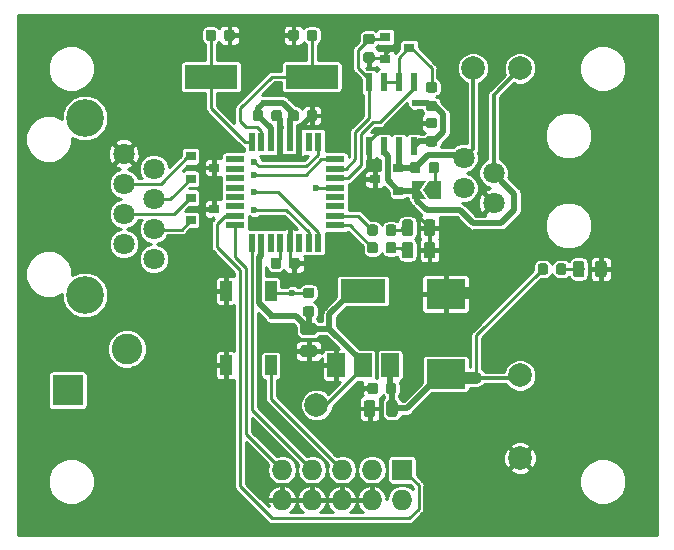
<source format=gtl>
G04 #@! TF.GenerationSoftware,KiCad,Pcbnew,(5.0.2)-1*
G04 #@! TF.CreationDate,2019-05-09T18:05:01+02:00*
G04 #@! TF.ProjectId,MotorController,4d6f746f-7243-46f6-9e74-726f6c6c6572,rev?*
G04 #@! TF.SameCoordinates,Original*
G04 #@! TF.FileFunction,Copper,L1,Top*
G04 #@! TF.FilePolarity,Positive*
%FSLAX46Y46*%
G04 Gerber Fmt 4.6, Leading zero omitted, Abs format (unit mm)*
G04 Created by KiCad (PCBNEW (5.0.2)-1) date 09.05.2019 18:05:01*
%MOMM*%
%LPD*%
G01*
G04 APERTURE LIST*
G04 #@! TA.AperFunction,ComponentPad*
%ADD10C,3.200000*%
G04 #@! TD*
G04 #@! TA.AperFunction,ComponentPad*
%ADD11C,1.800000*%
G04 #@! TD*
G04 #@! TA.AperFunction,SMDPad,CuDef*
%ADD12R,4.500000X2.000000*%
G04 #@! TD*
G04 #@! TA.AperFunction,ComponentPad*
%ADD13R,2.600000X2.600000*%
G04 #@! TD*
G04 #@! TA.AperFunction,ComponentPad*
%ADD14C,2.600000*%
G04 #@! TD*
G04 #@! TA.AperFunction,ComponentPad*
%ADD15C,2.000000*%
G04 #@! TD*
G04 #@! TA.AperFunction,ComponentPad*
%ADD16O,1.727200X1.727200*%
G04 #@! TD*
G04 #@! TA.AperFunction,ComponentPad*
%ADD17R,1.727200X1.727200*%
G04 #@! TD*
G04 #@! TA.AperFunction,SMDPad,CuDef*
%ADD18R,1.600000X0.550000*%
G04 #@! TD*
G04 #@! TA.AperFunction,SMDPad,CuDef*
%ADD19R,0.550000X1.600000*%
G04 #@! TD*
G04 #@! TA.AperFunction,SMDPad,CuDef*
%ADD20R,0.600000X1.550000*%
G04 #@! TD*
G04 #@! TA.AperFunction,Conductor*
%ADD21C,0.100000*%
G04 #@! TD*
G04 #@! TA.AperFunction,SMDPad,CuDef*
%ADD22C,0.875000*%
G04 #@! TD*
G04 #@! TA.AperFunction,SMDPad,CuDef*
%ADD23R,1.000000X1.700000*%
G04 #@! TD*
G04 #@! TA.AperFunction,SMDPad,CuDef*
%ADD24C,0.975000*%
G04 #@! TD*
G04 #@! TA.AperFunction,SMDPad,CuDef*
%ADD25R,3.300000X2.500000*%
G04 #@! TD*
G04 #@! TA.AperFunction,SMDPad,CuDef*
%ADD26C,0.300000*%
G04 #@! TD*
G04 #@! TA.AperFunction,SMDPad,CuDef*
%ADD27R,1.500000X2.000000*%
G04 #@! TD*
G04 #@! TA.AperFunction,SMDPad,CuDef*
%ADD28R,3.800000X2.000000*%
G04 #@! TD*
G04 #@! TA.AperFunction,SMDPad,CuDef*
%ADD29R,0.900000X0.800000*%
G04 #@! TD*
G04 #@! TA.AperFunction,ViaPad*
%ADD30C,0.600000*%
G04 #@! TD*
G04 #@! TA.AperFunction,Conductor*
%ADD31C,0.500000*%
G04 #@! TD*
G04 #@! TA.AperFunction,Conductor*
%ADD32C,0.300000*%
G04 #@! TD*
G04 #@! TA.AperFunction,Conductor*
%ADD33C,0.250000*%
G04 #@! TD*
G04 #@! TA.AperFunction,Conductor*
%ADD34C,1.000000*%
G04 #@! TD*
G04 APERTURE END LIST*
D10*
G04 #@! TO.P,J3,0*
G04 #@! TO.N,N/C*
X81148000Y-69207000D03*
X81148000Y-84193000D03*
D11*
G04 #@! TO.P,J3,8*
G04 #@! TO.N,/BH_P*
X86990000Y-81145000D03*
G04 #@! TO.P,J3,7*
G04 #@! TO.N,/BH_N*
X84450000Y-79875000D03*
G04 #@! TO.P,J3,6*
G04 #@! TO.N,/B4*
X86990000Y-78605000D03*
G04 #@! TO.P,J3,5*
G04 #@! TO.N,/B3*
X84450000Y-77335000D03*
G04 #@! TO.P,J3,4*
G04 #@! TO.N,/B2*
X86990000Y-76065000D03*
G04 #@! TO.P,J3,3*
G04 #@! TO.N,/B1*
X84450000Y-74795000D03*
G04 #@! TO.P,J3,2*
G04 #@! TO.N,Net-(J3-Pad2)*
X86990000Y-73525000D03*
G04 #@! TO.P,J3,1*
G04 #@! TO.N,GND*
X84450000Y-72255000D03*
G04 #@! TD*
D12*
G04 #@! TO.P,Y1,1*
G04 #@! TO.N,Net-(C7-Pad1)*
X100350000Y-65700000D03*
G04 #@! TO.P,Y1,2*
G04 #@! TO.N,Net-(C8-Pad1)*
X91850000Y-65700000D03*
G04 #@! TD*
D11*
G04 #@! TO.P,J1,1*
G04 #@! TO.N,GND*
X115750000Y-76400000D03*
G04 #@! TO.P,J1,2*
G04 #@! TO.N,+12V*
X113210000Y-75130000D03*
G04 #@! TO.P,J1,4*
G04 #@! TO.N,/B*
X113210000Y-72590000D03*
G04 #@! TO.P,J1,3*
G04 #@! TO.N,/A*
X115750000Y-73860000D03*
G04 #@! TD*
D13*
G04 #@! TO.P,J4,1*
G04 #@! TO.N,/BH_P*
X79700000Y-92250000D03*
D14*
G04 #@! TO.P,J4,2*
G04 #@! TO.N,/BH_N*
X84700000Y-88750000D03*
G04 #@! TD*
D15*
G04 #@! TO.P,TP1,1*
G04 #@! TO.N,GND*
X118000000Y-98000000D03*
G04 #@! TD*
G04 #@! TO.P,TP2,1*
G04 #@! TO.N,+5V*
X100750000Y-93500000D03*
G04 #@! TD*
G04 #@! TO.P,TP3,1*
G04 #@! TO.N,+12V*
X118000000Y-91000000D03*
G04 #@! TD*
G04 #@! TO.P,TP4,1*
G04 #@! TO.N,/B*
X114000000Y-65000000D03*
G04 #@! TD*
G04 #@! TO.P,TP5,1*
G04 #@! TO.N,/A*
X118000000Y-65000000D03*
G04 #@! TD*
D16*
G04 #@! TO.P,J2,10*
G04 #@! TO.N,GND*
X97840000Y-101540000D03*
G04 #@! TO.P,J2,9*
G04 #@! TO.N,/MISO*
X97840000Y-99000000D03*
G04 #@! TO.P,J2,8*
G04 #@! TO.N,GND*
X100380000Y-101540000D03*
G04 #@! TO.P,J2,7*
G04 #@! TO.N,/SCK*
X100380000Y-99000000D03*
G04 #@! TO.P,J2,6*
G04 #@! TO.N,GND*
X102920000Y-101540000D03*
G04 #@! TO.P,J2,5*
G04 #@! TO.N,/RST*
X102920000Y-99000000D03*
G04 #@! TO.P,J2,4*
G04 #@! TO.N,GND*
X105460000Y-101540000D03*
G04 #@! TO.P,J2,3*
G04 #@! TO.N,Net-(J2-Pad3)*
X105460000Y-99000000D03*
G04 #@! TO.P,J2,2*
G04 #@! TO.N,+5V*
X108000000Y-101540000D03*
D17*
G04 #@! TO.P,J2,1*
G04 #@! TO.N,/MOSI*
X108000000Y-99000000D03*
G04 #@! TD*
D18*
G04 #@! TO.P,U3,32*
G04 #@! TO.N,/B2*
X102350000Y-72700000D03*
G04 #@! TO.P,U3,31*
G04 #@! TO.N,/TX*
X102350000Y-73500000D03*
G04 #@! TO.P,U3,30*
G04 #@! TO.N,/RX*
X102350000Y-74300000D03*
G04 #@! TO.P,U3,29*
G04 #@! TO.N,/RST*
X102350000Y-75100000D03*
G04 #@! TO.P,U3,28*
G04 #@! TO.N,Net-(U3-Pad28)*
X102350000Y-75900000D03*
G04 #@! TO.P,U3,27*
G04 #@! TO.N,Net-(U3-Pad27)*
X102350000Y-76700000D03*
G04 #@! TO.P,U3,26*
G04 #@! TO.N,/LED_G*
X102350000Y-77500000D03*
G04 #@! TO.P,U3,25*
G04 #@! TO.N,/LED_R*
X102350000Y-78300000D03*
D19*
G04 #@! TO.P,U3,24*
G04 #@! TO.N,/B3*
X100900000Y-79750000D03*
G04 #@! TO.P,U3,23*
G04 #@! TO.N,/B4*
X100100000Y-79750000D03*
G04 #@! TO.P,U3,22*
G04 #@! TO.N,Net-(U3-Pad22)*
X99300000Y-79750000D03*
G04 #@! TO.P,U3,21*
G04 #@! TO.N,GND*
X98500000Y-79750000D03*
G04 #@! TO.P,U3,20*
G04 #@! TO.N,Net-(C9-Pad1)*
X97700000Y-79750000D03*
G04 #@! TO.P,U3,19*
G04 #@! TO.N,Net-(U3-Pad19)*
X96900000Y-79750000D03*
G04 #@! TO.P,U3,18*
G04 #@! TO.N,+5V*
X96100000Y-79750000D03*
G04 #@! TO.P,U3,17*
G04 #@! TO.N,/SCK*
X95300000Y-79750000D03*
D18*
G04 #@! TO.P,U3,16*
G04 #@! TO.N,/MISO*
X93850000Y-78300000D03*
G04 #@! TO.P,U3,15*
G04 #@! TO.N,/MOSI*
X93850000Y-77500000D03*
G04 #@! TO.P,U3,14*
G04 #@! TO.N,Net-(U3-Pad14)*
X93850000Y-76700000D03*
G04 #@! TO.P,U3,13*
G04 #@! TO.N,Net-(U3-Pad13)*
X93850000Y-75900000D03*
G04 #@! TO.P,U3,12*
G04 #@! TO.N,Net-(U3-Pad12)*
X93850000Y-75100000D03*
G04 #@! TO.P,U3,11*
G04 #@! TO.N,Net-(U3-Pad11)*
X93850000Y-74300000D03*
G04 #@! TO.P,U3,10*
G04 #@! TO.N,Net-(U3-Pad10)*
X93850000Y-73500000D03*
G04 #@! TO.P,U3,9*
G04 #@! TO.N,Net-(U3-Pad9)*
X93850000Y-72700000D03*
D19*
G04 #@! TO.P,U3,8*
G04 #@! TO.N,Net-(C8-Pad1)*
X95300000Y-71250000D03*
G04 #@! TO.P,U3,7*
G04 #@! TO.N,Net-(C7-Pad1)*
X96100000Y-71250000D03*
G04 #@! TO.P,U3,6*
G04 #@! TO.N,+5V*
X96900000Y-71250000D03*
G04 #@! TO.P,U3,5*
G04 #@! TO.N,GND*
X97700000Y-71250000D03*
G04 #@! TO.P,U3,4*
G04 #@! TO.N,+5V*
X98500000Y-71250000D03*
G04 #@! TO.P,U3,3*
G04 #@! TO.N,GND*
X99300000Y-71250000D03*
G04 #@! TO.P,U3,2*
G04 #@! TO.N,Net-(U3-Pad2)*
X100100000Y-71250000D03*
G04 #@! TO.P,U3,1*
G04 #@! TO.N,/B1*
X100900000Y-71250000D03*
G04 #@! TD*
D20*
G04 #@! TO.P,U2,8*
G04 #@! TO.N,+5V*
X109005000Y-71600000D03*
G04 #@! TO.P,U2,7*
G04 #@! TO.N,/B*
X107735000Y-71600000D03*
G04 #@! TO.P,U2,6*
G04 #@! TO.N,/A*
X106465000Y-71600000D03*
G04 #@! TO.P,U2,5*
G04 #@! TO.N,GND*
X105195000Y-71600000D03*
G04 #@! TO.P,U2,4*
G04 #@! TO.N,/TX*
X105195000Y-66200000D03*
G04 #@! TO.P,U2,3*
G04 #@! TO.N,Net-(Q1-Pad3)*
X106465000Y-66200000D03*
G04 #@! TO.P,U2,2*
X107735000Y-66200000D03*
G04 #@! TO.P,U2,1*
G04 #@! TO.N,/RX*
X109005000Y-66200000D03*
G04 #@! TD*
D21*
G04 #@! TO.N,GND*
G04 #@! TO.C,C5*
G36*
X97627691Y-68526053D02*
X97648926Y-68529203D01*
X97669750Y-68534419D01*
X97689962Y-68541651D01*
X97709368Y-68550830D01*
X97727781Y-68561866D01*
X97745024Y-68574654D01*
X97760930Y-68589070D01*
X97775346Y-68604976D01*
X97788134Y-68622219D01*
X97799170Y-68640632D01*
X97808349Y-68660038D01*
X97815581Y-68680250D01*
X97820797Y-68701074D01*
X97823947Y-68722309D01*
X97825000Y-68743750D01*
X97825000Y-69256250D01*
X97823947Y-69277691D01*
X97820797Y-69298926D01*
X97815581Y-69319750D01*
X97808349Y-69339962D01*
X97799170Y-69359368D01*
X97788134Y-69377781D01*
X97775346Y-69395024D01*
X97760930Y-69410930D01*
X97745024Y-69425346D01*
X97727781Y-69438134D01*
X97709368Y-69449170D01*
X97689962Y-69458349D01*
X97669750Y-69465581D01*
X97648926Y-69470797D01*
X97627691Y-69473947D01*
X97606250Y-69475000D01*
X97168750Y-69475000D01*
X97147309Y-69473947D01*
X97126074Y-69470797D01*
X97105250Y-69465581D01*
X97085038Y-69458349D01*
X97065632Y-69449170D01*
X97047219Y-69438134D01*
X97029976Y-69425346D01*
X97014070Y-69410930D01*
X96999654Y-69395024D01*
X96986866Y-69377781D01*
X96975830Y-69359368D01*
X96966651Y-69339962D01*
X96959419Y-69319750D01*
X96954203Y-69298926D01*
X96951053Y-69277691D01*
X96950000Y-69256250D01*
X96950000Y-68743750D01*
X96951053Y-68722309D01*
X96954203Y-68701074D01*
X96959419Y-68680250D01*
X96966651Y-68660038D01*
X96975830Y-68640632D01*
X96986866Y-68622219D01*
X96999654Y-68604976D01*
X97014070Y-68589070D01*
X97029976Y-68574654D01*
X97047219Y-68561866D01*
X97065632Y-68550830D01*
X97085038Y-68541651D01*
X97105250Y-68534419D01*
X97126074Y-68529203D01*
X97147309Y-68526053D01*
X97168750Y-68525000D01*
X97606250Y-68525000D01*
X97627691Y-68526053D01*
X97627691Y-68526053D01*
G37*
D22*
G04 #@! TD*
G04 #@! TO.P,C5,2*
G04 #@! TO.N,GND*
X97387500Y-69000000D03*
D21*
G04 #@! TO.N,+5V*
G04 #@! TO.C,C5*
G36*
X96052691Y-68526053D02*
X96073926Y-68529203D01*
X96094750Y-68534419D01*
X96114962Y-68541651D01*
X96134368Y-68550830D01*
X96152781Y-68561866D01*
X96170024Y-68574654D01*
X96185930Y-68589070D01*
X96200346Y-68604976D01*
X96213134Y-68622219D01*
X96224170Y-68640632D01*
X96233349Y-68660038D01*
X96240581Y-68680250D01*
X96245797Y-68701074D01*
X96248947Y-68722309D01*
X96250000Y-68743750D01*
X96250000Y-69256250D01*
X96248947Y-69277691D01*
X96245797Y-69298926D01*
X96240581Y-69319750D01*
X96233349Y-69339962D01*
X96224170Y-69359368D01*
X96213134Y-69377781D01*
X96200346Y-69395024D01*
X96185930Y-69410930D01*
X96170024Y-69425346D01*
X96152781Y-69438134D01*
X96134368Y-69449170D01*
X96114962Y-69458349D01*
X96094750Y-69465581D01*
X96073926Y-69470797D01*
X96052691Y-69473947D01*
X96031250Y-69475000D01*
X95593750Y-69475000D01*
X95572309Y-69473947D01*
X95551074Y-69470797D01*
X95530250Y-69465581D01*
X95510038Y-69458349D01*
X95490632Y-69449170D01*
X95472219Y-69438134D01*
X95454976Y-69425346D01*
X95439070Y-69410930D01*
X95424654Y-69395024D01*
X95411866Y-69377781D01*
X95400830Y-69359368D01*
X95391651Y-69339962D01*
X95384419Y-69319750D01*
X95379203Y-69298926D01*
X95376053Y-69277691D01*
X95375000Y-69256250D01*
X95375000Y-68743750D01*
X95376053Y-68722309D01*
X95379203Y-68701074D01*
X95384419Y-68680250D01*
X95391651Y-68660038D01*
X95400830Y-68640632D01*
X95411866Y-68622219D01*
X95424654Y-68604976D01*
X95439070Y-68589070D01*
X95454976Y-68574654D01*
X95472219Y-68561866D01*
X95490632Y-68550830D01*
X95510038Y-68541651D01*
X95530250Y-68534419D01*
X95551074Y-68529203D01*
X95572309Y-68526053D01*
X95593750Y-68525000D01*
X96031250Y-68525000D01*
X96052691Y-68526053D01*
X96052691Y-68526053D01*
G37*
D22*
G04 #@! TD*
G04 #@! TO.P,C5,1*
G04 #@! TO.N,+5V*
X95812500Y-69000000D03*
D23*
G04 #@! TO.P,SW2,2*
G04 #@! TO.N,/RST*
X96900000Y-83850000D03*
X96900000Y-90150000D03*
G04 #@! TO.P,SW2,1*
G04 #@! TO.N,GND*
X93100000Y-83850000D03*
X93100000Y-90150000D03*
G04 #@! TD*
D21*
G04 #@! TO.N,GND*
G04 #@! TO.C,C2*
G36*
X105752691Y-91626053D02*
X105773926Y-91629203D01*
X105794750Y-91634419D01*
X105814962Y-91641651D01*
X105834368Y-91650830D01*
X105852781Y-91661866D01*
X105870024Y-91674654D01*
X105885930Y-91689070D01*
X105900346Y-91704976D01*
X105913134Y-91722219D01*
X105924170Y-91740632D01*
X105933349Y-91760038D01*
X105940581Y-91780250D01*
X105945797Y-91801074D01*
X105948947Y-91822309D01*
X105950000Y-91843750D01*
X105950000Y-92356250D01*
X105948947Y-92377691D01*
X105945797Y-92398926D01*
X105940581Y-92419750D01*
X105933349Y-92439962D01*
X105924170Y-92459368D01*
X105913134Y-92477781D01*
X105900346Y-92495024D01*
X105885930Y-92510930D01*
X105870024Y-92525346D01*
X105852781Y-92538134D01*
X105834368Y-92549170D01*
X105814962Y-92558349D01*
X105794750Y-92565581D01*
X105773926Y-92570797D01*
X105752691Y-92573947D01*
X105731250Y-92575000D01*
X105293750Y-92575000D01*
X105272309Y-92573947D01*
X105251074Y-92570797D01*
X105230250Y-92565581D01*
X105210038Y-92558349D01*
X105190632Y-92549170D01*
X105172219Y-92538134D01*
X105154976Y-92525346D01*
X105139070Y-92510930D01*
X105124654Y-92495024D01*
X105111866Y-92477781D01*
X105100830Y-92459368D01*
X105091651Y-92439962D01*
X105084419Y-92419750D01*
X105079203Y-92398926D01*
X105076053Y-92377691D01*
X105075000Y-92356250D01*
X105075000Y-91843750D01*
X105076053Y-91822309D01*
X105079203Y-91801074D01*
X105084419Y-91780250D01*
X105091651Y-91760038D01*
X105100830Y-91740632D01*
X105111866Y-91722219D01*
X105124654Y-91704976D01*
X105139070Y-91689070D01*
X105154976Y-91674654D01*
X105172219Y-91661866D01*
X105190632Y-91650830D01*
X105210038Y-91641651D01*
X105230250Y-91634419D01*
X105251074Y-91629203D01*
X105272309Y-91626053D01*
X105293750Y-91625000D01*
X105731250Y-91625000D01*
X105752691Y-91626053D01*
X105752691Y-91626053D01*
G37*
D22*
G04 #@! TD*
G04 #@! TO.P,C2,2*
G04 #@! TO.N,GND*
X105512500Y-92100000D03*
D21*
G04 #@! TO.N,+12V*
G04 #@! TO.C,C2*
G36*
X107327691Y-91626053D02*
X107348926Y-91629203D01*
X107369750Y-91634419D01*
X107389962Y-91641651D01*
X107409368Y-91650830D01*
X107427781Y-91661866D01*
X107445024Y-91674654D01*
X107460930Y-91689070D01*
X107475346Y-91704976D01*
X107488134Y-91722219D01*
X107499170Y-91740632D01*
X107508349Y-91760038D01*
X107515581Y-91780250D01*
X107520797Y-91801074D01*
X107523947Y-91822309D01*
X107525000Y-91843750D01*
X107525000Y-92356250D01*
X107523947Y-92377691D01*
X107520797Y-92398926D01*
X107515581Y-92419750D01*
X107508349Y-92439962D01*
X107499170Y-92459368D01*
X107488134Y-92477781D01*
X107475346Y-92495024D01*
X107460930Y-92510930D01*
X107445024Y-92525346D01*
X107427781Y-92538134D01*
X107409368Y-92549170D01*
X107389962Y-92558349D01*
X107369750Y-92565581D01*
X107348926Y-92570797D01*
X107327691Y-92573947D01*
X107306250Y-92575000D01*
X106868750Y-92575000D01*
X106847309Y-92573947D01*
X106826074Y-92570797D01*
X106805250Y-92565581D01*
X106785038Y-92558349D01*
X106765632Y-92549170D01*
X106747219Y-92538134D01*
X106729976Y-92525346D01*
X106714070Y-92510930D01*
X106699654Y-92495024D01*
X106686866Y-92477781D01*
X106675830Y-92459368D01*
X106666651Y-92439962D01*
X106659419Y-92419750D01*
X106654203Y-92398926D01*
X106651053Y-92377691D01*
X106650000Y-92356250D01*
X106650000Y-91843750D01*
X106651053Y-91822309D01*
X106654203Y-91801074D01*
X106659419Y-91780250D01*
X106666651Y-91760038D01*
X106675830Y-91740632D01*
X106686866Y-91722219D01*
X106699654Y-91704976D01*
X106714070Y-91689070D01*
X106729976Y-91674654D01*
X106747219Y-91661866D01*
X106765632Y-91650830D01*
X106785038Y-91641651D01*
X106805250Y-91634419D01*
X106826074Y-91629203D01*
X106847309Y-91626053D01*
X106868750Y-91625000D01*
X107306250Y-91625000D01*
X107327691Y-91626053D01*
X107327691Y-91626053D01*
G37*
D22*
G04 #@! TD*
G04 #@! TO.P,C2,1*
G04 #@! TO.N,+12V*
X107087500Y-92100000D03*
D21*
G04 #@! TO.N,GND*
G04 #@! TO.C,C4*
G36*
X100627691Y-68526053D02*
X100648926Y-68529203D01*
X100669750Y-68534419D01*
X100689962Y-68541651D01*
X100709368Y-68550830D01*
X100727781Y-68561866D01*
X100745024Y-68574654D01*
X100760930Y-68589070D01*
X100775346Y-68604976D01*
X100788134Y-68622219D01*
X100799170Y-68640632D01*
X100808349Y-68660038D01*
X100815581Y-68680250D01*
X100820797Y-68701074D01*
X100823947Y-68722309D01*
X100825000Y-68743750D01*
X100825000Y-69256250D01*
X100823947Y-69277691D01*
X100820797Y-69298926D01*
X100815581Y-69319750D01*
X100808349Y-69339962D01*
X100799170Y-69359368D01*
X100788134Y-69377781D01*
X100775346Y-69395024D01*
X100760930Y-69410930D01*
X100745024Y-69425346D01*
X100727781Y-69438134D01*
X100709368Y-69449170D01*
X100689962Y-69458349D01*
X100669750Y-69465581D01*
X100648926Y-69470797D01*
X100627691Y-69473947D01*
X100606250Y-69475000D01*
X100168750Y-69475000D01*
X100147309Y-69473947D01*
X100126074Y-69470797D01*
X100105250Y-69465581D01*
X100085038Y-69458349D01*
X100065632Y-69449170D01*
X100047219Y-69438134D01*
X100029976Y-69425346D01*
X100014070Y-69410930D01*
X99999654Y-69395024D01*
X99986866Y-69377781D01*
X99975830Y-69359368D01*
X99966651Y-69339962D01*
X99959419Y-69319750D01*
X99954203Y-69298926D01*
X99951053Y-69277691D01*
X99950000Y-69256250D01*
X99950000Y-68743750D01*
X99951053Y-68722309D01*
X99954203Y-68701074D01*
X99959419Y-68680250D01*
X99966651Y-68660038D01*
X99975830Y-68640632D01*
X99986866Y-68622219D01*
X99999654Y-68604976D01*
X100014070Y-68589070D01*
X100029976Y-68574654D01*
X100047219Y-68561866D01*
X100065632Y-68550830D01*
X100085038Y-68541651D01*
X100105250Y-68534419D01*
X100126074Y-68529203D01*
X100147309Y-68526053D01*
X100168750Y-68525000D01*
X100606250Y-68525000D01*
X100627691Y-68526053D01*
X100627691Y-68526053D01*
G37*
D22*
G04 #@! TD*
G04 #@! TO.P,C4,2*
G04 #@! TO.N,GND*
X100387500Y-69000000D03*
D21*
G04 #@! TO.N,+5V*
G04 #@! TO.C,C4*
G36*
X99052691Y-68526053D02*
X99073926Y-68529203D01*
X99094750Y-68534419D01*
X99114962Y-68541651D01*
X99134368Y-68550830D01*
X99152781Y-68561866D01*
X99170024Y-68574654D01*
X99185930Y-68589070D01*
X99200346Y-68604976D01*
X99213134Y-68622219D01*
X99224170Y-68640632D01*
X99233349Y-68660038D01*
X99240581Y-68680250D01*
X99245797Y-68701074D01*
X99248947Y-68722309D01*
X99250000Y-68743750D01*
X99250000Y-69256250D01*
X99248947Y-69277691D01*
X99245797Y-69298926D01*
X99240581Y-69319750D01*
X99233349Y-69339962D01*
X99224170Y-69359368D01*
X99213134Y-69377781D01*
X99200346Y-69395024D01*
X99185930Y-69410930D01*
X99170024Y-69425346D01*
X99152781Y-69438134D01*
X99134368Y-69449170D01*
X99114962Y-69458349D01*
X99094750Y-69465581D01*
X99073926Y-69470797D01*
X99052691Y-69473947D01*
X99031250Y-69475000D01*
X98593750Y-69475000D01*
X98572309Y-69473947D01*
X98551074Y-69470797D01*
X98530250Y-69465581D01*
X98510038Y-69458349D01*
X98490632Y-69449170D01*
X98472219Y-69438134D01*
X98454976Y-69425346D01*
X98439070Y-69410930D01*
X98424654Y-69395024D01*
X98411866Y-69377781D01*
X98400830Y-69359368D01*
X98391651Y-69339962D01*
X98384419Y-69319750D01*
X98379203Y-69298926D01*
X98376053Y-69277691D01*
X98375000Y-69256250D01*
X98375000Y-68743750D01*
X98376053Y-68722309D01*
X98379203Y-68701074D01*
X98384419Y-68680250D01*
X98391651Y-68660038D01*
X98400830Y-68640632D01*
X98411866Y-68622219D01*
X98424654Y-68604976D01*
X98439070Y-68589070D01*
X98454976Y-68574654D01*
X98472219Y-68561866D01*
X98490632Y-68550830D01*
X98510038Y-68541651D01*
X98530250Y-68534419D01*
X98551074Y-68529203D01*
X98572309Y-68526053D01*
X98593750Y-68525000D01*
X99031250Y-68525000D01*
X99052691Y-68526053D01*
X99052691Y-68526053D01*
G37*
D22*
G04 #@! TD*
G04 #@! TO.P,C4,1*
G04 #@! TO.N,+5V*
X98812500Y-69000000D03*
D21*
G04 #@! TO.N,GND*
G04 #@! TO.C,C6*
G36*
X110777691Y-69176053D02*
X110798926Y-69179203D01*
X110819750Y-69184419D01*
X110839962Y-69191651D01*
X110859368Y-69200830D01*
X110877781Y-69211866D01*
X110895024Y-69224654D01*
X110910930Y-69239070D01*
X110925346Y-69254976D01*
X110938134Y-69272219D01*
X110949170Y-69290632D01*
X110958349Y-69310038D01*
X110965581Y-69330250D01*
X110970797Y-69351074D01*
X110973947Y-69372309D01*
X110975000Y-69393750D01*
X110975000Y-69831250D01*
X110973947Y-69852691D01*
X110970797Y-69873926D01*
X110965581Y-69894750D01*
X110958349Y-69914962D01*
X110949170Y-69934368D01*
X110938134Y-69952781D01*
X110925346Y-69970024D01*
X110910930Y-69985930D01*
X110895024Y-70000346D01*
X110877781Y-70013134D01*
X110859368Y-70024170D01*
X110839962Y-70033349D01*
X110819750Y-70040581D01*
X110798926Y-70045797D01*
X110777691Y-70048947D01*
X110756250Y-70050000D01*
X110243750Y-70050000D01*
X110222309Y-70048947D01*
X110201074Y-70045797D01*
X110180250Y-70040581D01*
X110160038Y-70033349D01*
X110140632Y-70024170D01*
X110122219Y-70013134D01*
X110104976Y-70000346D01*
X110089070Y-69985930D01*
X110074654Y-69970024D01*
X110061866Y-69952781D01*
X110050830Y-69934368D01*
X110041651Y-69914962D01*
X110034419Y-69894750D01*
X110029203Y-69873926D01*
X110026053Y-69852691D01*
X110025000Y-69831250D01*
X110025000Y-69393750D01*
X110026053Y-69372309D01*
X110029203Y-69351074D01*
X110034419Y-69330250D01*
X110041651Y-69310038D01*
X110050830Y-69290632D01*
X110061866Y-69272219D01*
X110074654Y-69254976D01*
X110089070Y-69239070D01*
X110104976Y-69224654D01*
X110122219Y-69211866D01*
X110140632Y-69200830D01*
X110160038Y-69191651D01*
X110180250Y-69184419D01*
X110201074Y-69179203D01*
X110222309Y-69176053D01*
X110243750Y-69175000D01*
X110756250Y-69175000D01*
X110777691Y-69176053D01*
X110777691Y-69176053D01*
G37*
D22*
G04 #@! TD*
G04 #@! TO.P,C6,2*
G04 #@! TO.N,GND*
X110500000Y-69612500D03*
D21*
G04 #@! TO.N,+5V*
G04 #@! TO.C,C6*
G36*
X110777691Y-70751053D02*
X110798926Y-70754203D01*
X110819750Y-70759419D01*
X110839962Y-70766651D01*
X110859368Y-70775830D01*
X110877781Y-70786866D01*
X110895024Y-70799654D01*
X110910930Y-70814070D01*
X110925346Y-70829976D01*
X110938134Y-70847219D01*
X110949170Y-70865632D01*
X110958349Y-70885038D01*
X110965581Y-70905250D01*
X110970797Y-70926074D01*
X110973947Y-70947309D01*
X110975000Y-70968750D01*
X110975000Y-71406250D01*
X110973947Y-71427691D01*
X110970797Y-71448926D01*
X110965581Y-71469750D01*
X110958349Y-71489962D01*
X110949170Y-71509368D01*
X110938134Y-71527781D01*
X110925346Y-71545024D01*
X110910930Y-71560930D01*
X110895024Y-71575346D01*
X110877781Y-71588134D01*
X110859368Y-71599170D01*
X110839962Y-71608349D01*
X110819750Y-71615581D01*
X110798926Y-71620797D01*
X110777691Y-71623947D01*
X110756250Y-71625000D01*
X110243750Y-71625000D01*
X110222309Y-71623947D01*
X110201074Y-71620797D01*
X110180250Y-71615581D01*
X110160038Y-71608349D01*
X110140632Y-71599170D01*
X110122219Y-71588134D01*
X110104976Y-71575346D01*
X110089070Y-71560930D01*
X110074654Y-71545024D01*
X110061866Y-71527781D01*
X110050830Y-71509368D01*
X110041651Y-71489962D01*
X110034419Y-71469750D01*
X110029203Y-71448926D01*
X110026053Y-71427691D01*
X110025000Y-71406250D01*
X110025000Y-70968750D01*
X110026053Y-70947309D01*
X110029203Y-70926074D01*
X110034419Y-70905250D01*
X110041651Y-70885038D01*
X110050830Y-70865632D01*
X110061866Y-70847219D01*
X110074654Y-70829976D01*
X110089070Y-70814070D01*
X110104976Y-70799654D01*
X110122219Y-70786866D01*
X110140632Y-70775830D01*
X110160038Y-70766651D01*
X110180250Y-70759419D01*
X110201074Y-70754203D01*
X110222309Y-70751053D01*
X110243750Y-70750000D01*
X110756250Y-70750000D01*
X110777691Y-70751053D01*
X110777691Y-70751053D01*
G37*
D22*
G04 #@! TD*
G04 #@! TO.P,C6,1*
G04 #@! TO.N,+5V*
X110500000Y-71187500D03*
D21*
G04 #@! TO.N,GND*
G04 #@! TO.C,C7*
G36*
X99052691Y-61726053D02*
X99073926Y-61729203D01*
X99094750Y-61734419D01*
X99114962Y-61741651D01*
X99134368Y-61750830D01*
X99152781Y-61761866D01*
X99170024Y-61774654D01*
X99185930Y-61789070D01*
X99200346Y-61804976D01*
X99213134Y-61822219D01*
X99224170Y-61840632D01*
X99233349Y-61860038D01*
X99240581Y-61880250D01*
X99245797Y-61901074D01*
X99248947Y-61922309D01*
X99250000Y-61943750D01*
X99250000Y-62456250D01*
X99248947Y-62477691D01*
X99245797Y-62498926D01*
X99240581Y-62519750D01*
X99233349Y-62539962D01*
X99224170Y-62559368D01*
X99213134Y-62577781D01*
X99200346Y-62595024D01*
X99185930Y-62610930D01*
X99170024Y-62625346D01*
X99152781Y-62638134D01*
X99134368Y-62649170D01*
X99114962Y-62658349D01*
X99094750Y-62665581D01*
X99073926Y-62670797D01*
X99052691Y-62673947D01*
X99031250Y-62675000D01*
X98593750Y-62675000D01*
X98572309Y-62673947D01*
X98551074Y-62670797D01*
X98530250Y-62665581D01*
X98510038Y-62658349D01*
X98490632Y-62649170D01*
X98472219Y-62638134D01*
X98454976Y-62625346D01*
X98439070Y-62610930D01*
X98424654Y-62595024D01*
X98411866Y-62577781D01*
X98400830Y-62559368D01*
X98391651Y-62539962D01*
X98384419Y-62519750D01*
X98379203Y-62498926D01*
X98376053Y-62477691D01*
X98375000Y-62456250D01*
X98375000Y-61943750D01*
X98376053Y-61922309D01*
X98379203Y-61901074D01*
X98384419Y-61880250D01*
X98391651Y-61860038D01*
X98400830Y-61840632D01*
X98411866Y-61822219D01*
X98424654Y-61804976D01*
X98439070Y-61789070D01*
X98454976Y-61774654D01*
X98472219Y-61761866D01*
X98490632Y-61750830D01*
X98510038Y-61741651D01*
X98530250Y-61734419D01*
X98551074Y-61729203D01*
X98572309Y-61726053D01*
X98593750Y-61725000D01*
X99031250Y-61725000D01*
X99052691Y-61726053D01*
X99052691Y-61726053D01*
G37*
D22*
G04 #@! TD*
G04 #@! TO.P,C7,2*
G04 #@! TO.N,GND*
X98812500Y-62200000D03*
D21*
G04 #@! TO.N,Net-(C7-Pad1)*
G04 #@! TO.C,C7*
G36*
X100627691Y-61726053D02*
X100648926Y-61729203D01*
X100669750Y-61734419D01*
X100689962Y-61741651D01*
X100709368Y-61750830D01*
X100727781Y-61761866D01*
X100745024Y-61774654D01*
X100760930Y-61789070D01*
X100775346Y-61804976D01*
X100788134Y-61822219D01*
X100799170Y-61840632D01*
X100808349Y-61860038D01*
X100815581Y-61880250D01*
X100820797Y-61901074D01*
X100823947Y-61922309D01*
X100825000Y-61943750D01*
X100825000Y-62456250D01*
X100823947Y-62477691D01*
X100820797Y-62498926D01*
X100815581Y-62519750D01*
X100808349Y-62539962D01*
X100799170Y-62559368D01*
X100788134Y-62577781D01*
X100775346Y-62595024D01*
X100760930Y-62610930D01*
X100745024Y-62625346D01*
X100727781Y-62638134D01*
X100709368Y-62649170D01*
X100689962Y-62658349D01*
X100669750Y-62665581D01*
X100648926Y-62670797D01*
X100627691Y-62673947D01*
X100606250Y-62675000D01*
X100168750Y-62675000D01*
X100147309Y-62673947D01*
X100126074Y-62670797D01*
X100105250Y-62665581D01*
X100085038Y-62658349D01*
X100065632Y-62649170D01*
X100047219Y-62638134D01*
X100029976Y-62625346D01*
X100014070Y-62610930D01*
X99999654Y-62595024D01*
X99986866Y-62577781D01*
X99975830Y-62559368D01*
X99966651Y-62539962D01*
X99959419Y-62519750D01*
X99954203Y-62498926D01*
X99951053Y-62477691D01*
X99950000Y-62456250D01*
X99950000Y-61943750D01*
X99951053Y-61922309D01*
X99954203Y-61901074D01*
X99959419Y-61880250D01*
X99966651Y-61860038D01*
X99975830Y-61840632D01*
X99986866Y-61822219D01*
X99999654Y-61804976D01*
X100014070Y-61789070D01*
X100029976Y-61774654D01*
X100047219Y-61761866D01*
X100065632Y-61750830D01*
X100085038Y-61741651D01*
X100105250Y-61734419D01*
X100126074Y-61729203D01*
X100147309Y-61726053D01*
X100168750Y-61725000D01*
X100606250Y-61725000D01*
X100627691Y-61726053D01*
X100627691Y-61726053D01*
G37*
D22*
G04 #@! TD*
G04 #@! TO.P,C7,1*
G04 #@! TO.N,Net-(C7-Pad1)*
X100387500Y-62200000D03*
D21*
G04 #@! TO.N,GND*
G04 #@! TO.C,C8*
G36*
X93627691Y-61726053D02*
X93648926Y-61729203D01*
X93669750Y-61734419D01*
X93689962Y-61741651D01*
X93709368Y-61750830D01*
X93727781Y-61761866D01*
X93745024Y-61774654D01*
X93760930Y-61789070D01*
X93775346Y-61804976D01*
X93788134Y-61822219D01*
X93799170Y-61840632D01*
X93808349Y-61860038D01*
X93815581Y-61880250D01*
X93820797Y-61901074D01*
X93823947Y-61922309D01*
X93825000Y-61943750D01*
X93825000Y-62456250D01*
X93823947Y-62477691D01*
X93820797Y-62498926D01*
X93815581Y-62519750D01*
X93808349Y-62539962D01*
X93799170Y-62559368D01*
X93788134Y-62577781D01*
X93775346Y-62595024D01*
X93760930Y-62610930D01*
X93745024Y-62625346D01*
X93727781Y-62638134D01*
X93709368Y-62649170D01*
X93689962Y-62658349D01*
X93669750Y-62665581D01*
X93648926Y-62670797D01*
X93627691Y-62673947D01*
X93606250Y-62675000D01*
X93168750Y-62675000D01*
X93147309Y-62673947D01*
X93126074Y-62670797D01*
X93105250Y-62665581D01*
X93085038Y-62658349D01*
X93065632Y-62649170D01*
X93047219Y-62638134D01*
X93029976Y-62625346D01*
X93014070Y-62610930D01*
X92999654Y-62595024D01*
X92986866Y-62577781D01*
X92975830Y-62559368D01*
X92966651Y-62539962D01*
X92959419Y-62519750D01*
X92954203Y-62498926D01*
X92951053Y-62477691D01*
X92950000Y-62456250D01*
X92950000Y-61943750D01*
X92951053Y-61922309D01*
X92954203Y-61901074D01*
X92959419Y-61880250D01*
X92966651Y-61860038D01*
X92975830Y-61840632D01*
X92986866Y-61822219D01*
X92999654Y-61804976D01*
X93014070Y-61789070D01*
X93029976Y-61774654D01*
X93047219Y-61761866D01*
X93065632Y-61750830D01*
X93085038Y-61741651D01*
X93105250Y-61734419D01*
X93126074Y-61729203D01*
X93147309Y-61726053D01*
X93168750Y-61725000D01*
X93606250Y-61725000D01*
X93627691Y-61726053D01*
X93627691Y-61726053D01*
G37*
D22*
G04 #@! TD*
G04 #@! TO.P,C8,2*
G04 #@! TO.N,GND*
X93387500Y-62200000D03*
D21*
G04 #@! TO.N,Net-(C8-Pad1)*
G04 #@! TO.C,C8*
G36*
X92052691Y-61726053D02*
X92073926Y-61729203D01*
X92094750Y-61734419D01*
X92114962Y-61741651D01*
X92134368Y-61750830D01*
X92152781Y-61761866D01*
X92170024Y-61774654D01*
X92185930Y-61789070D01*
X92200346Y-61804976D01*
X92213134Y-61822219D01*
X92224170Y-61840632D01*
X92233349Y-61860038D01*
X92240581Y-61880250D01*
X92245797Y-61901074D01*
X92248947Y-61922309D01*
X92250000Y-61943750D01*
X92250000Y-62456250D01*
X92248947Y-62477691D01*
X92245797Y-62498926D01*
X92240581Y-62519750D01*
X92233349Y-62539962D01*
X92224170Y-62559368D01*
X92213134Y-62577781D01*
X92200346Y-62595024D01*
X92185930Y-62610930D01*
X92170024Y-62625346D01*
X92152781Y-62638134D01*
X92134368Y-62649170D01*
X92114962Y-62658349D01*
X92094750Y-62665581D01*
X92073926Y-62670797D01*
X92052691Y-62673947D01*
X92031250Y-62675000D01*
X91593750Y-62675000D01*
X91572309Y-62673947D01*
X91551074Y-62670797D01*
X91530250Y-62665581D01*
X91510038Y-62658349D01*
X91490632Y-62649170D01*
X91472219Y-62638134D01*
X91454976Y-62625346D01*
X91439070Y-62610930D01*
X91424654Y-62595024D01*
X91411866Y-62577781D01*
X91400830Y-62559368D01*
X91391651Y-62539962D01*
X91384419Y-62519750D01*
X91379203Y-62498926D01*
X91376053Y-62477691D01*
X91375000Y-62456250D01*
X91375000Y-61943750D01*
X91376053Y-61922309D01*
X91379203Y-61901074D01*
X91384419Y-61880250D01*
X91391651Y-61860038D01*
X91400830Y-61840632D01*
X91411866Y-61822219D01*
X91424654Y-61804976D01*
X91439070Y-61789070D01*
X91454976Y-61774654D01*
X91472219Y-61761866D01*
X91490632Y-61750830D01*
X91510038Y-61741651D01*
X91530250Y-61734419D01*
X91551074Y-61729203D01*
X91572309Y-61726053D01*
X91593750Y-61725000D01*
X92031250Y-61725000D01*
X92052691Y-61726053D01*
X92052691Y-61726053D01*
G37*
D22*
G04 #@! TD*
G04 #@! TO.P,C8,1*
G04 #@! TO.N,Net-(C8-Pad1)*
X91812500Y-62200000D03*
D21*
G04 #@! TO.N,GND*
G04 #@! TO.C,C9*
G36*
X99127691Y-81026053D02*
X99148926Y-81029203D01*
X99169750Y-81034419D01*
X99189962Y-81041651D01*
X99209368Y-81050830D01*
X99227781Y-81061866D01*
X99245024Y-81074654D01*
X99260930Y-81089070D01*
X99275346Y-81104976D01*
X99288134Y-81122219D01*
X99299170Y-81140632D01*
X99308349Y-81160038D01*
X99315581Y-81180250D01*
X99320797Y-81201074D01*
X99323947Y-81222309D01*
X99325000Y-81243750D01*
X99325000Y-81756250D01*
X99323947Y-81777691D01*
X99320797Y-81798926D01*
X99315581Y-81819750D01*
X99308349Y-81839962D01*
X99299170Y-81859368D01*
X99288134Y-81877781D01*
X99275346Y-81895024D01*
X99260930Y-81910930D01*
X99245024Y-81925346D01*
X99227781Y-81938134D01*
X99209368Y-81949170D01*
X99189962Y-81958349D01*
X99169750Y-81965581D01*
X99148926Y-81970797D01*
X99127691Y-81973947D01*
X99106250Y-81975000D01*
X98668750Y-81975000D01*
X98647309Y-81973947D01*
X98626074Y-81970797D01*
X98605250Y-81965581D01*
X98585038Y-81958349D01*
X98565632Y-81949170D01*
X98547219Y-81938134D01*
X98529976Y-81925346D01*
X98514070Y-81910930D01*
X98499654Y-81895024D01*
X98486866Y-81877781D01*
X98475830Y-81859368D01*
X98466651Y-81839962D01*
X98459419Y-81819750D01*
X98454203Y-81798926D01*
X98451053Y-81777691D01*
X98450000Y-81756250D01*
X98450000Y-81243750D01*
X98451053Y-81222309D01*
X98454203Y-81201074D01*
X98459419Y-81180250D01*
X98466651Y-81160038D01*
X98475830Y-81140632D01*
X98486866Y-81122219D01*
X98499654Y-81104976D01*
X98514070Y-81089070D01*
X98529976Y-81074654D01*
X98547219Y-81061866D01*
X98565632Y-81050830D01*
X98585038Y-81041651D01*
X98605250Y-81034419D01*
X98626074Y-81029203D01*
X98647309Y-81026053D01*
X98668750Y-81025000D01*
X99106250Y-81025000D01*
X99127691Y-81026053D01*
X99127691Y-81026053D01*
G37*
D22*
G04 #@! TD*
G04 #@! TO.P,C9,2*
G04 #@! TO.N,GND*
X98887500Y-81500000D03*
D21*
G04 #@! TO.N,Net-(C9-Pad1)*
G04 #@! TO.C,C9*
G36*
X97552691Y-81026053D02*
X97573926Y-81029203D01*
X97594750Y-81034419D01*
X97614962Y-81041651D01*
X97634368Y-81050830D01*
X97652781Y-81061866D01*
X97670024Y-81074654D01*
X97685930Y-81089070D01*
X97700346Y-81104976D01*
X97713134Y-81122219D01*
X97724170Y-81140632D01*
X97733349Y-81160038D01*
X97740581Y-81180250D01*
X97745797Y-81201074D01*
X97748947Y-81222309D01*
X97750000Y-81243750D01*
X97750000Y-81756250D01*
X97748947Y-81777691D01*
X97745797Y-81798926D01*
X97740581Y-81819750D01*
X97733349Y-81839962D01*
X97724170Y-81859368D01*
X97713134Y-81877781D01*
X97700346Y-81895024D01*
X97685930Y-81910930D01*
X97670024Y-81925346D01*
X97652781Y-81938134D01*
X97634368Y-81949170D01*
X97614962Y-81958349D01*
X97594750Y-81965581D01*
X97573926Y-81970797D01*
X97552691Y-81973947D01*
X97531250Y-81975000D01*
X97093750Y-81975000D01*
X97072309Y-81973947D01*
X97051074Y-81970797D01*
X97030250Y-81965581D01*
X97010038Y-81958349D01*
X96990632Y-81949170D01*
X96972219Y-81938134D01*
X96954976Y-81925346D01*
X96939070Y-81910930D01*
X96924654Y-81895024D01*
X96911866Y-81877781D01*
X96900830Y-81859368D01*
X96891651Y-81839962D01*
X96884419Y-81819750D01*
X96879203Y-81798926D01*
X96876053Y-81777691D01*
X96875000Y-81756250D01*
X96875000Y-81243750D01*
X96876053Y-81222309D01*
X96879203Y-81201074D01*
X96884419Y-81180250D01*
X96891651Y-81160038D01*
X96900830Y-81140632D01*
X96911866Y-81122219D01*
X96924654Y-81104976D01*
X96939070Y-81089070D01*
X96954976Y-81074654D01*
X96972219Y-81061866D01*
X96990632Y-81050830D01*
X97010038Y-81041651D01*
X97030250Y-81034419D01*
X97051074Y-81029203D01*
X97072309Y-81026053D01*
X97093750Y-81025000D01*
X97531250Y-81025000D01*
X97552691Y-81026053D01*
X97552691Y-81026053D01*
G37*
D22*
G04 #@! TD*
G04 #@! TO.P,C9,1*
G04 #@! TO.N,Net-(C9-Pad1)*
X97312500Y-81500000D03*
D21*
G04 #@! TO.N,GND*
G04 #@! TO.C,C1*
G36*
X105530142Y-93101174D02*
X105553803Y-93104684D01*
X105577007Y-93110496D01*
X105599529Y-93118554D01*
X105621153Y-93128782D01*
X105641670Y-93141079D01*
X105660883Y-93155329D01*
X105678607Y-93171393D01*
X105694671Y-93189117D01*
X105708921Y-93208330D01*
X105721218Y-93228847D01*
X105731446Y-93250471D01*
X105739504Y-93272993D01*
X105745316Y-93296197D01*
X105748826Y-93319858D01*
X105750000Y-93343750D01*
X105750000Y-94256250D01*
X105748826Y-94280142D01*
X105745316Y-94303803D01*
X105739504Y-94327007D01*
X105731446Y-94349529D01*
X105721218Y-94371153D01*
X105708921Y-94391670D01*
X105694671Y-94410883D01*
X105678607Y-94428607D01*
X105660883Y-94444671D01*
X105641670Y-94458921D01*
X105621153Y-94471218D01*
X105599529Y-94481446D01*
X105577007Y-94489504D01*
X105553803Y-94495316D01*
X105530142Y-94498826D01*
X105506250Y-94500000D01*
X105018750Y-94500000D01*
X104994858Y-94498826D01*
X104971197Y-94495316D01*
X104947993Y-94489504D01*
X104925471Y-94481446D01*
X104903847Y-94471218D01*
X104883330Y-94458921D01*
X104864117Y-94444671D01*
X104846393Y-94428607D01*
X104830329Y-94410883D01*
X104816079Y-94391670D01*
X104803782Y-94371153D01*
X104793554Y-94349529D01*
X104785496Y-94327007D01*
X104779684Y-94303803D01*
X104776174Y-94280142D01*
X104775000Y-94256250D01*
X104775000Y-93343750D01*
X104776174Y-93319858D01*
X104779684Y-93296197D01*
X104785496Y-93272993D01*
X104793554Y-93250471D01*
X104803782Y-93228847D01*
X104816079Y-93208330D01*
X104830329Y-93189117D01*
X104846393Y-93171393D01*
X104864117Y-93155329D01*
X104883330Y-93141079D01*
X104903847Y-93128782D01*
X104925471Y-93118554D01*
X104947993Y-93110496D01*
X104971197Y-93104684D01*
X104994858Y-93101174D01*
X105018750Y-93100000D01*
X105506250Y-93100000D01*
X105530142Y-93101174D01*
X105530142Y-93101174D01*
G37*
D24*
G04 #@! TD*
G04 #@! TO.P,C1,2*
G04 #@! TO.N,GND*
X105262500Y-93800000D03*
D21*
G04 #@! TO.N,+12V*
G04 #@! TO.C,C1*
G36*
X107405142Y-93101174D02*
X107428803Y-93104684D01*
X107452007Y-93110496D01*
X107474529Y-93118554D01*
X107496153Y-93128782D01*
X107516670Y-93141079D01*
X107535883Y-93155329D01*
X107553607Y-93171393D01*
X107569671Y-93189117D01*
X107583921Y-93208330D01*
X107596218Y-93228847D01*
X107606446Y-93250471D01*
X107614504Y-93272993D01*
X107620316Y-93296197D01*
X107623826Y-93319858D01*
X107625000Y-93343750D01*
X107625000Y-94256250D01*
X107623826Y-94280142D01*
X107620316Y-94303803D01*
X107614504Y-94327007D01*
X107606446Y-94349529D01*
X107596218Y-94371153D01*
X107583921Y-94391670D01*
X107569671Y-94410883D01*
X107553607Y-94428607D01*
X107535883Y-94444671D01*
X107516670Y-94458921D01*
X107496153Y-94471218D01*
X107474529Y-94481446D01*
X107452007Y-94489504D01*
X107428803Y-94495316D01*
X107405142Y-94498826D01*
X107381250Y-94500000D01*
X106893750Y-94500000D01*
X106869858Y-94498826D01*
X106846197Y-94495316D01*
X106822993Y-94489504D01*
X106800471Y-94481446D01*
X106778847Y-94471218D01*
X106758330Y-94458921D01*
X106739117Y-94444671D01*
X106721393Y-94428607D01*
X106705329Y-94410883D01*
X106691079Y-94391670D01*
X106678782Y-94371153D01*
X106668554Y-94349529D01*
X106660496Y-94327007D01*
X106654684Y-94303803D01*
X106651174Y-94280142D01*
X106650000Y-94256250D01*
X106650000Y-93343750D01*
X106651174Y-93319858D01*
X106654684Y-93296197D01*
X106660496Y-93272993D01*
X106668554Y-93250471D01*
X106678782Y-93228847D01*
X106691079Y-93208330D01*
X106705329Y-93189117D01*
X106721393Y-93171393D01*
X106739117Y-93155329D01*
X106758330Y-93141079D01*
X106778847Y-93128782D01*
X106800471Y-93118554D01*
X106822993Y-93110496D01*
X106846197Y-93104684D01*
X106869858Y-93101174D01*
X106893750Y-93100000D01*
X107381250Y-93100000D01*
X107405142Y-93101174D01*
X107405142Y-93101174D01*
G37*
D24*
G04 #@! TD*
G04 #@! TO.P,C1,1*
G04 #@! TO.N,+12V*
X107137500Y-93800000D03*
D21*
G04 #@! TO.N,GND*
G04 #@! TO.C,C3*
G36*
X100580142Y-88451174D02*
X100603803Y-88454684D01*
X100627007Y-88460496D01*
X100649529Y-88468554D01*
X100671153Y-88478782D01*
X100691670Y-88491079D01*
X100710883Y-88505329D01*
X100728607Y-88521393D01*
X100744671Y-88539117D01*
X100758921Y-88558330D01*
X100771218Y-88578847D01*
X100781446Y-88600471D01*
X100789504Y-88622993D01*
X100795316Y-88646197D01*
X100798826Y-88669858D01*
X100800000Y-88693750D01*
X100800000Y-89181250D01*
X100798826Y-89205142D01*
X100795316Y-89228803D01*
X100789504Y-89252007D01*
X100781446Y-89274529D01*
X100771218Y-89296153D01*
X100758921Y-89316670D01*
X100744671Y-89335883D01*
X100728607Y-89353607D01*
X100710883Y-89369671D01*
X100691670Y-89383921D01*
X100671153Y-89396218D01*
X100649529Y-89406446D01*
X100627007Y-89414504D01*
X100603803Y-89420316D01*
X100580142Y-89423826D01*
X100556250Y-89425000D01*
X99643750Y-89425000D01*
X99619858Y-89423826D01*
X99596197Y-89420316D01*
X99572993Y-89414504D01*
X99550471Y-89406446D01*
X99528847Y-89396218D01*
X99508330Y-89383921D01*
X99489117Y-89369671D01*
X99471393Y-89353607D01*
X99455329Y-89335883D01*
X99441079Y-89316670D01*
X99428782Y-89296153D01*
X99418554Y-89274529D01*
X99410496Y-89252007D01*
X99404684Y-89228803D01*
X99401174Y-89205142D01*
X99400000Y-89181250D01*
X99400000Y-88693750D01*
X99401174Y-88669858D01*
X99404684Y-88646197D01*
X99410496Y-88622993D01*
X99418554Y-88600471D01*
X99428782Y-88578847D01*
X99441079Y-88558330D01*
X99455329Y-88539117D01*
X99471393Y-88521393D01*
X99489117Y-88505329D01*
X99508330Y-88491079D01*
X99528847Y-88478782D01*
X99550471Y-88468554D01*
X99572993Y-88460496D01*
X99596197Y-88454684D01*
X99619858Y-88451174D01*
X99643750Y-88450000D01*
X100556250Y-88450000D01*
X100580142Y-88451174D01*
X100580142Y-88451174D01*
G37*
D24*
G04 #@! TD*
G04 #@! TO.P,C3,2*
G04 #@! TO.N,GND*
X100100000Y-88937500D03*
D21*
G04 #@! TO.N,+5V*
G04 #@! TO.C,C3*
G36*
X100580142Y-86576174D02*
X100603803Y-86579684D01*
X100627007Y-86585496D01*
X100649529Y-86593554D01*
X100671153Y-86603782D01*
X100691670Y-86616079D01*
X100710883Y-86630329D01*
X100728607Y-86646393D01*
X100744671Y-86664117D01*
X100758921Y-86683330D01*
X100771218Y-86703847D01*
X100781446Y-86725471D01*
X100789504Y-86747993D01*
X100795316Y-86771197D01*
X100798826Y-86794858D01*
X100800000Y-86818750D01*
X100800000Y-87306250D01*
X100798826Y-87330142D01*
X100795316Y-87353803D01*
X100789504Y-87377007D01*
X100781446Y-87399529D01*
X100771218Y-87421153D01*
X100758921Y-87441670D01*
X100744671Y-87460883D01*
X100728607Y-87478607D01*
X100710883Y-87494671D01*
X100691670Y-87508921D01*
X100671153Y-87521218D01*
X100649529Y-87531446D01*
X100627007Y-87539504D01*
X100603803Y-87545316D01*
X100580142Y-87548826D01*
X100556250Y-87550000D01*
X99643750Y-87550000D01*
X99619858Y-87548826D01*
X99596197Y-87545316D01*
X99572993Y-87539504D01*
X99550471Y-87531446D01*
X99528847Y-87521218D01*
X99508330Y-87508921D01*
X99489117Y-87494671D01*
X99471393Y-87478607D01*
X99455329Y-87460883D01*
X99441079Y-87441670D01*
X99428782Y-87421153D01*
X99418554Y-87399529D01*
X99410496Y-87377007D01*
X99404684Y-87353803D01*
X99401174Y-87330142D01*
X99400000Y-87306250D01*
X99400000Y-86818750D01*
X99401174Y-86794858D01*
X99404684Y-86771197D01*
X99410496Y-86747993D01*
X99418554Y-86725471D01*
X99428782Y-86703847D01*
X99441079Y-86683330D01*
X99455329Y-86664117D01*
X99471393Y-86646393D01*
X99489117Y-86630329D01*
X99508330Y-86616079D01*
X99528847Y-86603782D01*
X99550471Y-86593554D01*
X99572993Y-86585496D01*
X99596197Y-86579684D01*
X99619858Y-86576174D01*
X99643750Y-86575000D01*
X100556250Y-86575000D01*
X100580142Y-86576174D01*
X100580142Y-86576174D01*
G37*
D24*
G04 #@! TD*
G04 #@! TO.P,C3,1*
G04 #@! TO.N,+5V*
X100100000Y-87062500D03*
D25*
G04 #@! TO.P,D1,2*
G04 #@! TO.N,GND*
X111700000Y-84100000D03*
G04 #@! TO.P,D1,1*
G04 #@! TO.N,+12V*
X111700000Y-90900000D03*
G04 #@! TD*
D26*
G04 #@! TO.P,JP1,1*
G04 #@! TO.N,Net-(JP1-Pad1)*
X110800000Y-75300000D03*
D21*
G04 #@! TD*
G04 #@! TO.N,Net-(JP1-Pad1)*
G04 #@! TO.C,JP1*
G36*
X109800000Y-75300000D02*
X110300000Y-74550000D01*
X111300000Y-74550000D01*
X111300000Y-76050000D01*
X110300000Y-76050000D01*
X109800000Y-75300000D01*
X109800000Y-75300000D01*
G37*
D26*
G04 #@! TO.P,JP1,2*
G04 #@! TO.N,/A*
X109350000Y-75300000D03*
D21*
G04 #@! TD*
G04 #@! TO.N,/A*
G04 #@! TO.C,JP1*
G36*
X108850000Y-74550000D02*
X110000000Y-74550000D01*
X109500000Y-75300000D01*
X110000000Y-76050000D01*
X108850000Y-76050000D01*
X108850000Y-74550000D01*
X108850000Y-74550000D01*
G37*
G04 #@! TO.N,Net-(D8-Pad2)*
G04 #@! TO.C,D8*
G36*
X123230142Y-81301174D02*
X123253803Y-81304684D01*
X123277007Y-81310496D01*
X123299529Y-81318554D01*
X123321153Y-81328782D01*
X123341670Y-81341079D01*
X123360883Y-81355329D01*
X123378607Y-81371393D01*
X123394671Y-81389117D01*
X123408921Y-81408330D01*
X123421218Y-81428847D01*
X123431446Y-81450471D01*
X123439504Y-81472993D01*
X123445316Y-81496197D01*
X123448826Y-81519858D01*
X123450000Y-81543750D01*
X123450000Y-82456250D01*
X123448826Y-82480142D01*
X123445316Y-82503803D01*
X123439504Y-82527007D01*
X123431446Y-82549529D01*
X123421218Y-82571153D01*
X123408921Y-82591670D01*
X123394671Y-82610883D01*
X123378607Y-82628607D01*
X123360883Y-82644671D01*
X123341670Y-82658921D01*
X123321153Y-82671218D01*
X123299529Y-82681446D01*
X123277007Y-82689504D01*
X123253803Y-82695316D01*
X123230142Y-82698826D01*
X123206250Y-82700000D01*
X122718750Y-82700000D01*
X122694858Y-82698826D01*
X122671197Y-82695316D01*
X122647993Y-82689504D01*
X122625471Y-82681446D01*
X122603847Y-82671218D01*
X122583330Y-82658921D01*
X122564117Y-82644671D01*
X122546393Y-82628607D01*
X122530329Y-82610883D01*
X122516079Y-82591670D01*
X122503782Y-82571153D01*
X122493554Y-82549529D01*
X122485496Y-82527007D01*
X122479684Y-82503803D01*
X122476174Y-82480142D01*
X122475000Y-82456250D01*
X122475000Y-81543750D01*
X122476174Y-81519858D01*
X122479684Y-81496197D01*
X122485496Y-81472993D01*
X122493554Y-81450471D01*
X122503782Y-81428847D01*
X122516079Y-81408330D01*
X122530329Y-81389117D01*
X122546393Y-81371393D01*
X122564117Y-81355329D01*
X122583330Y-81341079D01*
X122603847Y-81328782D01*
X122625471Y-81318554D01*
X122647993Y-81310496D01*
X122671197Y-81304684D01*
X122694858Y-81301174D01*
X122718750Y-81300000D01*
X123206250Y-81300000D01*
X123230142Y-81301174D01*
X123230142Y-81301174D01*
G37*
D24*
G04 #@! TD*
G04 #@! TO.P,D8,2*
G04 #@! TO.N,Net-(D8-Pad2)*
X122962500Y-82000000D03*
D21*
G04 #@! TO.N,GND*
G04 #@! TO.C,D8*
G36*
X125105142Y-81301174D02*
X125128803Y-81304684D01*
X125152007Y-81310496D01*
X125174529Y-81318554D01*
X125196153Y-81328782D01*
X125216670Y-81341079D01*
X125235883Y-81355329D01*
X125253607Y-81371393D01*
X125269671Y-81389117D01*
X125283921Y-81408330D01*
X125296218Y-81428847D01*
X125306446Y-81450471D01*
X125314504Y-81472993D01*
X125320316Y-81496197D01*
X125323826Y-81519858D01*
X125325000Y-81543750D01*
X125325000Y-82456250D01*
X125323826Y-82480142D01*
X125320316Y-82503803D01*
X125314504Y-82527007D01*
X125306446Y-82549529D01*
X125296218Y-82571153D01*
X125283921Y-82591670D01*
X125269671Y-82610883D01*
X125253607Y-82628607D01*
X125235883Y-82644671D01*
X125216670Y-82658921D01*
X125196153Y-82671218D01*
X125174529Y-82681446D01*
X125152007Y-82689504D01*
X125128803Y-82695316D01*
X125105142Y-82698826D01*
X125081250Y-82700000D01*
X124593750Y-82700000D01*
X124569858Y-82698826D01*
X124546197Y-82695316D01*
X124522993Y-82689504D01*
X124500471Y-82681446D01*
X124478847Y-82671218D01*
X124458330Y-82658921D01*
X124439117Y-82644671D01*
X124421393Y-82628607D01*
X124405329Y-82610883D01*
X124391079Y-82591670D01*
X124378782Y-82571153D01*
X124368554Y-82549529D01*
X124360496Y-82527007D01*
X124354684Y-82503803D01*
X124351174Y-82480142D01*
X124350000Y-82456250D01*
X124350000Y-81543750D01*
X124351174Y-81519858D01*
X124354684Y-81496197D01*
X124360496Y-81472993D01*
X124368554Y-81450471D01*
X124378782Y-81428847D01*
X124391079Y-81408330D01*
X124405329Y-81389117D01*
X124421393Y-81371393D01*
X124439117Y-81355329D01*
X124458330Y-81341079D01*
X124478847Y-81328782D01*
X124500471Y-81318554D01*
X124522993Y-81310496D01*
X124546197Y-81304684D01*
X124569858Y-81301174D01*
X124593750Y-81300000D01*
X125081250Y-81300000D01*
X125105142Y-81301174D01*
X125105142Y-81301174D01*
G37*
D24*
G04 #@! TD*
G04 #@! TO.P,D8,1*
G04 #@! TO.N,GND*
X124837500Y-82000000D03*
D21*
G04 #@! TO.N,Net-(D4-Pad2)*
G04 #@! TO.C,D4*
G36*
X108730142Y-77801174D02*
X108753803Y-77804684D01*
X108777007Y-77810496D01*
X108799529Y-77818554D01*
X108821153Y-77828782D01*
X108841670Y-77841079D01*
X108860883Y-77855329D01*
X108878607Y-77871393D01*
X108894671Y-77889117D01*
X108908921Y-77908330D01*
X108921218Y-77928847D01*
X108931446Y-77950471D01*
X108939504Y-77972993D01*
X108945316Y-77996197D01*
X108948826Y-78019858D01*
X108950000Y-78043750D01*
X108950000Y-78956250D01*
X108948826Y-78980142D01*
X108945316Y-79003803D01*
X108939504Y-79027007D01*
X108931446Y-79049529D01*
X108921218Y-79071153D01*
X108908921Y-79091670D01*
X108894671Y-79110883D01*
X108878607Y-79128607D01*
X108860883Y-79144671D01*
X108841670Y-79158921D01*
X108821153Y-79171218D01*
X108799529Y-79181446D01*
X108777007Y-79189504D01*
X108753803Y-79195316D01*
X108730142Y-79198826D01*
X108706250Y-79200000D01*
X108218750Y-79200000D01*
X108194858Y-79198826D01*
X108171197Y-79195316D01*
X108147993Y-79189504D01*
X108125471Y-79181446D01*
X108103847Y-79171218D01*
X108083330Y-79158921D01*
X108064117Y-79144671D01*
X108046393Y-79128607D01*
X108030329Y-79110883D01*
X108016079Y-79091670D01*
X108003782Y-79071153D01*
X107993554Y-79049529D01*
X107985496Y-79027007D01*
X107979684Y-79003803D01*
X107976174Y-78980142D01*
X107975000Y-78956250D01*
X107975000Y-78043750D01*
X107976174Y-78019858D01*
X107979684Y-77996197D01*
X107985496Y-77972993D01*
X107993554Y-77950471D01*
X108003782Y-77928847D01*
X108016079Y-77908330D01*
X108030329Y-77889117D01*
X108046393Y-77871393D01*
X108064117Y-77855329D01*
X108083330Y-77841079D01*
X108103847Y-77828782D01*
X108125471Y-77818554D01*
X108147993Y-77810496D01*
X108171197Y-77804684D01*
X108194858Y-77801174D01*
X108218750Y-77800000D01*
X108706250Y-77800000D01*
X108730142Y-77801174D01*
X108730142Y-77801174D01*
G37*
D24*
G04 #@! TD*
G04 #@! TO.P,D4,2*
G04 #@! TO.N,Net-(D4-Pad2)*
X108462500Y-78500000D03*
D21*
G04 #@! TO.N,GND*
G04 #@! TO.C,D4*
G36*
X110605142Y-77801174D02*
X110628803Y-77804684D01*
X110652007Y-77810496D01*
X110674529Y-77818554D01*
X110696153Y-77828782D01*
X110716670Y-77841079D01*
X110735883Y-77855329D01*
X110753607Y-77871393D01*
X110769671Y-77889117D01*
X110783921Y-77908330D01*
X110796218Y-77928847D01*
X110806446Y-77950471D01*
X110814504Y-77972993D01*
X110820316Y-77996197D01*
X110823826Y-78019858D01*
X110825000Y-78043750D01*
X110825000Y-78956250D01*
X110823826Y-78980142D01*
X110820316Y-79003803D01*
X110814504Y-79027007D01*
X110806446Y-79049529D01*
X110796218Y-79071153D01*
X110783921Y-79091670D01*
X110769671Y-79110883D01*
X110753607Y-79128607D01*
X110735883Y-79144671D01*
X110716670Y-79158921D01*
X110696153Y-79171218D01*
X110674529Y-79181446D01*
X110652007Y-79189504D01*
X110628803Y-79195316D01*
X110605142Y-79198826D01*
X110581250Y-79200000D01*
X110093750Y-79200000D01*
X110069858Y-79198826D01*
X110046197Y-79195316D01*
X110022993Y-79189504D01*
X110000471Y-79181446D01*
X109978847Y-79171218D01*
X109958330Y-79158921D01*
X109939117Y-79144671D01*
X109921393Y-79128607D01*
X109905329Y-79110883D01*
X109891079Y-79091670D01*
X109878782Y-79071153D01*
X109868554Y-79049529D01*
X109860496Y-79027007D01*
X109854684Y-79003803D01*
X109851174Y-78980142D01*
X109850000Y-78956250D01*
X109850000Y-78043750D01*
X109851174Y-78019858D01*
X109854684Y-77996197D01*
X109860496Y-77972993D01*
X109868554Y-77950471D01*
X109878782Y-77928847D01*
X109891079Y-77908330D01*
X109905329Y-77889117D01*
X109921393Y-77871393D01*
X109939117Y-77855329D01*
X109958330Y-77841079D01*
X109978847Y-77828782D01*
X110000471Y-77818554D01*
X110022993Y-77810496D01*
X110046197Y-77804684D01*
X110069858Y-77801174D01*
X110093750Y-77800000D01*
X110581250Y-77800000D01*
X110605142Y-77801174D01*
X110605142Y-77801174D01*
G37*
D24*
G04 #@! TD*
G04 #@! TO.P,D4,1*
G04 #@! TO.N,GND*
X110337500Y-78500000D03*
D21*
G04 #@! TO.N,Net-(D3-Pad2)*
G04 #@! TO.C,D3*
G36*
X108730142Y-79701174D02*
X108753803Y-79704684D01*
X108777007Y-79710496D01*
X108799529Y-79718554D01*
X108821153Y-79728782D01*
X108841670Y-79741079D01*
X108860883Y-79755329D01*
X108878607Y-79771393D01*
X108894671Y-79789117D01*
X108908921Y-79808330D01*
X108921218Y-79828847D01*
X108931446Y-79850471D01*
X108939504Y-79872993D01*
X108945316Y-79896197D01*
X108948826Y-79919858D01*
X108950000Y-79943750D01*
X108950000Y-80856250D01*
X108948826Y-80880142D01*
X108945316Y-80903803D01*
X108939504Y-80927007D01*
X108931446Y-80949529D01*
X108921218Y-80971153D01*
X108908921Y-80991670D01*
X108894671Y-81010883D01*
X108878607Y-81028607D01*
X108860883Y-81044671D01*
X108841670Y-81058921D01*
X108821153Y-81071218D01*
X108799529Y-81081446D01*
X108777007Y-81089504D01*
X108753803Y-81095316D01*
X108730142Y-81098826D01*
X108706250Y-81100000D01*
X108218750Y-81100000D01*
X108194858Y-81098826D01*
X108171197Y-81095316D01*
X108147993Y-81089504D01*
X108125471Y-81081446D01*
X108103847Y-81071218D01*
X108083330Y-81058921D01*
X108064117Y-81044671D01*
X108046393Y-81028607D01*
X108030329Y-81010883D01*
X108016079Y-80991670D01*
X108003782Y-80971153D01*
X107993554Y-80949529D01*
X107985496Y-80927007D01*
X107979684Y-80903803D01*
X107976174Y-80880142D01*
X107975000Y-80856250D01*
X107975000Y-79943750D01*
X107976174Y-79919858D01*
X107979684Y-79896197D01*
X107985496Y-79872993D01*
X107993554Y-79850471D01*
X108003782Y-79828847D01*
X108016079Y-79808330D01*
X108030329Y-79789117D01*
X108046393Y-79771393D01*
X108064117Y-79755329D01*
X108083330Y-79741079D01*
X108103847Y-79728782D01*
X108125471Y-79718554D01*
X108147993Y-79710496D01*
X108171197Y-79704684D01*
X108194858Y-79701174D01*
X108218750Y-79700000D01*
X108706250Y-79700000D01*
X108730142Y-79701174D01*
X108730142Y-79701174D01*
G37*
D24*
G04 #@! TD*
G04 #@! TO.P,D3,2*
G04 #@! TO.N,Net-(D3-Pad2)*
X108462500Y-80400000D03*
D21*
G04 #@! TO.N,GND*
G04 #@! TO.C,D3*
G36*
X110605142Y-79701174D02*
X110628803Y-79704684D01*
X110652007Y-79710496D01*
X110674529Y-79718554D01*
X110696153Y-79728782D01*
X110716670Y-79741079D01*
X110735883Y-79755329D01*
X110753607Y-79771393D01*
X110769671Y-79789117D01*
X110783921Y-79808330D01*
X110796218Y-79828847D01*
X110806446Y-79850471D01*
X110814504Y-79872993D01*
X110820316Y-79896197D01*
X110823826Y-79919858D01*
X110825000Y-79943750D01*
X110825000Y-80856250D01*
X110823826Y-80880142D01*
X110820316Y-80903803D01*
X110814504Y-80927007D01*
X110806446Y-80949529D01*
X110796218Y-80971153D01*
X110783921Y-80991670D01*
X110769671Y-81010883D01*
X110753607Y-81028607D01*
X110735883Y-81044671D01*
X110716670Y-81058921D01*
X110696153Y-81071218D01*
X110674529Y-81081446D01*
X110652007Y-81089504D01*
X110628803Y-81095316D01*
X110605142Y-81098826D01*
X110581250Y-81100000D01*
X110093750Y-81100000D01*
X110069858Y-81098826D01*
X110046197Y-81095316D01*
X110022993Y-81089504D01*
X110000471Y-81081446D01*
X109978847Y-81071218D01*
X109958330Y-81058921D01*
X109939117Y-81044671D01*
X109921393Y-81028607D01*
X109905329Y-81010883D01*
X109891079Y-80991670D01*
X109878782Y-80971153D01*
X109868554Y-80949529D01*
X109860496Y-80927007D01*
X109854684Y-80903803D01*
X109851174Y-80880142D01*
X109850000Y-80856250D01*
X109850000Y-79943750D01*
X109851174Y-79919858D01*
X109854684Y-79896197D01*
X109860496Y-79872993D01*
X109868554Y-79850471D01*
X109878782Y-79828847D01*
X109891079Y-79808330D01*
X109905329Y-79789117D01*
X109921393Y-79771393D01*
X109939117Y-79755329D01*
X109958330Y-79741079D01*
X109978847Y-79728782D01*
X110000471Y-79718554D01*
X110022993Y-79710496D01*
X110046197Y-79704684D01*
X110069858Y-79701174D01*
X110093750Y-79700000D01*
X110581250Y-79700000D01*
X110605142Y-79701174D01*
X110605142Y-79701174D01*
G37*
D24*
G04 #@! TD*
G04 #@! TO.P,D3,1*
G04 #@! TO.N,GND*
X110337500Y-80400000D03*
D27*
G04 #@! TO.P,U1,1*
G04 #@! TO.N,GND*
X102400000Y-90150000D03*
G04 #@! TO.P,U1,3*
G04 #@! TO.N,+12V*
X107000000Y-90150000D03*
G04 #@! TO.P,U1,2*
G04 #@! TO.N,+5V*
X104700000Y-90150000D03*
D28*
X104700000Y-83850000D03*
G04 #@! TD*
D29*
G04 #@! TO.P,D2,3*
G04 #@! TO.N,GND*
X105700000Y-74400000D03*
G04 #@! TO.P,D2,2*
G04 #@! TO.N,/B*
X107700000Y-73450000D03*
G04 #@! TO.P,D2,1*
G04 #@! TO.N,/A*
X107700000Y-75350000D03*
G04 #@! TD*
G04 #@! TO.P,D6,3*
G04 #@! TO.N,GND*
X92100000Y-76900000D03*
G04 #@! TO.P,D6,2*
G04 #@! TO.N,/B4*
X90100000Y-77850000D03*
G04 #@! TO.P,D6,1*
G04 #@! TO.N,/B3*
X90100000Y-75950000D03*
G04 #@! TD*
G04 #@! TO.P,Q1,3*
G04 #@! TO.N,Net-(Q1-Pad3)*
X108600000Y-63300000D03*
G04 #@! TO.P,Q1,2*
G04 #@! TO.N,GND*
X106600000Y-64250000D03*
G04 #@! TO.P,Q1,1*
G04 #@! TO.N,/TX*
X106600000Y-62350000D03*
G04 #@! TD*
G04 #@! TO.P,D5,3*
G04 #@! TO.N,GND*
X92100000Y-73400000D03*
G04 #@! TO.P,D5,2*
G04 #@! TO.N,/B2*
X90100000Y-74350000D03*
G04 #@! TO.P,D5,1*
G04 #@! TO.N,/B1*
X90100000Y-72450000D03*
G04 #@! TD*
D21*
G04 #@! TO.N,/B*
G04 #@! TO.C,R1*
G36*
X109352691Y-72926053D02*
X109373926Y-72929203D01*
X109394750Y-72934419D01*
X109414962Y-72941651D01*
X109434368Y-72950830D01*
X109452781Y-72961866D01*
X109470024Y-72974654D01*
X109485930Y-72989070D01*
X109500346Y-73004976D01*
X109513134Y-73022219D01*
X109524170Y-73040632D01*
X109533349Y-73060038D01*
X109540581Y-73080250D01*
X109545797Y-73101074D01*
X109548947Y-73122309D01*
X109550000Y-73143750D01*
X109550000Y-73656250D01*
X109548947Y-73677691D01*
X109545797Y-73698926D01*
X109540581Y-73719750D01*
X109533349Y-73739962D01*
X109524170Y-73759368D01*
X109513134Y-73777781D01*
X109500346Y-73795024D01*
X109485930Y-73810930D01*
X109470024Y-73825346D01*
X109452781Y-73838134D01*
X109434368Y-73849170D01*
X109414962Y-73858349D01*
X109394750Y-73865581D01*
X109373926Y-73870797D01*
X109352691Y-73873947D01*
X109331250Y-73875000D01*
X108893750Y-73875000D01*
X108872309Y-73873947D01*
X108851074Y-73870797D01*
X108830250Y-73865581D01*
X108810038Y-73858349D01*
X108790632Y-73849170D01*
X108772219Y-73838134D01*
X108754976Y-73825346D01*
X108739070Y-73810930D01*
X108724654Y-73795024D01*
X108711866Y-73777781D01*
X108700830Y-73759368D01*
X108691651Y-73739962D01*
X108684419Y-73719750D01*
X108679203Y-73698926D01*
X108676053Y-73677691D01*
X108675000Y-73656250D01*
X108675000Y-73143750D01*
X108676053Y-73122309D01*
X108679203Y-73101074D01*
X108684419Y-73080250D01*
X108691651Y-73060038D01*
X108700830Y-73040632D01*
X108711866Y-73022219D01*
X108724654Y-73004976D01*
X108739070Y-72989070D01*
X108754976Y-72974654D01*
X108772219Y-72961866D01*
X108790632Y-72950830D01*
X108810038Y-72941651D01*
X108830250Y-72934419D01*
X108851074Y-72929203D01*
X108872309Y-72926053D01*
X108893750Y-72925000D01*
X109331250Y-72925000D01*
X109352691Y-72926053D01*
X109352691Y-72926053D01*
G37*
D22*
G04 #@! TD*
G04 #@! TO.P,R1,2*
G04 #@! TO.N,/B*
X109112500Y-73400000D03*
D21*
G04 #@! TO.N,Net-(JP1-Pad1)*
G04 #@! TO.C,R1*
G36*
X110927691Y-72926053D02*
X110948926Y-72929203D01*
X110969750Y-72934419D01*
X110989962Y-72941651D01*
X111009368Y-72950830D01*
X111027781Y-72961866D01*
X111045024Y-72974654D01*
X111060930Y-72989070D01*
X111075346Y-73004976D01*
X111088134Y-73022219D01*
X111099170Y-73040632D01*
X111108349Y-73060038D01*
X111115581Y-73080250D01*
X111120797Y-73101074D01*
X111123947Y-73122309D01*
X111125000Y-73143750D01*
X111125000Y-73656250D01*
X111123947Y-73677691D01*
X111120797Y-73698926D01*
X111115581Y-73719750D01*
X111108349Y-73739962D01*
X111099170Y-73759368D01*
X111088134Y-73777781D01*
X111075346Y-73795024D01*
X111060930Y-73810930D01*
X111045024Y-73825346D01*
X111027781Y-73838134D01*
X111009368Y-73849170D01*
X110989962Y-73858349D01*
X110969750Y-73865581D01*
X110948926Y-73870797D01*
X110927691Y-73873947D01*
X110906250Y-73875000D01*
X110468750Y-73875000D01*
X110447309Y-73873947D01*
X110426074Y-73870797D01*
X110405250Y-73865581D01*
X110385038Y-73858349D01*
X110365632Y-73849170D01*
X110347219Y-73838134D01*
X110329976Y-73825346D01*
X110314070Y-73810930D01*
X110299654Y-73795024D01*
X110286866Y-73777781D01*
X110275830Y-73759368D01*
X110266651Y-73739962D01*
X110259419Y-73719750D01*
X110254203Y-73698926D01*
X110251053Y-73677691D01*
X110250000Y-73656250D01*
X110250000Y-73143750D01*
X110251053Y-73122309D01*
X110254203Y-73101074D01*
X110259419Y-73080250D01*
X110266651Y-73060038D01*
X110275830Y-73040632D01*
X110286866Y-73022219D01*
X110299654Y-73004976D01*
X110314070Y-72989070D01*
X110329976Y-72974654D01*
X110347219Y-72961866D01*
X110365632Y-72950830D01*
X110385038Y-72941651D01*
X110405250Y-72934419D01*
X110426074Y-72929203D01*
X110447309Y-72926053D01*
X110468750Y-72925000D01*
X110906250Y-72925000D01*
X110927691Y-72926053D01*
X110927691Y-72926053D01*
G37*
D22*
G04 #@! TD*
G04 #@! TO.P,R1,1*
G04 #@! TO.N,Net-(JP1-Pad1)*
X110687500Y-73400000D03*
D21*
G04 #@! TO.N,GND*
G04 #@! TO.C,R4*
G36*
X105477691Y-63651053D02*
X105498926Y-63654203D01*
X105519750Y-63659419D01*
X105539962Y-63666651D01*
X105559368Y-63675830D01*
X105577781Y-63686866D01*
X105595024Y-63699654D01*
X105610930Y-63714070D01*
X105625346Y-63729976D01*
X105638134Y-63747219D01*
X105649170Y-63765632D01*
X105658349Y-63785038D01*
X105665581Y-63805250D01*
X105670797Y-63826074D01*
X105673947Y-63847309D01*
X105675000Y-63868750D01*
X105675000Y-64306250D01*
X105673947Y-64327691D01*
X105670797Y-64348926D01*
X105665581Y-64369750D01*
X105658349Y-64389962D01*
X105649170Y-64409368D01*
X105638134Y-64427781D01*
X105625346Y-64445024D01*
X105610930Y-64460930D01*
X105595024Y-64475346D01*
X105577781Y-64488134D01*
X105559368Y-64499170D01*
X105539962Y-64508349D01*
X105519750Y-64515581D01*
X105498926Y-64520797D01*
X105477691Y-64523947D01*
X105456250Y-64525000D01*
X104943750Y-64525000D01*
X104922309Y-64523947D01*
X104901074Y-64520797D01*
X104880250Y-64515581D01*
X104860038Y-64508349D01*
X104840632Y-64499170D01*
X104822219Y-64488134D01*
X104804976Y-64475346D01*
X104789070Y-64460930D01*
X104774654Y-64445024D01*
X104761866Y-64427781D01*
X104750830Y-64409368D01*
X104741651Y-64389962D01*
X104734419Y-64369750D01*
X104729203Y-64348926D01*
X104726053Y-64327691D01*
X104725000Y-64306250D01*
X104725000Y-63868750D01*
X104726053Y-63847309D01*
X104729203Y-63826074D01*
X104734419Y-63805250D01*
X104741651Y-63785038D01*
X104750830Y-63765632D01*
X104761866Y-63747219D01*
X104774654Y-63729976D01*
X104789070Y-63714070D01*
X104804976Y-63699654D01*
X104822219Y-63686866D01*
X104840632Y-63675830D01*
X104860038Y-63666651D01*
X104880250Y-63659419D01*
X104901074Y-63654203D01*
X104922309Y-63651053D01*
X104943750Y-63650000D01*
X105456250Y-63650000D01*
X105477691Y-63651053D01*
X105477691Y-63651053D01*
G37*
D22*
G04 #@! TD*
G04 #@! TO.P,R4,2*
G04 #@! TO.N,GND*
X105200000Y-64087500D03*
D21*
G04 #@! TO.N,/TX*
G04 #@! TO.C,R4*
G36*
X105477691Y-62076053D02*
X105498926Y-62079203D01*
X105519750Y-62084419D01*
X105539962Y-62091651D01*
X105559368Y-62100830D01*
X105577781Y-62111866D01*
X105595024Y-62124654D01*
X105610930Y-62139070D01*
X105625346Y-62154976D01*
X105638134Y-62172219D01*
X105649170Y-62190632D01*
X105658349Y-62210038D01*
X105665581Y-62230250D01*
X105670797Y-62251074D01*
X105673947Y-62272309D01*
X105675000Y-62293750D01*
X105675000Y-62731250D01*
X105673947Y-62752691D01*
X105670797Y-62773926D01*
X105665581Y-62794750D01*
X105658349Y-62814962D01*
X105649170Y-62834368D01*
X105638134Y-62852781D01*
X105625346Y-62870024D01*
X105610930Y-62885930D01*
X105595024Y-62900346D01*
X105577781Y-62913134D01*
X105559368Y-62924170D01*
X105539962Y-62933349D01*
X105519750Y-62940581D01*
X105498926Y-62945797D01*
X105477691Y-62948947D01*
X105456250Y-62950000D01*
X104943750Y-62950000D01*
X104922309Y-62948947D01*
X104901074Y-62945797D01*
X104880250Y-62940581D01*
X104860038Y-62933349D01*
X104840632Y-62924170D01*
X104822219Y-62913134D01*
X104804976Y-62900346D01*
X104789070Y-62885930D01*
X104774654Y-62870024D01*
X104761866Y-62852781D01*
X104750830Y-62834368D01*
X104741651Y-62814962D01*
X104734419Y-62794750D01*
X104729203Y-62773926D01*
X104726053Y-62752691D01*
X104725000Y-62731250D01*
X104725000Y-62293750D01*
X104726053Y-62272309D01*
X104729203Y-62251074D01*
X104734419Y-62230250D01*
X104741651Y-62210038D01*
X104750830Y-62190632D01*
X104761866Y-62172219D01*
X104774654Y-62154976D01*
X104789070Y-62139070D01*
X104804976Y-62124654D01*
X104822219Y-62111866D01*
X104840632Y-62100830D01*
X104860038Y-62091651D01*
X104880250Y-62084419D01*
X104901074Y-62079203D01*
X104922309Y-62076053D01*
X104943750Y-62075000D01*
X105456250Y-62075000D01*
X105477691Y-62076053D01*
X105477691Y-62076053D01*
G37*
D22*
G04 #@! TD*
G04 #@! TO.P,R4,1*
G04 #@! TO.N,/TX*
X105200000Y-62512500D03*
D21*
G04 #@! TO.N,Net-(D8-Pad2)*
G04 #@! TO.C,R7*
G36*
X121727691Y-81526053D02*
X121748926Y-81529203D01*
X121769750Y-81534419D01*
X121789962Y-81541651D01*
X121809368Y-81550830D01*
X121827781Y-81561866D01*
X121845024Y-81574654D01*
X121860930Y-81589070D01*
X121875346Y-81604976D01*
X121888134Y-81622219D01*
X121899170Y-81640632D01*
X121908349Y-81660038D01*
X121915581Y-81680250D01*
X121920797Y-81701074D01*
X121923947Y-81722309D01*
X121925000Y-81743750D01*
X121925000Y-82256250D01*
X121923947Y-82277691D01*
X121920797Y-82298926D01*
X121915581Y-82319750D01*
X121908349Y-82339962D01*
X121899170Y-82359368D01*
X121888134Y-82377781D01*
X121875346Y-82395024D01*
X121860930Y-82410930D01*
X121845024Y-82425346D01*
X121827781Y-82438134D01*
X121809368Y-82449170D01*
X121789962Y-82458349D01*
X121769750Y-82465581D01*
X121748926Y-82470797D01*
X121727691Y-82473947D01*
X121706250Y-82475000D01*
X121268750Y-82475000D01*
X121247309Y-82473947D01*
X121226074Y-82470797D01*
X121205250Y-82465581D01*
X121185038Y-82458349D01*
X121165632Y-82449170D01*
X121147219Y-82438134D01*
X121129976Y-82425346D01*
X121114070Y-82410930D01*
X121099654Y-82395024D01*
X121086866Y-82377781D01*
X121075830Y-82359368D01*
X121066651Y-82339962D01*
X121059419Y-82319750D01*
X121054203Y-82298926D01*
X121051053Y-82277691D01*
X121050000Y-82256250D01*
X121050000Y-81743750D01*
X121051053Y-81722309D01*
X121054203Y-81701074D01*
X121059419Y-81680250D01*
X121066651Y-81660038D01*
X121075830Y-81640632D01*
X121086866Y-81622219D01*
X121099654Y-81604976D01*
X121114070Y-81589070D01*
X121129976Y-81574654D01*
X121147219Y-81561866D01*
X121165632Y-81550830D01*
X121185038Y-81541651D01*
X121205250Y-81534419D01*
X121226074Y-81529203D01*
X121247309Y-81526053D01*
X121268750Y-81525000D01*
X121706250Y-81525000D01*
X121727691Y-81526053D01*
X121727691Y-81526053D01*
G37*
D22*
G04 #@! TD*
G04 #@! TO.P,R7,2*
G04 #@! TO.N,Net-(D8-Pad2)*
X121487500Y-82000000D03*
D21*
G04 #@! TO.N,+12V*
G04 #@! TO.C,R7*
G36*
X120152691Y-81526053D02*
X120173926Y-81529203D01*
X120194750Y-81534419D01*
X120214962Y-81541651D01*
X120234368Y-81550830D01*
X120252781Y-81561866D01*
X120270024Y-81574654D01*
X120285930Y-81589070D01*
X120300346Y-81604976D01*
X120313134Y-81622219D01*
X120324170Y-81640632D01*
X120333349Y-81660038D01*
X120340581Y-81680250D01*
X120345797Y-81701074D01*
X120348947Y-81722309D01*
X120350000Y-81743750D01*
X120350000Y-82256250D01*
X120348947Y-82277691D01*
X120345797Y-82298926D01*
X120340581Y-82319750D01*
X120333349Y-82339962D01*
X120324170Y-82359368D01*
X120313134Y-82377781D01*
X120300346Y-82395024D01*
X120285930Y-82410930D01*
X120270024Y-82425346D01*
X120252781Y-82438134D01*
X120234368Y-82449170D01*
X120214962Y-82458349D01*
X120194750Y-82465581D01*
X120173926Y-82470797D01*
X120152691Y-82473947D01*
X120131250Y-82475000D01*
X119693750Y-82475000D01*
X119672309Y-82473947D01*
X119651074Y-82470797D01*
X119630250Y-82465581D01*
X119610038Y-82458349D01*
X119590632Y-82449170D01*
X119572219Y-82438134D01*
X119554976Y-82425346D01*
X119539070Y-82410930D01*
X119524654Y-82395024D01*
X119511866Y-82377781D01*
X119500830Y-82359368D01*
X119491651Y-82339962D01*
X119484419Y-82319750D01*
X119479203Y-82298926D01*
X119476053Y-82277691D01*
X119475000Y-82256250D01*
X119475000Y-81743750D01*
X119476053Y-81722309D01*
X119479203Y-81701074D01*
X119484419Y-81680250D01*
X119491651Y-81660038D01*
X119500830Y-81640632D01*
X119511866Y-81622219D01*
X119524654Y-81604976D01*
X119539070Y-81589070D01*
X119554976Y-81574654D01*
X119572219Y-81561866D01*
X119590632Y-81550830D01*
X119610038Y-81541651D01*
X119630250Y-81534419D01*
X119651074Y-81529203D01*
X119672309Y-81526053D01*
X119693750Y-81525000D01*
X120131250Y-81525000D01*
X120152691Y-81526053D01*
X120152691Y-81526053D01*
G37*
D22*
G04 #@! TD*
G04 #@! TO.P,R7,1*
G04 #@! TO.N,+12V*
X119912500Y-82000000D03*
D21*
G04 #@! TO.N,Net-(D4-Pad2)*
G04 #@! TO.C,R6*
G36*
X107315191Y-78226053D02*
X107336426Y-78229203D01*
X107357250Y-78234419D01*
X107377462Y-78241651D01*
X107396868Y-78250830D01*
X107415281Y-78261866D01*
X107432524Y-78274654D01*
X107448430Y-78289070D01*
X107462846Y-78304976D01*
X107475634Y-78322219D01*
X107486670Y-78340632D01*
X107495849Y-78360038D01*
X107503081Y-78380250D01*
X107508297Y-78401074D01*
X107511447Y-78422309D01*
X107512500Y-78443750D01*
X107512500Y-78956250D01*
X107511447Y-78977691D01*
X107508297Y-78998926D01*
X107503081Y-79019750D01*
X107495849Y-79039962D01*
X107486670Y-79059368D01*
X107475634Y-79077781D01*
X107462846Y-79095024D01*
X107448430Y-79110930D01*
X107432524Y-79125346D01*
X107415281Y-79138134D01*
X107396868Y-79149170D01*
X107377462Y-79158349D01*
X107357250Y-79165581D01*
X107336426Y-79170797D01*
X107315191Y-79173947D01*
X107293750Y-79175000D01*
X106856250Y-79175000D01*
X106834809Y-79173947D01*
X106813574Y-79170797D01*
X106792750Y-79165581D01*
X106772538Y-79158349D01*
X106753132Y-79149170D01*
X106734719Y-79138134D01*
X106717476Y-79125346D01*
X106701570Y-79110930D01*
X106687154Y-79095024D01*
X106674366Y-79077781D01*
X106663330Y-79059368D01*
X106654151Y-79039962D01*
X106646919Y-79019750D01*
X106641703Y-78998926D01*
X106638553Y-78977691D01*
X106637500Y-78956250D01*
X106637500Y-78443750D01*
X106638553Y-78422309D01*
X106641703Y-78401074D01*
X106646919Y-78380250D01*
X106654151Y-78360038D01*
X106663330Y-78340632D01*
X106674366Y-78322219D01*
X106687154Y-78304976D01*
X106701570Y-78289070D01*
X106717476Y-78274654D01*
X106734719Y-78261866D01*
X106753132Y-78250830D01*
X106772538Y-78241651D01*
X106792750Y-78234419D01*
X106813574Y-78229203D01*
X106834809Y-78226053D01*
X106856250Y-78225000D01*
X107293750Y-78225000D01*
X107315191Y-78226053D01*
X107315191Y-78226053D01*
G37*
D22*
G04 #@! TD*
G04 #@! TO.P,R6,2*
G04 #@! TO.N,Net-(D4-Pad2)*
X107075000Y-78700000D03*
D21*
G04 #@! TO.N,/LED_G*
G04 #@! TO.C,R6*
G36*
X105740191Y-78226053D02*
X105761426Y-78229203D01*
X105782250Y-78234419D01*
X105802462Y-78241651D01*
X105821868Y-78250830D01*
X105840281Y-78261866D01*
X105857524Y-78274654D01*
X105873430Y-78289070D01*
X105887846Y-78304976D01*
X105900634Y-78322219D01*
X105911670Y-78340632D01*
X105920849Y-78360038D01*
X105928081Y-78380250D01*
X105933297Y-78401074D01*
X105936447Y-78422309D01*
X105937500Y-78443750D01*
X105937500Y-78956250D01*
X105936447Y-78977691D01*
X105933297Y-78998926D01*
X105928081Y-79019750D01*
X105920849Y-79039962D01*
X105911670Y-79059368D01*
X105900634Y-79077781D01*
X105887846Y-79095024D01*
X105873430Y-79110930D01*
X105857524Y-79125346D01*
X105840281Y-79138134D01*
X105821868Y-79149170D01*
X105802462Y-79158349D01*
X105782250Y-79165581D01*
X105761426Y-79170797D01*
X105740191Y-79173947D01*
X105718750Y-79175000D01*
X105281250Y-79175000D01*
X105259809Y-79173947D01*
X105238574Y-79170797D01*
X105217750Y-79165581D01*
X105197538Y-79158349D01*
X105178132Y-79149170D01*
X105159719Y-79138134D01*
X105142476Y-79125346D01*
X105126570Y-79110930D01*
X105112154Y-79095024D01*
X105099366Y-79077781D01*
X105088330Y-79059368D01*
X105079151Y-79039962D01*
X105071919Y-79019750D01*
X105066703Y-78998926D01*
X105063553Y-78977691D01*
X105062500Y-78956250D01*
X105062500Y-78443750D01*
X105063553Y-78422309D01*
X105066703Y-78401074D01*
X105071919Y-78380250D01*
X105079151Y-78360038D01*
X105088330Y-78340632D01*
X105099366Y-78322219D01*
X105112154Y-78304976D01*
X105126570Y-78289070D01*
X105142476Y-78274654D01*
X105159719Y-78261866D01*
X105178132Y-78250830D01*
X105197538Y-78241651D01*
X105217750Y-78234419D01*
X105238574Y-78229203D01*
X105259809Y-78226053D01*
X105281250Y-78225000D01*
X105718750Y-78225000D01*
X105740191Y-78226053D01*
X105740191Y-78226053D01*
G37*
D22*
G04 #@! TD*
G04 #@! TO.P,R6,1*
G04 #@! TO.N,/LED_G*
X105500000Y-78700000D03*
D21*
G04 #@! TO.N,Net-(D3-Pad2)*
G04 #@! TO.C,R5*
G36*
X107315191Y-79726053D02*
X107336426Y-79729203D01*
X107357250Y-79734419D01*
X107377462Y-79741651D01*
X107396868Y-79750830D01*
X107415281Y-79761866D01*
X107432524Y-79774654D01*
X107448430Y-79789070D01*
X107462846Y-79804976D01*
X107475634Y-79822219D01*
X107486670Y-79840632D01*
X107495849Y-79860038D01*
X107503081Y-79880250D01*
X107508297Y-79901074D01*
X107511447Y-79922309D01*
X107512500Y-79943750D01*
X107512500Y-80456250D01*
X107511447Y-80477691D01*
X107508297Y-80498926D01*
X107503081Y-80519750D01*
X107495849Y-80539962D01*
X107486670Y-80559368D01*
X107475634Y-80577781D01*
X107462846Y-80595024D01*
X107448430Y-80610930D01*
X107432524Y-80625346D01*
X107415281Y-80638134D01*
X107396868Y-80649170D01*
X107377462Y-80658349D01*
X107357250Y-80665581D01*
X107336426Y-80670797D01*
X107315191Y-80673947D01*
X107293750Y-80675000D01*
X106856250Y-80675000D01*
X106834809Y-80673947D01*
X106813574Y-80670797D01*
X106792750Y-80665581D01*
X106772538Y-80658349D01*
X106753132Y-80649170D01*
X106734719Y-80638134D01*
X106717476Y-80625346D01*
X106701570Y-80610930D01*
X106687154Y-80595024D01*
X106674366Y-80577781D01*
X106663330Y-80559368D01*
X106654151Y-80539962D01*
X106646919Y-80519750D01*
X106641703Y-80498926D01*
X106638553Y-80477691D01*
X106637500Y-80456250D01*
X106637500Y-79943750D01*
X106638553Y-79922309D01*
X106641703Y-79901074D01*
X106646919Y-79880250D01*
X106654151Y-79860038D01*
X106663330Y-79840632D01*
X106674366Y-79822219D01*
X106687154Y-79804976D01*
X106701570Y-79789070D01*
X106717476Y-79774654D01*
X106734719Y-79761866D01*
X106753132Y-79750830D01*
X106772538Y-79741651D01*
X106792750Y-79734419D01*
X106813574Y-79729203D01*
X106834809Y-79726053D01*
X106856250Y-79725000D01*
X107293750Y-79725000D01*
X107315191Y-79726053D01*
X107315191Y-79726053D01*
G37*
D22*
G04 #@! TD*
G04 #@! TO.P,R5,2*
G04 #@! TO.N,Net-(D3-Pad2)*
X107075000Y-80200000D03*
D21*
G04 #@! TO.N,/LED_R*
G04 #@! TO.C,R5*
G36*
X105740191Y-79726053D02*
X105761426Y-79729203D01*
X105782250Y-79734419D01*
X105802462Y-79741651D01*
X105821868Y-79750830D01*
X105840281Y-79761866D01*
X105857524Y-79774654D01*
X105873430Y-79789070D01*
X105887846Y-79804976D01*
X105900634Y-79822219D01*
X105911670Y-79840632D01*
X105920849Y-79860038D01*
X105928081Y-79880250D01*
X105933297Y-79901074D01*
X105936447Y-79922309D01*
X105937500Y-79943750D01*
X105937500Y-80456250D01*
X105936447Y-80477691D01*
X105933297Y-80498926D01*
X105928081Y-80519750D01*
X105920849Y-80539962D01*
X105911670Y-80559368D01*
X105900634Y-80577781D01*
X105887846Y-80595024D01*
X105873430Y-80610930D01*
X105857524Y-80625346D01*
X105840281Y-80638134D01*
X105821868Y-80649170D01*
X105802462Y-80658349D01*
X105782250Y-80665581D01*
X105761426Y-80670797D01*
X105740191Y-80673947D01*
X105718750Y-80675000D01*
X105281250Y-80675000D01*
X105259809Y-80673947D01*
X105238574Y-80670797D01*
X105217750Y-80665581D01*
X105197538Y-80658349D01*
X105178132Y-80649170D01*
X105159719Y-80638134D01*
X105142476Y-80625346D01*
X105126570Y-80610930D01*
X105112154Y-80595024D01*
X105099366Y-80577781D01*
X105088330Y-80559368D01*
X105079151Y-80539962D01*
X105071919Y-80519750D01*
X105066703Y-80498926D01*
X105063553Y-80477691D01*
X105062500Y-80456250D01*
X105062500Y-79943750D01*
X105063553Y-79922309D01*
X105066703Y-79901074D01*
X105071919Y-79880250D01*
X105079151Y-79860038D01*
X105088330Y-79840632D01*
X105099366Y-79822219D01*
X105112154Y-79804976D01*
X105126570Y-79789070D01*
X105142476Y-79774654D01*
X105159719Y-79761866D01*
X105178132Y-79750830D01*
X105197538Y-79741651D01*
X105217750Y-79734419D01*
X105238574Y-79729203D01*
X105259809Y-79726053D01*
X105281250Y-79725000D01*
X105718750Y-79725000D01*
X105740191Y-79726053D01*
X105740191Y-79726053D01*
G37*
D22*
G04 #@! TD*
G04 #@! TO.P,R5,1*
G04 #@! TO.N,/LED_R*
X105500000Y-80200000D03*
D21*
G04 #@! TO.N,Net-(Q1-Pad3)*
G04 #@! TO.C,R3*
G36*
X110777691Y-66176053D02*
X110798926Y-66179203D01*
X110819750Y-66184419D01*
X110839962Y-66191651D01*
X110859368Y-66200830D01*
X110877781Y-66211866D01*
X110895024Y-66224654D01*
X110910930Y-66239070D01*
X110925346Y-66254976D01*
X110938134Y-66272219D01*
X110949170Y-66290632D01*
X110958349Y-66310038D01*
X110965581Y-66330250D01*
X110970797Y-66351074D01*
X110973947Y-66372309D01*
X110975000Y-66393750D01*
X110975000Y-66831250D01*
X110973947Y-66852691D01*
X110970797Y-66873926D01*
X110965581Y-66894750D01*
X110958349Y-66914962D01*
X110949170Y-66934368D01*
X110938134Y-66952781D01*
X110925346Y-66970024D01*
X110910930Y-66985930D01*
X110895024Y-67000346D01*
X110877781Y-67013134D01*
X110859368Y-67024170D01*
X110839962Y-67033349D01*
X110819750Y-67040581D01*
X110798926Y-67045797D01*
X110777691Y-67048947D01*
X110756250Y-67050000D01*
X110243750Y-67050000D01*
X110222309Y-67048947D01*
X110201074Y-67045797D01*
X110180250Y-67040581D01*
X110160038Y-67033349D01*
X110140632Y-67024170D01*
X110122219Y-67013134D01*
X110104976Y-67000346D01*
X110089070Y-66985930D01*
X110074654Y-66970024D01*
X110061866Y-66952781D01*
X110050830Y-66934368D01*
X110041651Y-66914962D01*
X110034419Y-66894750D01*
X110029203Y-66873926D01*
X110026053Y-66852691D01*
X110025000Y-66831250D01*
X110025000Y-66393750D01*
X110026053Y-66372309D01*
X110029203Y-66351074D01*
X110034419Y-66330250D01*
X110041651Y-66310038D01*
X110050830Y-66290632D01*
X110061866Y-66272219D01*
X110074654Y-66254976D01*
X110089070Y-66239070D01*
X110104976Y-66224654D01*
X110122219Y-66211866D01*
X110140632Y-66200830D01*
X110160038Y-66191651D01*
X110180250Y-66184419D01*
X110201074Y-66179203D01*
X110222309Y-66176053D01*
X110243750Y-66175000D01*
X110756250Y-66175000D01*
X110777691Y-66176053D01*
X110777691Y-66176053D01*
G37*
D22*
G04 #@! TD*
G04 #@! TO.P,R3,2*
G04 #@! TO.N,Net-(Q1-Pad3)*
X110500000Y-66612500D03*
D21*
G04 #@! TO.N,+5V*
G04 #@! TO.C,R3*
G36*
X110777691Y-67751053D02*
X110798926Y-67754203D01*
X110819750Y-67759419D01*
X110839962Y-67766651D01*
X110859368Y-67775830D01*
X110877781Y-67786866D01*
X110895024Y-67799654D01*
X110910930Y-67814070D01*
X110925346Y-67829976D01*
X110938134Y-67847219D01*
X110949170Y-67865632D01*
X110958349Y-67885038D01*
X110965581Y-67905250D01*
X110970797Y-67926074D01*
X110973947Y-67947309D01*
X110975000Y-67968750D01*
X110975000Y-68406250D01*
X110973947Y-68427691D01*
X110970797Y-68448926D01*
X110965581Y-68469750D01*
X110958349Y-68489962D01*
X110949170Y-68509368D01*
X110938134Y-68527781D01*
X110925346Y-68545024D01*
X110910930Y-68560930D01*
X110895024Y-68575346D01*
X110877781Y-68588134D01*
X110859368Y-68599170D01*
X110839962Y-68608349D01*
X110819750Y-68615581D01*
X110798926Y-68620797D01*
X110777691Y-68623947D01*
X110756250Y-68625000D01*
X110243750Y-68625000D01*
X110222309Y-68623947D01*
X110201074Y-68620797D01*
X110180250Y-68615581D01*
X110160038Y-68608349D01*
X110140632Y-68599170D01*
X110122219Y-68588134D01*
X110104976Y-68575346D01*
X110089070Y-68560930D01*
X110074654Y-68545024D01*
X110061866Y-68527781D01*
X110050830Y-68509368D01*
X110041651Y-68489962D01*
X110034419Y-68469750D01*
X110029203Y-68448926D01*
X110026053Y-68427691D01*
X110025000Y-68406250D01*
X110025000Y-67968750D01*
X110026053Y-67947309D01*
X110029203Y-67926074D01*
X110034419Y-67905250D01*
X110041651Y-67885038D01*
X110050830Y-67865632D01*
X110061866Y-67847219D01*
X110074654Y-67829976D01*
X110089070Y-67814070D01*
X110104976Y-67799654D01*
X110122219Y-67786866D01*
X110140632Y-67775830D01*
X110160038Y-67766651D01*
X110180250Y-67759419D01*
X110201074Y-67754203D01*
X110222309Y-67751053D01*
X110243750Y-67750000D01*
X110756250Y-67750000D01*
X110777691Y-67751053D01*
X110777691Y-67751053D01*
G37*
D22*
G04 #@! TD*
G04 #@! TO.P,R3,1*
G04 #@! TO.N,+5V*
X110500000Y-68187500D03*
D21*
G04 #@! TO.N,/RST*
G04 #@! TO.C,R2*
G36*
X100377691Y-83576053D02*
X100398926Y-83579203D01*
X100419750Y-83584419D01*
X100439962Y-83591651D01*
X100459368Y-83600830D01*
X100477781Y-83611866D01*
X100495024Y-83624654D01*
X100510930Y-83639070D01*
X100525346Y-83654976D01*
X100538134Y-83672219D01*
X100549170Y-83690632D01*
X100558349Y-83710038D01*
X100565581Y-83730250D01*
X100570797Y-83751074D01*
X100573947Y-83772309D01*
X100575000Y-83793750D01*
X100575000Y-84231250D01*
X100573947Y-84252691D01*
X100570797Y-84273926D01*
X100565581Y-84294750D01*
X100558349Y-84314962D01*
X100549170Y-84334368D01*
X100538134Y-84352781D01*
X100525346Y-84370024D01*
X100510930Y-84385930D01*
X100495024Y-84400346D01*
X100477781Y-84413134D01*
X100459368Y-84424170D01*
X100439962Y-84433349D01*
X100419750Y-84440581D01*
X100398926Y-84445797D01*
X100377691Y-84448947D01*
X100356250Y-84450000D01*
X99843750Y-84450000D01*
X99822309Y-84448947D01*
X99801074Y-84445797D01*
X99780250Y-84440581D01*
X99760038Y-84433349D01*
X99740632Y-84424170D01*
X99722219Y-84413134D01*
X99704976Y-84400346D01*
X99689070Y-84385930D01*
X99674654Y-84370024D01*
X99661866Y-84352781D01*
X99650830Y-84334368D01*
X99641651Y-84314962D01*
X99634419Y-84294750D01*
X99629203Y-84273926D01*
X99626053Y-84252691D01*
X99625000Y-84231250D01*
X99625000Y-83793750D01*
X99626053Y-83772309D01*
X99629203Y-83751074D01*
X99634419Y-83730250D01*
X99641651Y-83710038D01*
X99650830Y-83690632D01*
X99661866Y-83672219D01*
X99674654Y-83654976D01*
X99689070Y-83639070D01*
X99704976Y-83624654D01*
X99722219Y-83611866D01*
X99740632Y-83600830D01*
X99760038Y-83591651D01*
X99780250Y-83584419D01*
X99801074Y-83579203D01*
X99822309Y-83576053D01*
X99843750Y-83575000D01*
X100356250Y-83575000D01*
X100377691Y-83576053D01*
X100377691Y-83576053D01*
G37*
D22*
G04 #@! TD*
G04 #@! TO.P,R2,2*
G04 #@! TO.N,/RST*
X100100000Y-84012500D03*
D21*
G04 #@! TO.N,+5V*
G04 #@! TO.C,R2*
G36*
X100377691Y-85151053D02*
X100398926Y-85154203D01*
X100419750Y-85159419D01*
X100439962Y-85166651D01*
X100459368Y-85175830D01*
X100477781Y-85186866D01*
X100495024Y-85199654D01*
X100510930Y-85214070D01*
X100525346Y-85229976D01*
X100538134Y-85247219D01*
X100549170Y-85265632D01*
X100558349Y-85285038D01*
X100565581Y-85305250D01*
X100570797Y-85326074D01*
X100573947Y-85347309D01*
X100575000Y-85368750D01*
X100575000Y-85806250D01*
X100573947Y-85827691D01*
X100570797Y-85848926D01*
X100565581Y-85869750D01*
X100558349Y-85889962D01*
X100549170Y-85909368D01*
X100538134Y-85927781D01*
X100525346Y-85945024D01*
X100510930Y-85960930D01*
X100495024Y-85975346D01*
X100477781Y-85988134D01*
X100459368Y-85999170D01*
X100439962Y-86008349D01*
X100419750Y-86015581D01*
X100398926Y-86020797D01*
X100377691Y-86023947D01*
X100356250Y-86025000D01*
X99843750Y-86025000D01*
X99822309Y-86023947D01*
X99801074Y-86020797D01*
X99780250Y-86015581D01*
X99760038Y-86008349D01*
X99740632Y-85999170D01*
X99722219Y-85988134D01*
X99704976Y-85975346D01*
X99689070Y-85960930D01*
X99674654Y-85945024D01*
X99661866Y-85927781D01*
X99650830Y-85909368D01*
X99641651Y-85889962D01*
X99634419Y-85869750D01*
X99629203Y-85848926D01*
X99626053Y-85827691D01*
X99625000Y-85806250D01*
X99625000Y-85368750D01*
X99626053Y-85347309D01*
X99629203Y-85326074D01*
X99634419Y-85305250D01*
X99641651Y-85285038D01*
X99650830Y-85265632D01*
X99661866Y-85247219D01*
X99674654Y-85229976D01*
X99689070Y-85214070D01*
X99704976Y-85199654D01*
X99722219Y-85186866D01*
X99740632Y-85175830D01*
X99760038Y-85166651D01*
X99780250Y-85159419D01*
X99801074Y-85154203D01*
X99822309Y-85151053D01*
X99843750Y-85150000D01*
X100356250Y-85150000D01*
X100377691Y-85151053D01*
X100377691Y-85151053D01*
G37*
D22*
G04 #@! TD*
G04 #@! TO.P,R2,1*
G04 #@! TO.N,+5V*
X100100000Y-85587500D03*
D30*
G04 #@! TO.N,+5V*
X109100000Y-67900000D03*
X96300000Y-67900000D03*
X97000000Y-86000000D03*
X101862500Y-87062500D03*
G04 #@! TO.N,/RST*
X100700000Y-75100000D03*
X98700000Y-84012500D03*
G04 #@! TO.N,+12V*
X114300000Y-91200000D03*
G04 #@! TO.N,GND*
X109100000Y-69600000D03*
X128000000Y-62000000D03*
X118000000Y-62000000D03*
X107700000Y-62000000D03*
X97000000Y-62000000D03*
X87000000Y-62000000D03*
X77000000Y-62000000D03*
X77000000Y-103000000D03*
X87000000Y-103000000D03*
X128000000Y-103000000D03*
X118000000Y-103000000D03*
X128000000Y-88000000D03*
X128000000Y-72000000D03*
X109000000Y-84000000D03*
X110300000Y-82000000D03*
X111500000Y-87500000D03*
X97500000Y-78000000D03*
X102500000Y-80000000D03*
X91000000Y-81000000D03*
X92000000Y-71000000D03*
X80500000Y-76000000D03*
X92000000Y-87500000D03*
X114800000Y-84000000D03*
X103750000Y-94500000D03*
G04 #@! TO.N,/B1*
X95500000Y-72900000D03*
G04 #@! TO.N,/B2*
X95500000Y-74000000D03*
G04 #@! TO.N,/B4*
X95500000Y-77000000D03*
G04 #@! TO.N,/B3*
X95500000Y-75500000D03*
G04 #@! TD*
D31*
G04 #@! TO.N,+5V*
X100637500Y-87062500D02*
X100100000Y-87062500D01*
X104700000Y-83850000D02*
X103850000Y-83850000D01*
X100900000Y-87062500D02*
X100100000Y-87062500D01*
X101862500Y-87062500D02*
X101862500Y-87062500D01*
X104700000Y-90150000D02*
X104700000Y-89900000D01*
X104700000Y-89900000D02*
X101862500Y-87062500D01*
X100100000Y-87062500D02*
X100100000Y-85587500D01*
X110212500Y-67900000D02*
X110500000Y-68187500D01*
X109417500Y-71187500D02*
X109005000Y-71600000D01*
X110500000Y-71187500D02*
X109417500Y-71187500D01*
X99037500Y-86000000D02*
X97000000Y-86000000D01*
X100100000Y-87062500D02*
X99037500Y-86000000D01*
X109100000Y-67900000D02*
X110212500Y-67900000D01*
X101862500Y-87062500D02*
X100900000Y-87062500D01*
X96900000Y-70087500D02*
X95812500Y-69000000D01*
X96900000Y-71250000D02*
X96900000Y-70087500D01*
X95812500Y-68387500D02*
X96300000Y-67900000D01*
X95812500Y-69000000D02*
X95812500Y-68387500D01*
X110787500Y-68187500D02*
X110500000Y-68187500D01*
X111500000Y-68900000D02*
X110787500Y-68187500D01*
X111500000Y-70400000D02*
X111500000Y-68900000D01*
X110500000Y-71187500D02*
X110712500Y-71187500D01*
X110712500Y-71187500D02*
X111500000Y-70400000D01*
X98812500Y-68812500D02*
X98812500Y-69000000D01*
X96300000Y-67900000D02*
X97900000Y-67900000D01*
X97900000Y-67900000D02*
X98812500Y-68812500D01*
X101862500Y-85837500D02*
X103850000Y-83850000D01*
X101862500Y-87062500D02*
X101862500Y-85837500D01*
X95935001Y-81000001D02*
X96025001Y-80910001D01*
X96025001Y-79824999D02*
X96100000Y-79750000D01*
X96025001Y-80910001D02*
X96025001Y-79824999D01*
X95875031Y-81000001D02*
X95935001Y-81000001D01*
X97000000Y-86000000D02*
X95875031Y-84875031D01*
X95875031Y-84875031D02*
X95875031Y-81000001D01*
X98500000Y-69312500D02*
X98812500Y-69000000D01*
X98500000Y-71250000D02*
X98500000Y-69312500D01*
D32*
X100750000Y-93500000D02*
X101600000Y-93500000D01*
X104700000Y-90400000D02*
X104700000Y-90150000D01*
X101600000Y-93500000D02*
X104700000Y-90400000D01*
D33*
G04 #@! TO.N,/RST*
X97062500Y-84012500D02*
X96900000Y-83850000D01*
X100100000Y-84012500D02*
X98700000Y-84012500D01*
X98700000Y-84012500D02*
X97062500Y-84012500D01*
X102350000Y-75100000D02*
X100700000Y-75100000D01*
X96900000Y-92980000D02*
X96900000Y-90150000D01*
X102920000Y-99000000D02*
X96900000Y-92980000D01*
G04 #@! TO.N,Net-(Q1-Pad3)*
X108550000Y-63300000D02*
X108600000Y-63300000D01*
X107735000Y-66200000D02*
X107735000Y-64115000D01*
X107735000Y-64115000D02*
X108550000Y-63300000D01*
X106465000Y-66200000D02*
X107735000Y-66200000D01*
X110500000Y-65000000D02*
X110500000Y-66075000D01*
X108600000Y-63300000D02*
X108800000Y-63300000D01*
X110500000Y-66075000D02*
X110500000Y-66612500D01*
X108800000Y-63300000D02*
X110500000Y-65000000D01*
G04 #@! TO.N,/LED_R*
X103600000Y-78300000D02*
X105500000Y-80200000D01*
X102350000Y-78300000D02*
X103600000Y-78300000D01*
G04 #@! TO.N,Net-(D3-Pad2)*
X108262500Y-80200000D02*
X108462500Y-80400000D01*
X107075000Y-80200000D02*
X108262500Y-80200000D01*
G04 #@! TO.N,Net-(D4-Pad2)*
X108262500Y-78700000D02*
X108462500Y-78500000D01*
X107075000Y-78700000D02*
X108262500Y-78700000D01*
G04 #@! TO.N,/LED_G*
X104300000Y-77500000D02*
X105500000Y-78700000D01*
X102350000Y-77500000D02*
X104300000Y-77500000D01*
D31*
G04 #@! TO.N,+12V*
X107000000Y-92012500D02*
X107087500Y-92100000D01*
X107000000Y-90150000D02*
X107000000Y-92012500D01*
X107137500Y-92150000D02*
X107087500Y-92100000D01*
X107137500Y-93800000D02*
X107137500Y-92150000D01*
X119912500Y-82000000D02*
X119912500Y-81912500D01*
X108400000Y-93800000D02*
X107725000Y-93800000D01*
X111700000Y-90900000D02*
X111300000Y-90900000D01*
X107725000Y-93800000D02*
X107137500Y-93800000D01*
X111300000Y-90900000D02*
X108400000Y-93800000D01*
D34*
X112000000Y-91200000D02*
X111700000Y-90900000D01*
X114300000Y-91200000D02*
X112000000Y-91200000D01*
D33*
X114300000Y-87612500D02*
X119912500Y-82000000D01*
X114300000Y-91200000D02*
X114300000Y-87612500D01*
D32*
X117800000Y-91200000D02*
X118000000Y-91000000D01*
X114300000Y-91200000D02*
X117800000Y-91200000D01*
D33*
G04 #@! TO.N,Net-(D8-Pad2)*
X121487500Y-82000000D02*
X122962500Y-82000000D01*
G04 #@! TO.N,GND*
X106437500Y-64087500D02*
X106600000Y-64250000D01*
X105200000Y-64087500D02*
X106437500Y-64087500D01*
X106600000Y-63830002D02*
X107700000Y-62730002D01*
X106600000Y-64250000D02*
X106600000Y-63830002D01*
X107700000Y-62730002D02*
X107700000Y-62200000D01*
X97700000Y-69312500D02*
X97387500Y-69000000D01*
D31*
X97700000Y-71250000D02*
X97700000Y-69312500D01*
X99300000Y-70087500D02*
X100387500Y-69000000D01*
X99300000Y-71250000D02*
X99300000Y-70087500D01*
D33*
X105700000Y-74400000D02*
X105500000Y-74200000D01*
X97600000Y-68787500D02*
X97387500Y-69000000D01*
X110337500Y-78500000D02*
X108937500Y-77100000D01*
X108500000Y-70200000D02*
X108700001Y-69999999D01*
X106120000Y-70200000D02*
X108500000Y-70200000D01*
X108700001Y-69999999D02*
X109100000Y-69600000D01*
X105195000Y-71600000D02*
X105195000Y-71125000D01*
X105195000Y-71125000D02*
X106120000Y-70200000D01*
X105195000Y-71600000D02*
X105195000Y-72695000D01*
X105195000Y-72695000D02*
X105600000Y-73100000D01*
X98500000Y-81112500D02*
X98887500Y-81500000D01*
X98500000Y-79750000D02*
X98500000Y-81112500D01*
D31*
X97700000Y-72335002D02*
X97700000Y-71250000D01*
X97864999Y-72500001D02*
X97700000Y-72335002D01*
X99135001Y-72500001D02*
X97864999Y-72500001D01*
X99300000Y-71250000D02*
X99300000Y-72335002D01*
X99300000Y-72335002D02*
X99135001Y-72500001D01*
D33*
X107700000Y-62200000D02*
X107700000Y-62200000D01*
D34*
X111800000Y-84000000D02*
X111700000Y-84100000D01*
X114800000Y-84000000D02*
X111800000Y-84000000D01*
D33*
G04 #@! TO.N,/TX*
X106437500Y-62512500D02*
X106600000Y-62350000D01*
X105200000Y-62512500D02*
X106437500Y-62512500D01*
X104044989Y-72710013D02*
X104044989Y-70355011D01*
X103255002Y-73500000D02*
X104044989Y-72710013D01*
X105195000Y-69205000D02*
X105195000Y-66200000D01*
X102350000Y-73500000D02*
X103255002Y-73500000D01*
X104044989Y-70355011D02*
X105195000Y-69205000D01*
X104300000Y-63412500D02*
X105200000Y-62512500D01*
X104300000Y-65000000D02*
X104300000Y-63412500D01*
X105195000Y-66200000D02*
X105195000Y-65895000D01*
X105195000Y-65895000D02*
X104300000Y-65000000D01*
G04 #@! TO.N,Net-(JP1-Pad1)*
X110800000Y-73512500D02*
X110687500Y-73400000D01*
X110800000Y-75300000D02*
X110800000Y-73512500D01*
D31*
G04 #@! TO.N,/B*
X107750000Y-73400000D02*
X107700000Y-73450000D01*
X109112500Y-73400000D02*
X107750000Y-73400000D01*
X107735000Y-73415000D02*
X107700000Y-73450000D01*
X107735000Y-71600000D02*
X107735000Y-73415000D01*
X109574112Y-72938388D02*
X109112500Y-73400000D01*
X110212500Y-72300000D02*
X109574112Y-72938388D01*
X113210000Y-72590000D02*
X112920000Y-72300000D01*
X112920000Y-72300000D02*
X110212500Y-72300000D01*
D32*
X114000000Y-71800000D02*
X113210000Y-72590000D01*
X114000000Y-65000000D02*
X114000000Y-71800000D01*
D33*
G04 #@! TO.N,/B1*
X95500000Y-72900000D02*
X95500000Y-72900000D01*
X85722792Y-74795000D02*
X84450000Y-74795000D01*
X87570002Y-74795000D02*
X85722792Y-74795000D01*
X90100000Y-72450000D02*
X89915002Y-72450000D01*
X89915002Y-72450000D02*
X87570002Y-74795000D01*
X95500000Y-72900000D02*
X95500000Y-72900000D01*
X95900000Y-73300000D02*
X95500000Y-72900000D01*
X99900000Y-73300000D02*
X95900000Y-73300000D01*
X100900000Y-71250000D02*
X100900000Y-72300000D01*
X100900000Y-72300000D02*
X99900000Y-73300000D01*
G04 #@! TO.N,/B2*
X86940000Y-76110000D02*
X86950000Y-76100000D01*
X88350000Y-76100000D02*
X90100000Y-74350000D01*
X86950000Y-76100000D02*
X88350000Y-76100000D01*
X99836410Y-74000000D02*
X95500000Y-74000000D01*
X102350000Y-72700000D02*
X101136410Y-72700000D01*
X101136410Y-72700000D02*
X99836410Y-74000000D01*
X95500000Y-74000000D02*
X95500000Y-74000000D01*
G04 #@! TO.N,/B4*
X89950000Y-78050000D02*
X90100000Y-78050000D01*
X86940000Y-78650000D02*
X89350000Y-78650000D01*
X89350000Y-78650000D02*
X89950000Y-78050000D01*
X98210002Y-77000000D02*
X95500000Y-77000000D01*
X100100000Y-79750000D02*
X100100000Y-78889998D01*
X100100000Y-78889998D02*
X98210002Y-77000000D01*
X95500000Y-77000000D02*
X95500000Y-77000000D01*
G04 #@! TO.N,/B3*
X97510002Y-75500000D02*
X95500000Y-75500000D01*
X100900000Y-79750000D02*
X100900000Y-78889998D01*
X100900000Y-78889998D02*
X97510002Y-75500000D01*
X95500000Y-75500000D02*
X95500000Y-75500000D01*
X85722792Y-77335000D02*
X84450000Y-77335000D01*
X88665000Y-77335000D02*
X85722792Y-77335000D01*
X90100000Y-75950000D02*
X90050000Y-75950000D01*
X90050000Y-75950000D02*
X88665000Y-77335000D01*
D31*
G04 #@! TO.N,/A*
X107700000Y-75350000D02*
X109300000Y-75350000D01*
X116649999Y-74759999D02*
X115750000Y-73860000D01*
X117500000Y-77000000D02*
X117500000Y-75610000D01*
X112900000Y-77000000D02*
X114000000Y-78100000D01*
X114000000Y-78100000D02*
X116400000Y-78100000D01*
X117500000Y-75610000D02*
X116649999Y-74759999D01*
X110100000Y-77000000D02*
X112900000Y-77000000D01*
X116400000Y-78100000D02*
X117500000Y-77000000D01*
X107650000Y-75350000D02*
X107700000Y-75350000D01*
X106800000Y-74500000D02*
X107650000Y-75350000D01*
X106800000Y-72400000D02*
X106800000Y-74500000D01*
X106465000Y-71600000D02*
X106465000Y-72065000D01*
X106465000Y-72065000D02*
X106800000Y-72400000D01*
X109300000Y-76200000D02*
X110100000Y-77000000D01*
X109300000Y-75850000D02*
X109300000Y-76200000D01*
D32*
X115750000Y-67250000D02*
X118000000Y-65000000D01*
X115750000Y-73860000D02*
X115750000Y-67250000D01*
D33*
G04 #@! TO.N,/RX*
X109005000Y-66675000D02*
X109005000Y-66200000D01*
X103450000Y-74300000D02*
X104544999Y-73205001D01*
X102350000Y-74300000D02*
X103450000Y-74300000D01*
X104544999Y-73205001D02*
X104545000Y-70562122D01*
X105527122Y-69580000D02*
X106100000Y-69580000D01*
X104545000Y-70562122D02*
X105527122Y-69580000D01*
X106100000Y-69580000D02*
X109005000Y-66675000D01*
G04 #@! TO.N,Net-(C7-Pad1)*
X100387500Y-65662500D02*
X100350000Y-65700000D01*
X100350000Y-62237500D02*
X100387500Y-62200000D01*
X100350000Y-65700000D02*
X100350000Y-62237500D01*
X97000000Y-65700000D02*
X100350000Y-65700000D01*
X96100000Y-70344998D02*
X95755002Y-70000000D01*
X96100000Y-71250000D02*
X96100000Y-70344998D01*
X95755002Y-70000000D02*
X94800000Y-70000000D01*
X94800000Y-70000000D02*
X94300000Y-69500000D01*
X94300000Y-68400000D02*
X97000000Y-65700000D01*
X94300000Y-69500000D02*
X94300000Y-68400000D01*
G04 #@! TO.N,Net-(C8-Pad1)*
X95300000Y-71250000D02*
X95300000Y-70836410D01*
X91812500Y-65662500D02*
X91850000Y-65700000D01*
X91812500Y-62200000D02*
X91812500Y-65662500D01*
X91850000Y-67000000D02*
X91850000Y-65700000D01*
X91850000Y-68375000D02*
X91850000Y-67000000D01*
X95300000Y-71250000D02*
X94725000Y-71250000D01*
X94725000Y-71250000D02*
X91850000Y-68375000D01*
G04 #@! TO.N,/MOSI*
X108100000Y-99000000D02*
X108000000Y-99000000D01*
X109400000Y-100300000D02*
X108100000Y-99000000D01*
X108600000Y-103100000D02*
X109400000Y-102300000D01*
X97000000Y-103100000D02*
X108600000Y-103100000D01*
X109400000Y-102300000D02*
X109400000Y-100300000D01*
X92996665Y-77500000D02*
X92300000Y-78196665D01*
X93850000Y-77500000D02*
X92996665Y-77500000D01*
X92300000Y-80100000D02*
X94300000Y-82100000D01*
X92300000Y-78196665D02*
X92300000Y-80100000D01*
X94300000Y-82100000D02*
X94300000Y-100400000D01*
X94300000Y-100400000D02*
X97000000Y-103100000D01*
G04 #@! TO.N,/MISO*
X94800011Y-95960011D02*
X97840000Y-99000000D01*
X93850000Y-78300000D02*
X93850000Y-80942878D01*
X94800011Y-81892889D02*
X94800011Y-95960011D01*
X93850000Y-80942878D02*
X94800011Y-81892889D01*
G04 #@! TO.N,/SCK*
X95300021Y-93920021D02*
X100380000Y-99000000D01*
X95300021Y-80850021D02*
X95300021Y-93920021D01*
X95300000Y-79750000D02*
X95300000Y-80850000D01*
X95300000Y-80850000D02*
X95300021Y-80850021D01*
G04 #@! TO.N,Net-(C9-Pad1)*
X97700000Y-81112500D02*
X97700000Y-79750000D01*
X97312500Y-81500000D02*
X97700000Y-81112500D01*
G04 #@! TO.N,Net-(J2-Pad3)*
X106163600Y-99000000D02*
X105000000Y-99000000D01*
G04 #@! TD*
G04 #@! TO.N,GND*
G36*
X129550000Y-104550000D02*
X75450000Y-104550000D01*
X75450000Y-99607148D01*
X78025000Y-99607148D01*
X78025000Y-100392852D01*
X78325675Y-101118748D01*
X78881252Y-101674325D01*
X79607148Y-101975000D01*
X80392852Y-101975000D01*
X81118748Y-101674325D01*
X81674325Y-101118748D01*
X81975000Y-100392852D01*
X81975000Y-99607148D01*
X81674325Y-98881252D01*
X81118748Y-98325675D01*
X80392852Y-98025000D01*
X79607148Y-98025000D01*
X78881252Y-98325675D01*
X78325675Y-98881252D01*
X78025000Y-99607148D01*
X75450000Y-99607148D01*
X75450000Y-90950000D01*
X78017654Y-90950000D01*
X78017654Y-93550000D01*
X78046758Y-93696317D01*
X78129641Y-93820359D01*
X78253683Y-93903242D01*
X78400000Y-93932346D01*
X81000000Y-93932346D01*
X81146317Y-93903242D01*
X81270359Y-93820359D01*
X81353242Y-93696317D01*
X81382346Y-93550000D01*
X81382346Y-90950000D01*
X81353242Y-90803683D01*
X81270359Y-90679641D01*
X81146317Y-90596758D01*
X81000000Y-90567654D01*
X78400000Y-90567654D01*
X78253683Y-90596758D01*
X78129641Y-90679641D01*
X78046758Y-90803683D01*
X78017654Y-90950000D01*
X75450000Y-90950000D01*
X75450000Y-88416822D01*
X83025000Y-88416822D01*
X83025000Y-89083178D01*
X83280004Y-89698811D01*
X83751189Y-90169996D01*
X84366822Y-90425000D01*
X85033178Y-90425000D01*
X85259510Y-90331250D01*
X92175000Y-90331250D01*
X92175000Y-91084538D01*
X92239702Y-91240743D01*
X92359257Y-91360298D01*
X92515462Y-91425000D01*
X92918750Y-91425000D01*
X93025000Y-91318750D01*
X93025000Y-90225000D01*
X92281250Y-90225000D01*
X92175000Y-90331250D01*
X85259510Y-90331250D01*
X85648811Y-90169996D01*
X86119996Y-89698811D01*
X86320206Y-89215462D01*
X92175000Y-89215462D01*
X92175000Y-89968750D01*
X92281250Y-90075000D01*
X93025000Y-90075000D01*
X93025000Y-88981250D01*
X92918750Y-88875000D01*
X92515462Y-88875000D01*
X92359257Y-88939702D01*
X92239702Y-89059257D01*
X92175000Y-89215462D01*
X86320206Y-89215462D01*
X86375000Y-89083178D01*
X86375000Y-88416822D01*
X86119996Y-87801189D01*
X85648811Y-87330004D01*
X85033178Y-87075000D01*
X84366822Y-87075000D01*
X83751189Y-87330004D01*
X83280004Y-87801189D01*
X83025000Y-88416822D01*
X75450000Y-88416822D01*
X75450000Y-82017175D01*
X76100000Y-82017175D01*
X76100000Y-82812825D01*
X76404482Y-83547909D01*
X76967091Y-84110518D01*
X77702175Y-84415000D01*
X78497825Y-84415000D01*
X79173000Y-84135333D01*
X79173000Y-84585852D01*
X79473675Y-85311748D01*
X80029252Y-85867325D01*
X80755148Y-86168000D01*
X81540852Y-86168000D01*
X82266748Y-85867325D01*
X82822325Y-85311748D01*
X83123000Y-84585852D01*
X83123000Y-84031250D01*
X92175000Y-84031250D01*
X92175000Y-84784538D01*
X92239702Y-84940743D01*
X92359257Y-85060298D01*
X92515462Y-85125000D01*
X92918750Y-85125000D01*
X93025000Y-85018750D01*
X93025000Y-83925000D01*
X92281250Y-83925000D01*
X92175000Y-84031250D01*
X83123000Y-84031250D01*
X83123000Y-83800148D01*
X82822325Y-83074252D01*
X82663535Y-82915462D01*
X92175000Y-82915462D01*
X92175000Y-83668750D01*
X92281250Y-83775000D01*
X93025000Y-83775000D01*
X93025000Y-82681250D01*
X92918750Y-82575000D01*
X92515462Y-82575000D01*
X92359257Y-82639702D01*
X92239702Y-82759257D01*
X92175000Y-82915462D01*
X82663535Y-82915462D01*
X82266748Y-82518675D01*
X81540852Y-82218000D01*
X80755148Y-82218000D01*
X80100000Y-82489370D01*
X80100000Y-82017175D01*
X79795518Y-81282091D01*
X79232909Y-80719482D01*
X78497825Y-80415000D01*
X77702175Y-80415000D01*
X76967091Y-80719482D01*
X76404482Y-81282091D01*
X76100000Y-82017175D01*
X75450000Y-82017175D01*
X75450000Y-74541387D01*
X83175000Y-74541387D01*
X83175000Y-75048613D01*
X83369107Y-75517230D01*
X83727770Y-75875893D01*
X84184316Y-76065000D01*
X83727770Y-76254107D01*
X83369107Y-76612770D01*
X83175000Y-77081387D01*
X83175000Y-77588613D01*
X83369107Y-78057230D01*
X83727770Y-78415893D01*
X84184316Y-78605000D01*
X83727770Y-78794107D01*
X83369107Y-79152770D01*
X83175000Y-79621387D01*
X83175000Y-80128613D01*
X83369107Y-80597230D01*
X83727770Y-80955893D01*
X84196387Y-81150000D01*
X84703613Y-81150000D01*
X85172230Y-80955893D01*
X85530893Y-80597230D01*
X85725000Y-80128613D01*
X85725000Y-79621387D01*
X85530893Y-79152770D01*
X85172230Y-78794107D01*
X84715684Y-78605000D01*
X85172230Y-78415893D01*
X85530893Y-78057230D01*
X85622943Y-77835000D01*
X85956877Y-77835000D01*
X85909107Y-77882770D01*
X85715000Y-78351387D01*
X85715000Y-78858613D01*
X85909107Y-79327230D01*
X86267770Y-79685893D01*
X86724316Y-79875000D01*
X86267770Y-80064107D01*
X85909107Y-80422770D01*
X85715000Y-80891387D01*
X85715000Y-81398613D01*
X85909107Y-81867230D01*
X86267770Y-82225893D01*
X86736387Y-82420000D01*
X87243613Y-82420000D01*
X87712230Y-82225893D01*
X88070893Y-81867230D01*
X88265000Y-81398613D01*
X88265000Y-80891387D01*
X88070893Y-80422770D01*
X87712230Y-80064107D01*
X87255684Y-79875000D01*
X87712230Y-79685893D01*
X88070893Y-79327230D01*
X88144304Y-79150000D01*
X89300759Y-79150000D01*
X89350000Y-79159795D01*
X89399241Y-79150000D01*
X89399243Y-79150000D01*
X89545090Y-79120989D01*
X89710480Y-79010480D01*
X89738376Y-78968730D01*
X90074761Y-78632346D01*
X90550000Y-78632346D01*
X90696317Y-78603242D01*
X90820359Y-78520359D01*
X90903242Y-78396317D01*
X90932346Y-78250000D01*
X90932346Y-77450000D01*
X90903242Y-77303683D01*
X90820359Y-77179641D01*
X90696317Y-77096758D01*
X90550000Y-77067654D01*
X89650000Y-77067654D01*
X89636833Y-77070273D01*
X89974761Y-76732346D01*
X90550000Y-76732346D01*
X90696317Y-76703242D01*
X90820359Y-76620359D01*
X90903242Y-76496317D01*
X90919324Y-76415462D01*
X91225000Y-76415462D01*
X91225000Y-76718750D01*
X91331250Y-76825000D01*
X92025000Y-76825000D01*
X92025000Y-76181250D01*
X91918750Y-76075000D01*
X91565462Y-76075000D01*
X91409257Y-76139702D01*
X91289702Y-76259257D01*
X91225000Y-76415462D01*
X90919324Y-76415462D01*
X90932346Y-76350000D01*
X90932346Y-75550000D01*
X90903242Y-75403683D01*
X90820359Y-75279641D01*
X90696317Y-75196758D01*
X90550000Y-75167654D01*
X89989453Y-75167654D01*
X90024761Y-75132346D01*
X90550000Y-75132346D01*
X90696317Y-75103242D01*
X90820359Y-75020359D01*
X90903242Y-74896317D01*
X90932346Y-74750000D01*
X90932346Y-73950000D01*
X90903242Y-73803683D01*
X90820359Y-73679641D01*
X90696317Y-73596758D01*
X90618353Y-73581250D01*
X91225000Y-73581250D01*
X91225000Y-73884538D01*
X91289702Y-74040743D01*
X91409257Y-74160298D01*
X91565462Y-74225000D01*
X91918750Y-74225000D01*
X92025000Y-74118750D01*
X92025000Y-73475000D01*
X91331250Y-73475000D01*
X91225000Y-73581250D01*
X90618353Y-73581250D01*
X90550000Y-73567654D01*
X89650000Y-73567654D01*
X89503683Y-73596758D01*
X89418297Y-73653812D01*
X89839763Y-73232346D01*
X90550000Y-73232346D01*
X90696317Y-73203242D01*
X90820359Y-73120359D01*
X90903242Y-72996317D01*
X90919324Y-72915462D01*
X91225000Y-72915462D01*
X91225000Y-73218750D01*
X91331250Y-73325000D01*
X92025000Y-73325000D01*
X92025000Y-72681250D01*
X91918750Y-72575000D01*
X91565462Y-72575000D01*
X91409257Y-72639702D01*
X91289702Y-72759257D01*
X91225000Y-72915462D01*
X90919324Y-72915462D01*
X90932346Y-72850000D01*
X90932346Y-72050000D01*
X90903242Y-71903683D01*
X90820359Y-71779641D01*
X90696317Y-71696758D01*
X90550000Y-71667654D01*
X89650000Y-71667654D01*
X89503683Y-71696758D01*
X89379641Y-71779641D01*
X89296758Y-71903683D01*
X89267654Y-72050000D01*
X89267654Y-72390241D01*
X88265000Y-73392896D01*
X88265000Y-73271387D01*
X88070893Y-72802770D01*
X87712230Y-72444107D01*
X87243613Y-72250000D01*
X86736387Y-72250000D01*
X86267770Y-72444107D01*
X85909107Y-72802770D01*
X85715000Y-73271387D01*
X85715000Y-73778613D01*
X85909107Y-74247230D01*
X85956877Y-74295000D01*
X85622943Y-74295000D01*
X85530893Y-74072770D01*
X85172230Y-73714107D01*
X84786388Y-73554286D01*
X85182173Y-73390347D01*
X85275509Y-73186575D01*
X84450000Y-72361066D01*
X83624491Y-73186575D01*
X83717827Y-73390347D01*
X84122873Y-73550450D01*
X83727770Y-73714107D01*
X83369107Y-74072770D01*
X83175000Y-74541387D01*
X75450000Y-74541387D01*
X75450000Y-70587175D01*
X76100000Y-70587175D01*
X76100000Y-71382825D01*
X76404482Y-72117909D01*
X76967091Y-72680518D01*
X77702175Y-72985000D01*
X78497825Y-72985000D01*
X79232909Y-72680518D01*
X79795518Y-72117909D01*
X79838956Y-72013039D01*
X83120886Y-72013039D01*
X83129464Y-72540087D01*
X83314653Y-72987173D01*
X83518425Y-73080509D01*
X84343934Y-72255000D01*
X84556066Y-72255000D01*
X85381575Y-73080509D01*
X85585347Y-72987173D01*
X85779114Y-72496961D01*
X85770536Y-71969913D01*
X85585347Y-71522827D01*
X85381575Y-71429491D01*
X84556066Y-72255000D01*
X84343934Y-72255000D01*
X83518425Y-71429491D01*
X83314653Y-71522827D01*
X83120886Y-72013039D01*
X79838956Y-72013039D01*
X80100000Y-71382825D01*
X80100000Y-71323425D01*
X83624491Y-71323425D01*
X84450000Y-72148934D01*
X85275509Y-71323425D01*
X85182173Y-71119653D01*
X84691961Y-70925886D01*
X84164913Y-70934464D01*
X83717827Y-71119653D01*
X83624491Y-71323425D01*
X80100000Y-71323425D01*
X80100000Y-70910630D01*
X80755148Y-71182000D01*
X81540852Y-71182000D01*
X82266748Y-70881325D01*
X82822325Y-70325748D01*
X83123000Y-69599852D01*
X83123000Y-68814148D01*
X82822325Y-68088252D01*
X82266748Y-67532675D01*
X81540852Y-67232000D01*
X80755148Y-67232000D01*
X80029252Y-67532675D01*
X79473675Y-68088252D01*
X79173000Y-68814148D01*
X79173000Y-69264667D01*
X78497825Y-68985000D01*
X77702175Y-68985000D01*
X76967091Y-69289482D01*
X76404482Y-69852091D01*
X76100000Y-70587175D01*
X75450000Y-70587175D01*
X75450000Y-64607148D01*
X78025000Y-64607148D01*
X78025000Y-65392852D01*
X78325675Y-66118748D01*
X78881252Y-66674325D01*
X79607148Y-66975000D01*
X80392852Y-66975000D01*
X81118748Y-66674325D01*
X81674325Y-66118748D01*
X81975000Y-65392852D01*
X81975000Y-64700000D01*
X89217654Y-64700000D01*
X89217654Y-66700000D01*
X89246758Y-66846317D01*
X89329641Y-66970359D01*
X89453683Y-67053242D01*
X89600000Y-67082346D01*
X91350001Y-67082346D01*
X91350000Y-68325758D01*
X91340205Y-68375000D01*
X91350000Y-68424241D01*
X91350000Y-68424242D01*
X91379011Y-68570089D01*
X91489520Y-68735480D01*
X91531270Y-68763377D01*
X94336625Y-71568732D01*
X94364520Y-71610480D01*
X94529910Y-71720989D01*
X94642654Y-71743415D01*
X94642654Y-72042654D01*
X93050000Y-72042654D01*
X92903683Y-72071758D01*
X92779641Y-72154641D01*
X92696758Y-72278683D01*
X92667654Y-72425000D01*
X92667654Y-72588717D01*
X92634538Y-72575000D01*
X92281250Y-72575000D01*
X92175000Y-72681250D01*
X92175000Y-73325000D01*
X92195000Y-73325000D01*
X92195000Y-73475000D01*
X92175000Y-73475000D01*
X92175000Y-74118750D01*
X92281250Y-74225000D01*
X92634538Y-74225000D01*
X92667654Y-74211283D01*
X92667654Y-74575000D01*
X92692518Y-74700000D01*
X92667654Y-74825000D01*
X92667654Y-75375000D01*
X92692518Y-75500000D01*
X92667654Y-75625000D01*
X92667654Y-76088717D01*
X92634538Y-76075000D01*
X92281250Y-76075000D01*
X92175000Y-76181250D01*
X92175000Y-76825000D01*
X92195000Y-76825000D01*
X92195000Y-76975000D01*
X92175000Y-76975000D01*
X92175000Y-76995000D01*
X92025000Y-76995000D01*
X92025000Y-76975000D01*
X91331250Y-76975000D01*
X91225000Y-77081250D01*
X91225000Y-77384538D01*
X91289702Y-77540743D01*
X91409257Y-77660298D01*
X91565462Y-77725000D01*
X91918750Y-77725000D01*
X92024998Y-77618752D01*
X92024998Y-77725000D01*
X92064559Y-77725000D01*
X91981270Y-77808289D01*
X91939520Y-77836185D01*
X91829011Y-78001576D01*
X91801572Y-78139521D01*
X91790205Y-78196665D01*
X91800000Y-78245907D01*
X91800001Y-80050754D01*
X91790205Y-80100000D01*
X91810097Y-80200000D01*
X91829012Y-80295090D01*
X91939521Y-80460480D01*
X91981268Y-80488374D01*
X93800000Y-82307107D01*
X93800000Y-82622826D01*
X93684538Y-82575000D01*
X93281250Y-82575000D01*
X93175000Y-82681250D01*
X93175000Y-83775000D01*
X93195000Y-83775000D01*
X93195000Y-83925000D01*
X93175000Y-83925000D01*
X93175000Y-85018750D01*
X93281250Y-85125000D01*
X93684538Y-85125000D01*
X93800000Y-85077174D01*
X93800000Y-88922826D01*
X93684538Y-88875000D01*
X93281250Y-88875000D01*
X93175000Y-88981250D01*
X93175000Y-90075000D01*
X93195000Y-90075000D01*
X93195000Y-90225000D01*
X93175000Y-90225000D01*
X93175000Y-91318750D01*
X93281250Y-91425000D01*
X93684538Y-91425000D01*
X93800001Y-91377174D01*
X93800001Y-100350754D01*
X93790205Y-100400000D01*
X93829012Y-100595090D01*
X93939521Y-100760480D01*
X93981268Y-100788375D01*
X96611625Y-103418732D01*
X96639520Y-103460480D01*
X96804909Y-103570988D01*
X96804910Y-103570989D01*
X97000000Y-103609795D01*
X97049243Y-103600000D01*
X108550759Y-103600000D01*
X108600000Y-103609795D01*
X108649241Y-103600000D01*
X108649243Y-103600000D01*
X108795090Y-103570989D01*
X108960480Y-103460480D01*
X108988376Y-103418730D01*
X109718733Y-102688374D01*
X109760480Y-102660480D01*
X109870989Y-102495090D01*
X109900000Y-102349243D01*
X109900000Y-102349242D01*
X109909795Y-102300000D01*
X109900000Y-102250757D01*
X109900000Y-100349243D01*
X109909795Y-100300000D01*
X109870989Y-100104910D01*
X109807517Y-100009917D01*
X109760480Y-99939520D01*
X109718732Y-99911625D01*
X109414255Y-99607148D01*
X123025000Y-99607148D01*
X123025000Y-100392852D01*
X123325675Y-101118748D01*
X123881252Y-101674325D01*
X124607148Y-101975000D01*
X125392852Y-101975000D01*
X126118748Y-101674325D01*
X126674325Y-101118748D01*
X126975000Y-100392852D01*
X126975000Y-99607148D01*
X126674325Y-98881252D01*
X126118748Y-98325675D01*
X125392852Y-98025000D01*
X124607148Y-98025000D01*
X123881252Y-98325675D01*
X123325675Y-98881252D01*
X123025000Y-99607148D01*
X109414255Y-99607148D01*
X109245946Y-99438839D01*
X109245946Y-99003793D01*
X117102273Y-99003793D01*
X117207812Y-99217951D01*
X117734204Y-99428397D01*
X118301060Y-99421383D01*
X118792188Y-99217951D01*
X118897727Y-99003793D01*
X118000000Y-98106066D01*
X117102273Y-99003793D01*
X109245946Y-99003793D01*
X109245946Y-98136400D01*
X109216842Y-97990083D01*
X109133959Y-97866041D01*
X109009917Y-97783158D01*
X108863600Y-97754054D01*
X107136400Y-97754054D01*
X106990083Y-97783158D01*
X106866041Y-97866041D01*
X106783158Y-97990083D01*
X106754054Y-98136400D01*
X106754054Y-99863600D01*
X106783158Y-100009917D01*
X106866041Y-100133959D01*
X106990083Y-100216842D01*
X107136400Y-100245946D01*
X108638839Y-100245946D01*
X108900001Y-100507108D01*
X108900001Y-100657527D01*
X108892980Y-100647020D01*
X108483278Y-100373265D01*
X108121988Y-100301400D01*
X107878012Y-100301400D01*
X107516722Y-100373265D01*
X107107020Y-100647020D01*
X106833265Y-101056722D01*
X106748600Y-101482362D01*
X106748600Y-101464998D01*
X106640173Y-101464998D01*
X106718851Y-101264683D01*
X106517667Y-100803899D01*
X106155463Y-100455180D01*
X105735316Y-100281155D01*
X105535000Y-100360031D01*
X105535000Y-101465000D01*
X105555000Y-101465000D01*
X105555000Y-101615000D01*
X105535000Y-101615000D01*
X105535000Y-101635000D01*
X105385000Y-101635000D01*
X105385000Y-101615000D01*
X104279828Y-101615000D01*
X104201149Y-101815317D01*
X104402333Y-102276101D01*
X104738757Y-102600000D01*
X103641243Y-102600000D01*
X103977667Y-102276101D01*
X104178851Y-101815317D01*
X104100172Y-101615000D01*
X102995000Y-101615000D01*
X102995000Y-101635000D01*
X102845000Y-101635000D01*
X102845000Y-101615000D01*
X101739828Y-101615000D01*
X101661149Y-101815317D01*
X101862333Y-102276101D01*
X102198757Y-102600000D01*
X101101243Y-102600000D01*
X101437667Y-102276101D01*
X101638851Y-101815317D01*
X101560172Y-101615000D01*
X100455000Y-101615000D01*
X100455000Y-101635000D01*
X100305000Y-101635000D01*
X100305000Y-101615000D01*
X99199828Y-101615000D01*
X99121149Y-101815317D01*
X99322333Y-102276101D01*
X99658757Y-102600000D01*
X98561243Y-102600000D01*
X98897667Y-102276101D01*
X99098851Y-101815317D01*
X99020172Y-101615000D01*
X97915000Y-101615000D01*
X97915000Y-101635000D01*
X97765000Y-101635000D01*
X97765000Y-101615000D01*
X96659828Y-101615000D01*
X96581149Y-101815317D01*
X96704157Y-102097051D01*
X95871789Y-101264683D01*
X96581149Y-101264683D01*
X96659828Y-101465000D01*
X97765000Y-101465000D01*
X97765000Y-100360031D01*
X97915000Y-100360031D01*
X97915000Y-101465000D01*
X99020172Y-101465000D01*
X99098851Y-101264683D01*
X99121149Y-101264683D01*
X99199828Y-101465000D01*
X100305000Y-101465000D01*
X100305000Y-100360031D01*
X100455000Y-100360031D01*
X100455000Y-101465000D01*
X101560172Y-101465000D01*
X101638851Y-101264683D01*
X101661149Y-101264683D01*
X101739828Y-101465000D01*
X102845000Y-101465000D01*
X102845000Y-100360031D01*
X102995000Y-100360031D01*
X102995000Y-101465000D01*
X104100172Y-101465000D01*
X104178851Y-101264683D01*
X104201149Y-101264683D01*
X104279828Y-101465000D01*
X105385000Y-101465000D01*
X105385000Y-100360031D01*
X105184684Y-100281155D01*
X104764537Y-100455180D01*
X104402333Y-100803899D01*
X104201149Y-101264683D01*
X104178851Y-101264683D01*
X103977667Y-100803899D01*
X103615463Y-100455180D01*
X103195316Y-100281155D01*
X102995000Y-100360031D01*
X102845000Y-100360031D01*
X102644684Y-100281155D01*
X102224537Y-100455180D01*
X101862333Y-100803899D01*
X101661149Y-101264683D01*
X101638851Y-101264683D01*
X101437667Y-100803899D01*
X101075463Y-100455180D01*
X100655316Y-100281155D01*
X100455000Y-100360031D01*
X100305000Y-100360031D01*
X100104684Y-100281155D01*
X99684537Y-100455180D01*
X99322333Y-100803899D01*
X99121149Y-101264683D01*
X99098851Y-101264683D01*
X98897667Y-100803899D01*
X98535463Y-100455180D01*
X98115316Y-100281155D01*
X97915000Y-100360031D01*
X97765000Y-100360031D01*
X97564684Y-100281155D01*
X97144537Y-100455180D01*
X96782333Y-100803899D01*
X96581149Y-101264683D01*
X95871789Y-101264683D01*
X94800000Y-100192894D01*
X94800000Y-96667106D01*
X96669341Y-98536448D01*
X96577135Y-99000000D01*
X96673265Y-99483278D01*
X96947020Y-99892980D01*
X97356722Y-100166735D01*
X97718012Y-100238600D01*
X97961988Y-100238600D01*
X98323278Y-100166735D01*
X98732980Y-99892980D01*
X99006735Y-99483278D01*
X99102865Y-99000000D01*
X99006735Y-98516722D01*
X98732980Y-98107020D01*
X98323278Y-97833265D01*
X97961988Y-97761400D01*
X97718012Y-97761400D01*
X97376448Y-97829341D01*
X95300011Y-95752905D01*
X95300011Y-94627117D01*
X99209341Y-98536448D01*
X99117135Y-99000000D01*
X99213265Y-99483278D01*
X99487020Y-99892980D01*
X99896722Y-100166735D01*
X100258012Y-100238600D01*
X100501988Y-100238600D01*
X100863278Y-100166735D01*
X101272980Y-99892980D01*
X101546735Y-99483278D01*
X101642865Y-99000000D01*
X101546735Y-98516722D01*
X101272980Y-98107020D01*
X100863278Y-97833265D01*
X100501988Y-97761400D01*
X100258012Y-97761400D01*
X99916448Y-97829341D01*
X95800021Y-93712915D01*
X95800021Y-89300000D01*
X96017654Y-89300000D01*
X96017654Y-91000000D01*
X96046758Y-91146317D01*
X96129641Y-91270359D01*
X96253683Y-91353242D01*
X96400000Y-91382346D01*
X96400001Y-91382346D01*
X96400000Y-92930759D01*
X96390205Y-92980000D01*
X96400000Y-93029241D01*
X96400000Y-93029242D01*
X96429011Y-93175089D01*
X96539520Y-93340480D01*
X96581271Y-93368377D01*
X101749341Y-98536448D01*
X101657135Y-99000000D01*
X101753265Y-99483278D01*
X102027020Y-99892980D01*
X102436722Y-100166735D01*
X102798012Y-100238600D01*
X103041988Y-100238600D01*
X103403278Y-100166735D01*
X103812980Y-99892980D01*
X104086735Y-99483278D01*
X104182865Y-99000000D01*
X104197135Y-99000000D01*
X104293265Y-99483278D01*
X104567020Y-99892980D01*
X104976722Y-100166735D01*
X105338012Y-100238600D01*
X105581988Y-100238600D01*
X105943278Y-100166735D01*
X106352980Y-99892980D01*
X106626735Y-99483278D01*
X106722865Y-99000000D01*
X106626735Y-98516722D01*
X106352980Y-98107020D01*
X105943278Y-97833265D01*
X105581988Y-97761400D01*
X105338012Y-97761400D01*
X104976722Y-97833265D01*
X104567020Y-98107020D01*
X104293265Y-98516722D01*
X104197135Y-99000000D01*
X104182865Y-99000000D01*
X104086735Y-98516722D01*
X103812980Y-98107020D01*
X103403278Y-97833265D01*
X103041988Y-97761400D01*
X102798012Y-97761400D01*
X102456448Y-97829341D01*
X102361311Y-97734204D01*
X116571603Y-97734204D01*
X116578617Y-98301060D01*
X116782049Y-98792188D01*
X116996207Y-98897727D01*
X117893934Y-98000000D01*
X118106066Y-98000000D01*
X119003793Y-98897727D01*
X119217951Y-98792188D01*
X119428397Y-98265796D01*
X119421383Y-97698940D01*
X119217951Y-97207812D01*
X119003793Y-97102273D01*
X118106066Y-98000000D01*
X117893934Y-98000000D01*
X116996207Y-97102273D01*
X116782049Y-97207812D01*
X116571603Y-97734204D01*
X102361311Y-97734204D01*
X101623314Y-96996207D01*
X117102273Y-96996207D01*
X118000000Y-97893934D01*
X118897727Y-96996207D01*
X118792188Y-96782049D01*
X118265796Y-96571603D01*
X117698940Y-96578617D01*
X117207812Y-96782049D01*
X117102273Y-96996207D01*
X101623314Y-96996207D01*
X97400000Y-92772894D01*
X97400000Y-91382346D01*
X97546317Y-91353242D01*
X97670359Y-91270359D01*
X97753242Y-91146317D01*
X97782346Y-91000000D01*
X97782346Y-90331250D01*
X101225000Y-90331250D01*
X101225000Y-91234538D01*
X101289702Y-91390743D01*
X101409257Y-91510298D01*
X101565462Y-91575000D01*
X102218750Y-91575000D01*
X102325000Y-91468750D01*
X102325000Y-90225000D01*
X101331250Y-90225000D01*
X101225000Y-90331250D01*
X97782346Y-90331250D01*
X97782346Y-89300000D01*
X97753242Y-89153683D01*
X97729901Y-89118750D01*
X98975000Y-89118750D01*
X98975000Y-89509538D01*
X99039702Y-89665743D01*
X99159257Y-89785298D01*
X99315462Y-89850000D01*
X99918750Y-89850000D01*
X100025000Y-89743750D01*
X100025000Y-89012500D01*
X100175000Y-89012500D01*
X100175000Y-89743750D01*
X100281250Y-89850000D01*
X100884538Y-89850000D01*
X101040743Y-89785298D01*
X101160298Y-89665743D01*
X101225000Y-89509538D01*
X101225000Y-89968750D01*
X101331250Y-90075000D01*
X102325000Y-90075000D01*
X102325000Y-88831250D01*
X102218750Y-88725000D01*
X101565462Y-88725000D01*
X101409257Y-88789702D01*
X101289702Y-88909257D01*
X101225000Y-89065462D01*
X101225000Y-89118750D01*
X101118750Y-89012500D01*
X100175000Y-89012500D01*
X100025000Y-89012500D01*
X99081250Y-89012500D01*
X98975000Y-89118750D01*
X97729901Y-89118750D01*
X97670359Y-89029641D01*
X97546317Y-88946758D01*
X97400000Y-88917654D01*
X96400000Y-88917654D01*
X96253683Y-88946758D01*
X96129641Y-89029641D01*
X96046758Y-89153683D01*
X96017654Y-89300000D01*
X95800021Y-89300000D01*
X95800021Y-88365462D01*
X98975000Y-88365462D01*
X98975000Y-88756250D01*
X99081250Y-88862500D01*
X100025000Y-88862500D01*
X100025000Y-88131250D01*
X100175000Y-88131250D01*
X100175000Y-88862500D01*
X101118750Y-88862500D01*
X101225000Y-88756250D01*
X101225000Y-88365462D01*
X101160298Y-88209257D01*
X101040743Y-88089702D01*
X100884538Y-88025000D01*
X100281250Y-88025000D01*
X100175000Y-88131250D01*
X100025000Y-88131250D01*
X99918750Y-88025000D01*
X99315462Y-88025000D01*
X99159257Y-88089702D01*
X99039702Y-88209257D01*
X98975000Y-88365462D01*
X95800021Y-88365462D01*
X95800021Y-85683904D01*
X96377763Y-86261647D01*
X96427763Y-86382357D01*
X96617643Y-86572237D01*
X96865734Y-86675000D01*
X97134266Y-86675000D01*
X97254976Y-86625000D01*
X98778618Y-86625000D01*
X99017654Y-86864036D01*
X99017654Y-87306250D01*
X99065313Y-87545847D01*
X99201033Y-87748967D01*
X99404153Y-87884687D01*
X99643750Y-87932346D01*
X100556250Y-87932346D01*
X100795847Y-87884687D01*
X100998967Y-87748967D01*
X101040038Y-87687500D01*
X101603618Y-87687500D01*
X102641118Y-88725000D01*
X102581250Y-88725000D01*
X102475000Y-88831250D01*
X102475000Y-90075000D01*
X102495000Y-90075000D01*
X102495000Y-90225000D01*
X102475000Y-90225000D01*
X102475000Y-91468750D01*
X102581250Y-91575000D01*
X102782538Y-91575000D01*
X101776041Y-92581497D01*
X101528875Y-92334331D01*
X101023505Y-92125000D01*
X100476495Y-92125000D01*
X99971125Y-92334331D01*
X99584331Y-92721125D01*
X99375000Y-93226495D01*
X99375000Y-93773505D01*
X99584331Y-94278875D01*
X99971125Y-94665669D01*
X100476495Y-94875000D01*
X101023505Y-94875000D01*
X101528875Y-94665669D01*
X101915669Y-94278875D01*
X102038949Y-93981250D01*
X104350000Y-93981250D01*
X104350000Y-94584538D01*
X104414702Y-94740743D01*
X104534257Y-94860298D01*
X104690462Y-94925000D01*
X105081250Y-94925000D01*
X105187500Y-94818750D01*
X105187500Y-93875000D01*
X105337500Y-93875000D01*
X105337500Y-94818750D01*
X105443750Y-94925000D01*
X105834538Y-94925000D01*
X105990743Y-94860298D01*
X106110298Y-94740743D01*
X106175000Y-94584538D01*
X106175000Y-93981250D01*
X106068750Y-93875000D01*
X105337500Y-93875000D01*
X105187500Y-93875000D01*
X104456250Y-93875000D01*
X104350000Y-93981250D01*
X102038949Y-93981250D01*
X102125000Y-93773505D01*
X102125000Y-93717461D01*
X104310116Y-91532346D01*
X104653362Y-91532346D01*
X104650000Y-91540462D01*
X104650000Y-91918750D01*
X104756250Y-92025000D01*
X105437500Y-92025000D01*
X105437500Y-92005000D01*
X105587500Y-92005000D01*
X105587500Y-92025000D01*
X105607500Y-92025000D01*
X105607500Y-92175000D01*
X105587500Y-92175000D01*
X105587500Y-92195000D01*
X105437500Y-92195000D01*
X105437500Y-92175000D01*
X104756250Y-92175000D01*
X104650000Y-92281250D01*
X104650000Y-92659538D01*
X104661392Y-92687041D01*
X104534257Y-92739702D01*
X104414702Y-92859257D01*
X104350000Y-93015462D01*
X104350000Y-93618750D01*
X104456250Y-93725000D01*
X105187500Y-93725000D01*
X105187500Y-93705000D01*
X105337500Y-93705000D01*
X105337500Y-93725000D01*
X106068750Y-93725000D01*
X106175000Y-93618750D01*
X106175000Y-93015462D01*
X106148963Y-92952604D01*
X106190743Y-92935298D01*
X106310298Y-92815743D01*
X106370163Y-92671216D01*
X106443711Y-92781289D01*
X106512501Y-92827253D01*
X106512501Y-92859962D01*
X106451033Y-92901033D01*
X106315313Y-93104153D01*
X106267654Y-93343750D01*
X106267654Y-94256250D01*
X106315313Y-94495847D01*
X106451033Y-94698967D01*
X106654153Y-94834687D01*
X106893750Y-94882346D01*
X107381250Y-94882346D01*
X107620847Y-94834687D01*
X107823967Y-94698967D01*
X107959687Y-94495847D01*
X107973779Y-94425000D01*
X108338445Y-94425000D01*
X108400000Y-94437244D01*
X108461555Y-94425000D01*
X108643863Y-94388737D01*
X108850600Y-94250600D01*
X108885472Y-94198410D01*
X110551537Y-92532346D01*
X113350000Y-92532346D01*
X113496317Y-92503242D01*
X113620359Y-92420359D01*
X113703242Y-92296317D01*
X113732346Y-92150000D01*
X113732346Y-92075000D01*
X114386179Y-92075000D01*
X114641408Y-92024232D01*
X114930840Y-91830840D01*
X115001560Y-91725000D01*
X116812015Y-91725000D01*
X116834331Y-91778875D01*
X117221125Y-92165669D01*
X117726495Y-92375000D01*
X118273505Y-92375000D01*
X118778875Y-92165669D01*
X119165669Y-91778875D01*
X119375000Y-91273505D01*
X119375000Y-90726495D01*
X119165669Y-90221125D01*
X118778875Y-89834331D01*
X118273505Y-89625000D01*
X117726495Y-89625000D01*
X117221125Y-89834331D01*
X116834331Y-90221125D01*
X116646330Y-90675000D01*
X115001560Y-90675000D01*
X114930840Y-90569160D01*
X114800000Y-90481736D01*
X114800000Y-87819606D01*
X119762261Y-82857346D01*
X120131250Y-82857346D01*
X120361279Y-82811590D01*
X120556289Y-82681289D01*
X120686590Y-82486279D01*
X120700000Y-82418863D01*
X120713410Y-82486279D01*
X120843711Y-82681289D01*
X121038721Y-82811590D01*
X121268750Y-82857346D01*
X121706250Y-82857346D01*
X121936279Y-82811590D01*
X122131289Y-82681289D01*
X122136011Y-82674221D01*
X122140313Y-82695847D01*
X122276033Y-82898967D01*
X122479153Y-83034687D01*
X122718750Y-83082346D01*
X123206250Y-83082346D01*
X123445847Y-83034687D01*
X123648967Y-82898967D01*
X123784687Y-82695847D01*
X123832346Y-82456250D01*
X123832346Y-82181250D01*
X123925000Y-82181250D01*
X123925000Y-82784538D01*
X123989702Y-82940743D01*
X124109257Y-83060298D01*
X124265462Y-83125000D01*
X124656250Y-83125000D01*
X124762500Y-83018750D01*
X124762500Y-82075000D01*
X124912500Y-82075000D01*
X124912500Y-83018750D01*
X125018750Y-83125000D01*
X125409538Y-83125000D01*
X125565743Y-83060298D01*
X125685298Y-82940743D01*
X125750000Y-82784538D01*
X125750000Y-82181250D01*
X125643750Y-82075000D01*
X124912500Y-82075000D01*
X124762500Y-82075000D01*
X124031250Y-82075000D01*
X123925000Y-82181250D01*
X123832346Y-82181250D01*
X123832346Y-81543750D01*
X123784687Y-81304153D01*
X123725426Y-81215462D01*
X123925000Y-81215462D01*
X123925000Y-81818750D01*
X124031250Y-81925000D01*
X124762500Y-81925000D01*
X124762500Y-80981250D01*
X124912500Y-80981250D01*
X124912500Y-81925000D01*
X125643750Y-81925000D01*
X125750000Y-81818750D01*
X125750000Y-81215462D01*
X125685298Y-81059257D01*
X125565743Y-80939702D01*
X125409538Y-80875000D01*
X125018750Y-80875000D01*
X124912500Y-80981250D01*
X124762500Y-80981250D01*
X124656250Y-80875000D01*
X124265462Y-80875000D01*
X124109257Y-80939702D01*
X123989702Y-81059257D01*
X123925000Y-81215462D01*
X123725426Y-81215462D01*
X123648967Y-81101033D01*
X123445847Y-80965313D01*
X123206250Y-80917654D01*
X122718750Y-80917654D01*
X122479153Y-80965313D01*
X122276033Y-81101033D01*
X122140313Y-81304153D01*
X122136011Y-81325779D01*
X122131289Y-81318711D01*
X121936279Y-81188410D01*
X121706250Y-81142654D01*
X121268750Y-81142654D01*
X121038721Y-81188410D01*
X120843711Y-81318711D01*
X120713410Y-81513721D01*
X120700000Y-81581137D01*
X120686590Y-81513721D01*
X120556289Y-81318711D01*
X120361279Y-81188410D01*
X120131250Y-81142654D01*
X119693750Y-81142654D01*
X119463721Y-81188410D01*
X119268711Y-81318711D01*
X119138410Y-81513721D01*
X119092654Y-81743750D01*
X119092654Y-82112739D01*
X113981269Y-87224125D01*
X113939521Y-87252020D01*
X113911627Y-87293767D01*
X113829012Y-87417410D01*
X113790205Y-87612500D01*
X113800001Y-87661746D01*
X113800000Y-90325000D01*
X113732346Y-90325000D01*
X113732346Y-89650000D01*
X113703242Y-89503683D01*
X113620359Y-89379641D01*
X113496317Y-89296758D01*
X113350000Y-89267654D01*
X110050000Y-89267654D01*
X109903683Y-89296758D01*
X109779641Y-89379641D01*
X109696758Y-89503683D01*
X109667654Y-89650000D01*
X109667654Y-91648463D01*
X108141118Y-93175000D01*
X107973779Y-93175000D01*
X107959687Y-93104153D01*
X107823967Y-92901033D01*
X107762500Y-92859962D01*
X107762500Y-92734578D01*
X107861590Y-92586279D01*
X107907346Y-92356250D01*
X107907346Y-91843750D01*
X107861590Y-91613721D01*
X107800505Y-91522300D01*
X107896317Y-91503242D01*
X108020359Y-91420359D01*
X108103242Y-91296317D01*
X108132346Y-91150000D01*
X108132346Y-89150000D01*
X108103242Y-89003683D01*
X108020359Y-88879641D01*
X107896317Y-88796758D01*
X107750000Y-88767654D01*
X106250000Y-88767654D01*
X106103683Y-88796758D01*
X105979641Y-88879641D01*
X105896758Y-89003683D01*
X105867654Y-89150000D01*
X105867654Y-91150000D01*
X105877600Y-91200000D01*
X105822400Y-91200000D01*
X105832346Y-91150000D01*
X105832346Y-89150000D01*
X105803242Y-89003683D01*
X105720359Y-88879641D01*
X105596317Y-88796758D01*
X105450000Y-88767654D01*
X104451537Y-88767654D01*
X102487500Y-86803618D01*
X102487500Y-86096382D01*
X103351537Y-85232346D01*
X106600000Y-85232346D01*
X106746317Y-85203242D01*
X106870359Y-85120359D01*
X106953242Y-84996317D01*
X106982346Y-84850000D01*
X106982346Y-84281250D01*
X109625000Y-84281250D01*
X109625000Y-85434538D01*
X109689702Y-85590743D01*
X109809257Y-85710298D01*
X109965462Y-85775000D01*
X111518750Y-85775000D01*
X111625000Y-85668750D01*
X111625000Y-84175000D01*
X111775000Y-84175000D01*
X111775000Y-85668750D01*
X111881250Y-85775000D01*
X113434538Y-85775000D01*
X113590743Y-85710298D01*
X113710298Y-85590743D01*
X113775000Y-85434538D01*
X113775000Y-84281250D01*
X113668750Y-84175000D01*
X111775000Y-84175000D01*
X111625000Y-84175000D01*
X109731250Y-84175000D01*
X109625000Y-84281250D01*
X106982346Y-84281250D01*
X106982346Y-82850000D01*
X106965531Y-82765462D01*
X109625000Y-82765462D01*
X109625000Y-83918750D01*
X109731250Y-84025000D01*
X111625000Y-84025000D01*
X111625000Y-82531250D01*
X111775000Y-82531250D01*
X111775000Y-84025000D01*
X113668750Y-84025000D01*
X113775000Y-83918750D01*
X113775000Y-82765462D01*
X113710298Y-82609257D01*
X113590743Y-82489702D01*
X113434538Y-82425000D01*
X111881250Y-82425000D01*
X111775000Y-82531250D01*
X111625000Y-82531250D01*
X111518750Y-82425000D01*
X109965462Y-82425000D01*
X109809257Y-82489702D01*
X109689702Y-82609257D01*
X109625000Y-82765462D01*
X106965531Y-82765462D01*
X106953242Y-82703683D01*
X106870359Y-82579641D01*
X106746317Y-82496758D01*
X106600000Y-82467654D01*
X102800000Y-82467654D01*
X102653683Y-82496758D01*
X102529641Y-82579641D01*
X102446758Y-82703683D01*
X102417654Y-82850000D01*
X102417654Y-84398463D01*
X101464088Y-85352030D01*
X101411901Y-85386900D01*
X101303009Y-85549868D01*
X101273763Y-85593638D01*
X101225256Y-85837500D01*
X101237501Y-85899060D01*
X101237501Y-86437500D01*
X101040038Y-86437500D01*
X100998967Y-86376033D01*
X100795847Y-86240313D01*
X100774221Y-86236011D01*
X100781289Y-86231289D01*
X100911590Y-86036279D01*
X100957346Y-85806250D01*
X100957346Y-85368750D01*
X100911590Y-85138721D01*
X100781289Y-84943711D01*
X100586279Y-84813410D01*
X100518863Y-84800000D01*
X100586279Y-84786590D01*
X100781289Y-84656289D01*
X100911590Y-84461279D01*
X100957346Y-84231250D01*
X100957346Y-83793750D01*
X100911590Y-83563721D01*
X100781289Y-83368711D01*
X100586279Y-83238410D01*
X100356250Y-83192654D01*
X99843750Y-83192654D01*
X99613721Y-83238410D01*
X99418711Y-83368711D01*
X99322635Y-83512500D01*
X99154594Y-83512500D01*
X99082357Y-83440263D01*
X98834266Y-83337500D01*
X98565734Y-83337500D01*
X98317643Y-83440263D01*
X98245406Y-83512500D01*
X97782346Y-83512500D01*
X97782346Y-83000000D01*
X97753242Y-82853683D01*
X97670359Y-82729641D01*
X97546317Y-82646758D01*
X97400000Y-82617654D01*
X96500031Y-82617654D01*
X96500031Y-81793336D01*
X96538410Y-81986279D01*
X96668711Y-82181289D01*
X96863721Y-82311590D01*
X97093750Y-82357346D01*
X97531250Y-82357346D01*
X97761279Y-82311590D01*
X97956289Y-82181289D01*
X98029837Y-82071216D01*
X98089702Y-82215743D01*
X98209257Y-82335298D01*
X98365462Y-82400000D01*
X98706250Y-82400000D01*
X98812500Y-82293750D01*
X98812500Y-81575000D01*
X98962500Y-81575000D01*
X98962500Y-82293750D01*
X99068750Y-82400000D01*
X99409538Y-82400000D01*
X99565743Y-82335298D01*
X99685298Y-82215743D01*
X99750000Y-82059538D01*
X99750000Y-81681250D01*
X99643750Y-81575000D01*
X98962500Y-81575000D01*
X98812500Y-81575000D01*
X98792500Y-81575000D01*
X98792500Y-81425000D01*
X98812500Y-81425000D01*
X98812500Y-81405000D01*
X98962500Y-81405000D01*
X98962500Y-81425000D01*
X99643750Y-81425000D01*
X99750000Y-81318750D01*
X99750000Y-80940462D01*
X99739602Y-80915359D01*
X99825000Y-80932346D01*
X100375000Y-80932346D01*
X100500000Y-80907482D01*
X100625000Y-80932346D01*
X101175000Y-80932346D01*
X101321317Y-80903242D01*
X101445359Y-80820359D01*
X101528242Y-80696317D01*
X101557346Y-80550000D01*
X101557346Y-78957346D01*
X103150000Y-78957346D01*
X103296317Y-78928242D01*
X103420359Y-78845359D01*
X103427526Y-78834632D01*
X104680154Y-80087261D01*
X104680154Y-80456250D01*
X104725910Y-80686279D01*
X104856211Y-80881289D01*
X105051221Y-81011590D01*
X105281250Y-81057346D01*
X105718750Y-81057346D01*
X105948779Y-81011590D01*
X106143789Y-80881289D01*
X106274090Y-80686279D01*
X106287500Y-80618863D01*
X106300910Y-80686279D01*
X106431211Y-80881289D01*
X106626221Y-81011590D01*
X106856250Y-81057346D01*
X107293750Y-81057346D01*
X107523779Y-81011590D01*
X107611848Y-80952744D01*
X107640313Y-81095847D01*
X107776033Y-81298967D01*
X107979153Y-81434687D01*
X108218750Y-81482346D01*
X108706250Y-81482346D01*
X108945847Y-81434687D01*
X109148967Y-81298967D01*
X109284687Y-81095847D01*
X109332346Y-80856250D01*
X109332346Y-80581250D01*
X109425000Y-80581250D01*
X109425000Y-81184538D01*
X109489702Y-81340743D01*
X109609257Y-81460298D01*
X109765462Y-81525000D01*
X110156250Y-81525000D01*
X110262500Y-81418750D01*
X110262500Y-80475000D01*
X110412500Y-80475000D01*
X110412500Y-81418750D01*
X110518750Y-81525000D01*
X110909538Y-81525000D01*
X111065743Y-81460298D01*
X111185298Y-81340743D01*
X111250000Y-81184538D01*
X111250000Y-80581250D01*
X111143750Y-80475000D01*
X110412500Y-80475000D01*
X110262500Y-80475000D01*
X109531250Y-80475000D01*
X109425000Y-80581250D01*
X109332346Y-80581250D01*
X109332346Y-79943750D01*
X109284687Y-79704153D01*
X109148967Y-79501033D01*
X109072590Y-79450000D01*
X109148967Y-79398967D01*
X109284687Y-79195847D01*
X109332346Y-78956250D01*
X109332346Y-78681250D01*
X109425000Y-78681250D01*
X109425000Y-79284538D01*
X109489702Y-79440743D01*
X109498959Y-79450000D01*
X109489702Y-79459257D01*
X109425000Y-79615462D01*
X109425000Y-80218750D01*
X109531250Y-80325000D01*
X110262500Y-80325000D01*
X110262500Y-78575000D01*
X110412500Y-78575000D01*
X110412500Y-80325000D01*
X111143750Y-80325000D01*
X111250000Y-80218750D01*
X111250000Y-79615462D01*
X111185298Y-79459257D01*
X111176041Y-79450000D01*
X111185298Y-79440743D01*
X111250000Y-79284538D01*
X111250000Y-78681250D01*
X111143750Y-78575000D01*
X110412500Y-78575000D01*
X110262500Y-78575000D01*
X109531250Y-78575000D01*
X109425000Y-78681250D01*
X109332346Y-78681250D01*
X109332346Y-78043750D01*
X109284687Y-77804153D01*
X109148967Y-77601033D01*
X108945847Y-77465313D01*
X108706250Y-77417654D01*
X108218750Y-77417654D01*
X107979153Y-77465313D01*
X107776033Y-77601033D01*
X107640313Y-77804153D01*
X107611848Y-77947256D01*
X107523779Y-77888410D01*
X107293750Y-77842654D01*
X106856250Y-77842654D01*
X106626221Y-77888410D01*
X106431211Y-78018711D01*
X106300910Y-78213721D01*
X106287500Y-78281137D01*
X106274090Y-78213721D01*
X106143789Y-78018711D01*
X105948779Y-77888410D01*
X105718750Y-77842654D01*
X105349761Y-77842654D01*
X104688376Y-77181270D01*
X104660480Y-77139520D01*
X104495090Y-77029011D01*
X104349243Y-77000000D01*
X104349241Y-77000000D01*
X104300000Y-76990205D01*
X104250759Y-77000000D01*
X103527373Y-77000000D01*
X103532346Y-76975000D01*
X103532346Y-76425000D01*
X103507482Y-76300000D01*
X103532346Y-76175000D01*
X103532346Y-75625000D01*
X103507482Y-75500000D01*
X103532346Y-75375000D01*
X103532346Y-74825000D01*
X103526303Y-74794617D01*
X103645090Y-74770989D01*
X103810480Y-74660480D01*
X103838376Y-74618730D01*
X103875856Y-74581250D01*
X104825000Y-74581250D01*
X104825000Y-74884538D01*
X104889702Y-75040743D01*
X105009257Y-75160298D01*
X105165462Y-75225000D01*
X105518750Y-75225000D01*
X105625000Y-75118750D01*
X105625000Y-74475000D01*
X104931250Y-74475000D01*
X104825000Y-74581250D01*
X103875856Y-74581250D01*
X104541644Y-73915462D01*
X104825000Y-73915462D01*
X104825000Y-74218750D01*
X104931250Y-74325000D01*
X105625000Y-74325000D01*
X105625000Y-73681250D01*
X105518750Y-73575000D01*
X105165462Y-73575000D01*
X105009257Y-73639702D01*
X104889702Y-73759257D01*
X104825000Y-73915462D01*
X104541644Y-73915462D01*
X104863733Y-73593374D01*
X104905478Y-73565481D01*
X104933372Y-73523735D01*
X105015987Y-73400092D01*
X105054794Y-73205002D01*
X105044998Y-73155756D01*
X105044998Y-72768752D01*
X105120000Y-72693750D01*
X105120000Y-71675000D01*
X105100000Y-71675000D01*
X105100000Y-71525000D01*
X105120000Y-71525000D01*
X105120000Y-71505000D01*
X105270000Y-71505000D01*
X105270000Y-71525000D01*
X105290000Y-71525000D01*
X105290000Y-71675000D01*
X105270000Y-71675000D01*
X105270000Y-72693750D01*
X105376250Y-72800000D01*
X105579538Y-72800000D01*
X105735743Y-72735298D01*
X105855298Y-72615743D01*
X105862781Y-72597678D01*
X105894641Y-72645359D01*
X106018683Y-72728242D01*
X106165000Y-72757346D01*
X106175000Y-72757346D01*
X106175001Y-73575000D01*
X105881250Y-73575000D01*
X105775000Y-73681250D01*
X105775000Y-74325000D01*
X105795000Y-74325000D01*
X105795000Y-74475000D01*
X105775000Y-74475000D01*
X105775000Y-75118750D01*
X105881250Y-75225000D01*
X106234538Y-75225000D01*
X106390743Y-75160298D01*
X106483579Y-75067462D01*
X106867654Y-75451537D01*
X106867654Y-75750000D01*
X106896758Y-75896317D01*
X106979641Y-76020359D01*
X107103683Y-76103242D01*
X107250000Y-76132346D01*
X108150000Y-76132346D01*
X108296317Y-76103242D01*
X108420359Y-76020359D01*
X108450667Y-75975000D01*
X108467653Y-75975000D01*
X108467653Y-76050000D01*
X108496757Y-76196318D01*
X108579640Y-76320360D01*
X108703107Y-76402859D01*
X108711263Y-76443863D01*
X108849401Y-76650600D01*
X108901588Y-76685470D01*
X109614529Y-77398412D01*
X109634995Y-77429041D01*
X109609257Y-77439702D01*
X109489702Y-77559257D01*
X109425000Y-77715462D01*
X109425000Y-78318750D01*
X109531250Y-78425000D01*
X110262500Y-78425000D01*
X110262500Y-78405000D01*
X110412500Y-78405000D01*
X110412500Y-78425000D01*
X111143750Y-78425000D01*
X111250000Y-78318750D01*
X111250000Y-77715462D01*
X111212530Y-77625000D01*
X112641118Y-77625000D01*
X113514529Y-78498412D01*
X113549400Y-78550600D01*
X113724583Y-78667653D01*
X113756137Y-78688737D01*
X114000000Y-78737244D01*
X114061555Y-78725000D01*
X116338445Y-78725000D01*
X116400000Y-78737244D01*
X116461555Y-78725000D01*
X116643863Y-78688737D01*
X116850600Y-78550600D01*
X116885472Y-78498410D01*
X117471707Y-77912175D01*
X120100000Y-77912175D01*
X120100000Y-78707825D01*
X120404482Y-79442909D01*
X120967091Y-80005518D01*
X121702175Y-80310000D01*
X122497825Y-80310000D01*
X123232909Y-80005518D01*
X123795518Y-79442909D01*
X124100000Y-78707825D01*
X124100000Y-77912175D01*
X123795518Y-77177091D01*
X123232909Y-76614482D01*
X122497825Y-76310000D01*
X121702175Y-76310000D01*
X120967091Y-76614482D01*
X120404482Y-77177091D01*
X120100000Y-77912175D01*
X117471707Y-77912175D01*
X117898413Y-77485470D01*
X117950600Y-77450600D01*
X118088737Y-77243863D01*
X118125000Y-77061555D01*
X118125000Y-77061554D01*
X118137244Y-77000000D01*
X118125000Y-76938445D01*
X118125000Y-75671555D01*
X118137244Y-75610000D01*
X118088737Y-75366137D01*
X118081056Y-75354641D01*
X117950600Y-75159400D01*
X117898412Y-75124529D01*
X117135468Y-74361586D01*
X117135466Y-74361583D01*
X116984726Y-74210843D01*
X117025000Y-74113613D01*
X117025000Y-73606387D01*
X116830893Y-73137770D01*
X116472230Y-72779107D01*
X116275000Y-72697412D01*
X116275000Y-70292175D01*
X120100000Y-70292175D01*
X120100000Y-71087825D01*
X120404482Y-71822909D01*
X120967091Y-72385518D01*
X121702175Y-72690000D01*
X122497825Y-72690000D01*
X123232909Y-72385518D01*
X123795518Y-71822909D01*
X124100000Y-71087825D01*
X124100000Y-70292175D01*
X123795518Y-69557091D01*
X123232909Y-68994482D01*
X122497825Y-68690000D01*
X121702175Y-68690000D01*
X120967091Y-68994482D01*
X120404482Y-69557091D01*
X120100000Y-70292175D01*
X116275000Y-70292175D01*
X116275000Y-67467461D01*
X117472620Y-66269842D01*
X117726495Y-66375000D01*
X118273505Y-66375000D01*
X118778875Y-66165669D01*
X119165669Y-65778875D01*
X119375000Y-65273505D01*
X119375000Y-64726495D01*
X119325565Y-64607148D01*
X123025000Y-64607148D01*
X123025000Y-65392852D01*
X123325675Y-66118748D01*
X123881252Y-66674325D01*
X124607148Y-66975000D01*
X125392852Y-66975000D01*
X126118748Y-66674325D01*
X126674325Y-66118748D01*
X126975000Y-65392852D01*
X126975000Y-64607148D01*
X126674325Y-63881252D01*
X126118748Y-63325675D01*
X125392852Y-63025000D01*
X124607148Y-63025000D01*
X123881252Y-63325675D01*
X123325675Y-63881252D01*
X123025000Y-64607148D01*
X119325565Y-64607148D01*
X119165669Y-64221125D01*
X118778875Y-63834331D01*
X118273505Y-63625000D01*
X117726495Y-63625000D01*
X117221125Y-63834331D01*
X116834331Y-64221125D01*
X116625000Y-64726495D01*
X116625000Y-65273505D01*
X116730158Y-65527380D01*
X115415333Y-66842205D01*
X115371497Y-66871496D01*
X115318537Y-66950757D01*
X115255461Y-67045156D01*
X115214715Y-67250000D01*
X115225001Y-67301711D01*
X115225000Y-72697412D01*
X115027770Y-72779107D01*
X114669107Y-73137770D01*
X114475000Y-73606387D01*
X114475000Y-74113613D01*
X114669107Y-74582230D01*
X115027770Y-74940893D01*
X115413612Y-75100714D01*
X115017827Y-75264653D01*
X114924491Y-75468425D01*
X115750000Y-76293934D01*
X115764143Y-76279792D01*
X115870209Y-76385858D01*
X115856066Y-76400000D01*
X115870209Y-76414143D01*
X115764143Y-76520209D01*
X115750000Y-76506066D01*
X114924491Y-77331575D01*
X114990186Y-77475000D01*
X114258883Y-77475000D01*
X113385472Y-76601590D01*
X113350600Y-76549400D01*
X113143863Y-76411263D01*
X113112376Y-76405000D01*
X113463613Y-76405000D01*
X113932230Y-76210893D01*
X113985084Y-76158039D01*
X114420886Y-76158039D01*
X114429464Y-76685087D01*
X114614653Y-77132173D01*
X114818425Y-77225509D01*
X115643934Y-76400000D01*
X114818425Y-75574491D01*
X114614653Y-75667827D01*
X114420886Y-76158039D01*
X113985084Y-76158039D01*
X114290893Y-75852230D01*
X114485000Y-75383613D01*
X114485000Y-74876387D01*
X114290893Y-74407770D01*
X113932230Y-74049107D01*
X113475684Y-73860000D01*
X113932230Y-73670893D01*
X114290893Y-73312230D01*
X114485000Y-72843613D01*
X114485000Y-72336387D01*
X114403875Y-72140533D01*
X114494539Y-72004845D01*
X114525000Y-71851706D01*
X114535285Y-71800000D01*
X114525000Y-71748294D01*
X114525000Y-66270827D01*
X114778875Y-66165669D01*
X115165669Y-65778875D01*
X115375000Y-65273505D01*
X115375000Y-64726495D01*
X115165669Y-64221125D01*
X114778875Y-63834331D01*
X114273505Y-63625000D01*
X113726495Y-63625000D01*
X113221125Y-63834331D01*
X112834331Y-64221125D01*
X112625000Y-64726495D01*
X112625000Y-65273505D01*
X112834331Y-65778875D01*
X113221125Y-66165669D01*
X113475000Y-66270827D01*
X113475001Y-71319717D01*
X113463613Y-71315000D01*
X112956387Y-71315000D01*
X112487770Y-71509107D01*
X112321877Y-71675000D01*
X111285718Y-71675000D01*
X111311590Y-71636279D01*
X111352309Y-71431573D01*
X111898413Y-70885470D01*
X111950600Y-70850600D01*
X112088737Y-70643863D01*
X112125000Y-70461555D01*
X112125000Y-70461554D01*
X112137244Y-70400001D01*
X112125000Y-70338447D01*
X112125000Y-68961553D01*
X112137244Y-68899999D01*
X112124931Y-68838099D01*
X112088737Y-68656137D01*
X111950600Y-68449400D01*
X111898412Y-68414529D01*
X111333686Y-67849804D01*
X111311590Y-67738721D01*
X111181289Y-67543711D01*
X110986279Y-67413410D01*
X110918863Y-67400000D01*
X110986279Y-67386590D01*
X111181289Y-67256289D01*
X111311590Y-67061279D01*
X111357346Y-66831250D01*
X111357346Y-66393750D01*
X111311590Y-66163721D01*
X111181289Y-65968711D01*
X111000000Y-65847578D01*
X111000000Y-65049241D01*
X111009795Y-64999999D01*
X110986979Y-64885298D01*
X110970989Y-64804910D01*
X110860480Y-64639520D01*
X110818733Y-64611626D01*
X109432346Y-63225240D01*
X109432346Y-62900000D01*
X109403242Y-62753683D01*
X109320359Y-62629641D01*
X109196317Y-62546758D01*
X109050000Y-62517654D01*
X108150000Y-62517654D01*
X108003683Y-62546758D01*
X107879641Y-62629641D01*
X107796758Y-62753683D01*
X107767654Y-62900000D01*
X107767654Y-63375240D01*
X107446423Y-63696471D01*
X107410298Y-63609257D01*
X107290743Y-63489702D01*
X107134538Y-63425000D01*
X106781250Y-63425000D01*
X106675000Y-63531250D01*
X106675000Y-64175000D01*
X106695000Y-64175000D01*
X106695000Y-64325000D01*
X106675000Y-64325000D01*
X106675000Y-64345000D01*
X106525000Y-64345000D01*
X106525000Y-64325000D01*
X106505000Y-64325000D01*
X106505000Y-64175000D01*
X106525000Y-64175000D01*
X106525000Y-63531250D01*
X106418750Y-63425000D01*
X106065462Y-63425000D01*
X106045281Y-63433359D01*
X106035298Y-63409257D01*
X105915743Y-63289702D01*
X105771216Y-63229837D01*
X105881289Y-63156289D01*
X105943571Y-63063076D01*
X106003683Y-63103242D01*
X106150000Y-63132346D01*
X107050000Y-63132346D01*
X107196317Y-63103242D01*
X107320359Y-63020359D01*
X107403242Y-62896317D01*
X107432346Y-62750000D01*
X107432346Y-61950000D01*
X107403242Y-61803683D01*
X107320359Y-61679641D01*
X107196317Y-61596758D01*
X107050000Y-61567654D01*
X106150000Y-61567654D01*
X106003683Y-61596758D01*
X105879641Y-61679641D01*
X105796758Y-61803683D01*
X105795257Y-61811227D01*
X105686279Y-61738410D01*
X105456250Y-61692654D01*
X104943750Y-61692654D01*
X104713721Y-61738410D01*
X104518711Y-61868711D01*
X104388410Y-62063721D01*
X104342654Y-62293750D01*
X104342654Y-62662740D01*
X103981268Y-63024126D01*
X103939521Y-63052020D01*
X103869851Y-63156289D01*
X103829012Y-63217410D01*
X103790205Y-63412500D01*
X103800001Y-63461746D01*
X103800000Y-64950757D01*
X103790205Y-65000000D01*
X103800000Y-65049241D01*
X103800000Y-65049242D01*
X103829011Y-65195089D01*
X103939520Y-65360480D01*
X103981270Y-65388376D01*
X104512654Y-65919761D01*
X104512654Y-66975000D01*
X104541758Y-67121317D01*
X104624641Y-67245359D01*
X104695001Y-67292372D01*
X104695000Y-68997893D01*
X103726257Y-69966637D01*
X103684510Y-69994531D01*
X103656616Y-70036278D01*
X103574001Y-70159921D01*
X103535194Y-70355011D01*
X103544990Y-70404257D01*
X103544989Y-72502906D01*
X103532346Y-72515549D01*
X103532346Y-72425000D01*
X103503242Y-72278683D01*
X103420359Y-72154641D01*
X103296317Y-72071758D01*
X103150000Y-72042654D01*
X101557346Y-72042654D01*
X101557346Y-70450000D01*
X101528242Y-70303683D01*
X101445359Y-70179641D01*
X101321317Y-70096758D01*
X101175000Y-70067654D01*
X100625000Y-70067654D01*
X100500000Y-70092518D01*
X100375000Y-70067654D01*
X99825000Y-70067654D01*
X99782786Y-70076051D01*
X99659538Y-70025000D01*
X99481250Y-70025000D01*
X99375000Y-70131250D01*
X99375000Y-71175000D01*
X99395000Y-71175000D01*
X99395000Y-71325000D01*
X99375000Y-71325000D01*
X99375000Y-72368750D01*
X99481250Y-72475000D01*
X99659538Y-72475000D01*
X99782786Y-72423949D01*
X99825000Y-72432346D01*
X100060547Y-72432346D01*
X99692894Y-72800000D01*
X96175000Y-72800000D01*
X96175000Y-72765734D01*
X96072237Y-72517643D01*
X95986940Y-72432346D01*
X96375000Y-72432346D01*
X96500000Y-72407482D01*
X96625000Y-72432346D01*
X97175000Y-72432346D01*
X97217214Y-72423949D01*
X97340462Y-72475000D01*
X97518750Y-72475000D01*
X97625000Y-72368750D01*
X97625000Y-71325000D01*
X97605000Y-71325000D01*
X97605000Y-71175000D01*
X97625000Y-71175000D01*
X97625000Y-70131250D01*
X97526317Y-70032567D01*
X97524812Y-70025000D01*
X97488737Y-69843637D01*
X97462502Y-69804373D01*
X97462502Y-69793752D01*
X97568750Y-69900000D01*
X97875001Y-69900000D01*
X97875001Y-70031249D01*
X97775000Y-70131250D01*
X97775000Y-71175000D01*
X97795000Y-71175000D01*
X97795000Y-71325000D01*
X97775000Y-71325000D01*
X97775000Y-72368750D01*
X97881250Y-72475000D01*
X98059538Y-72475000D01*
X98182786Y-72423949D01*
X98225000Y-72432346D01*
X98775000Y-72432346D01*
X98817214Y-72423949D01*
X98940462Y-72475000D01*
X99118750Y-72475000D01*
X99225000Y-72368750D01*
X99225000Y-71325000D01*
X99205000Y-71325000D01*
X99205000Y-71175000D01*
X99225000Y-71175000D01*
X99225000Y-70131250D01*
X99125000Y-70031250D01*
X99125000Y-69838698D01*
X99261279Y-69811590D01*
X99456289Y-69681289D01*
X99529837Y-69571216D01*
X99589702Y-69715743D01*
X99709257Y-69835298D01*
X99865462Y-69900000D01*
X100206250Y-69900000D01*
X100312500Y-69793750D01*
X100312500Y-69075000D01*
X100462500Y-69075000D01*
X100462500Y-69793750D01*
X100568750Y-69900000D01*
X100909538Y-69900000D01*
X101065743Y-69835298D01*
X101185298Y-69715743D01*
X101250000Y-69559538D01*
X101250000Y-69181250D01*
X101143750Y-69075000D01*
X100462500Y-69075000D01*
X100312500Y-69075000D01*
X100292500Y-69075000D01*
X100292500Y-68925000D01*
X100312500Y-68925000D01*
X100312500Y-68206250D01*
X100462500Y-68206250D01*
X100462500Y-68925000D01*
X101143750Y-68925000D01*
X101250000Y-68818750D01*
X101250000Y-68440462D01*
X101185298Y-68284257D01*
X101065743Y-68164702D01*
X100909538Y-68100000D01*
X100568750Y-68100000D01*
X100462500Y-68206250D01*
X100312500Y-68206250D01*
X100206250Y-68100000D01*
X99865462Y-68100000D01*
X99709257Y-68164702D01*
X99589702Y-68284257D01*
X99529837Y-68428784D01*
X99456289Y-68318711D01*
X99261279Y-68188410D01*
X99031250Y-68142654D01*
X99026537Y-68142654D01*
X98385472Y-67501590D01*
X98350600Y-67449400D01*
X98143863Y-67311263D01*
X97961555Y-67275000D01*
X97900000Y-67262756D01*
X97838445Y-67275000D01*
X96554976Y-67275000D01*
X96434266Y-67225000D01*
X96182107Y-67225000D01*
X97207107Y-66200000D01*
X97717654Y-66200000D01*
X97717654Y-66700000D01*
X97746758Y-66846317D01*
X97829641Y-66970359D01*
X97953683Y-67053242D01*
X98100000Y-67082346D01*
X102600000Y-67082346D01*
X102746317Y-67053242D01*
X102870359Y-66970359D01*
X102953242Y-66846317D01*
X102982346Y-66700000D01*
X102982346Y-64700000D01*
X102953242Y-64553683D01*
X102870359Y-64429641D01*
X102746317Y-64346758D01*
X102600000Y-64317654D01*
X100850000Y-64317654D01*
X100850000Y-63002422D01*
X101031289Y-62881289D01*
X101161590Y-62686279D01*
X101207346Y-62456250D01*
X101207346Y-61943750D01*
X101161590Y-61713721D01*
X101031289Y-61518711D01*
X100836279Y-61388410D01*
X100606250Y-61342654D01*
X100168750Y-61342654D01*
X99938721Y-61388410D01*
X99743711Y-61518711D01*
X99670163Y-61628784D01*
X99610298Y-61484257D01*
X99490743Y-61364702D01*
X99334538Y-61300000D01*
X98993750Y-61300000D01*
X98887500Y-61406250D01*
X98887500Y-62125000D01*
X98907500Y-62125000D01*
X98907500Y-62275000D01*
X98887500Y-62275000D01*
X98887500Y-62993750D01*
X98993750Y-63100000D01*
X99334538Y-63100000D01*
X99490743Y-63035298D01*
X99610298Y-62915743D01*
X99670163Y-62771216D01*
X99743711Y-62881289D01*
X99850001Y-62952309D01*
X99850000Y-64317654D01*
X98100000Y-64317654D01*
X97953683Y-64346758D01*
X97829641Y-64429641D01*
X97746758Y-64553683D01*
X97717654Y-64700000D01*
X97717654Y-65200000D01*
X97049243Y-65200000D01*
X97000000Y-65190205D01*
X96950757Y-65200000D01*
X96804910Y-65229011D01*
X96639520Y-65339520D01*
X96611626Y-65381267D01*
X93981268Y-68011625D01*
X93939521Y-68039520D01*
X93911627Y-68081267D01*
X93829012Y-68204910D01*
X93790205Y-68400000D01*
X93800001Y-68449246D01*
X93800000Y-69450758D01*
X93790205Y-69500000D01*
X93800000Y-69549241D01*
X93800000Y-69549242D01*
X93817047Y-69634940D01*
X92350000Y-68167894D01*
X92350000Y-67082346D01*
X94100000Y-67082346D01*
X94246317Y-67053242D01*
X94370359Y-66970359D01*
X94453242Y-66846317D01*
X94482346Y-66700000D01*
X94482346Y-64700000D01*
X94453242Y-64553683D01*
X94370359Y-64429641D01*
X94246317Y-64346758D01*
X94100000Y-64317654D01*
X92312500Y-64317654D01*
X92312500Y-62977365D01*
X92456289Y-62881289D01*
X92529837Y-62771216D01*
X92589702Y-62915743D01*
X92709257Y-63035298D01*
X92865462Y-63100000D01*
X93206250Y-63100000D01*
X93312500Y-62993750D01*
X93312500Y-62275000D01*
X93462500Y-62275000D01*
X93462500Y-62993750D01*
X93568750Y-63100000D01*
X93909538Y-63100000D01*
X94065743Y-63035298D01*
X94185298Y-62915743D01*
X94250000Y-62759538D01*
X94250000Y-62381250D01*
X97950000Y-62381250D01*
X97950000Y-62759538D01*
X98014702Y-62915743D01*
X98134257Y-63035298D01*
X98290462Y-63100000D01*
X98631250Y-63100000D01*
X98737500Y-62993750D01*
X98737500Y-62275000D01*
X98056250Y-62275000D01*
X97950000Y-62381250D01*
X94250000Y-62381250D01*
X94143750Y-62275000D01*
X93462500Y-62275000D01*
X93312500Y-62275000D01*
X93292500Y-62275000D01*
X93292500Y-62125000D01*
X93312500Y-62125000D01*
X93312500Y-61406250D01*
X93462500Y-61406250D01*
X93462500Y-62125000D01*
X94143750Y-62125000D01*
X94250000Y-62018750D01*
X94250000Y-61640462D01*
X97950000Y-61640462D01*
X97950000Y-62018750D01*
X98056250Y-62125000D01*
X98737500Y-62125000D01*
X98737500Y-61406250D01*
X98631250Y-61300000D01*
X98290462Y-61300000D01*
X98134257Y-61364702D01*
X98014702Y-61484257D01*
X97950000Y-61640462D01*
X94250000Y-61640462D01*
X94185298Y-61484257D01*
X94065743Y-61364702D01*
X93909538Y-61300000D01*
X93568750Y-61300000D01*
X93462500Y-61406250D01*
X93312500Y-61406250D01*
X93206250Y-61300000D01*
X92865462Y-61300000D01*
X92709257Y-61364702D01*
X92589702Y-61484257D01*
X92529837Y-61628784D01*
X92456289Y-61518711D01*
X92261279Y-61388410D01*
X92031250Y-61342654D01*
X91593750Y-61342654D01*
X91363721Y-61388410D01*
X91168711Y-61518711D01*
X91038410Y-61713721D01*
X90992654Y-61943750D01*
X90992654Y-62456250D01*
X91038410Y-62686279D01*
X91168711Y-62881289D01*
X91312500Y-62977366D01*
X91312501Y-64317654D01*
X89600000Y-64317654D01*
X89453683Y-64346758D01*
X89329641Y-64429641D01*
X89246758Y-64553683D01*
X89217654Y-64700000D01*
X81975000Y-64700000D01*
X81975000Y-64607148D01*
X81674325Y-63881252D01*
X81118748Y-63325675D01*
X80392852Y-63025000D01*
X79607148Y-63025000D01*
X78881252Y-63325675D01*
X78325675Y-63881252D01*
X78025000Y-64607148D01*
X75450000Y-64607148D01*
X75450000Y-60450000D01*
X129550001Y-60450000D01*
X129550000Y-104550000D01*
X129550000Y-104550000D01*
G37*
X129550000Y-104550000D02*
X75450000Y-104550000D01*
X75450000Y-99607148D01*
X78025000Y-99607148D01*
X78025000Y-100392852D01*
X78325675Y-101118748D01*
X78881252Y-101674325D01*
X79607148Y-101975000D01*
X80392852Y-101975000D01*
X81118748Y-101674325D01*
X81674325Y-101118748D01*
X81975000Y-100392852D01*
X81975000Y-99607148D01*
X81674325Y-98881252D01*
X81118748Y-98325675D01*
X80392852Y-98025000D01*
X79607148Y-98025000D01*
X78881252Y-98325675D01*
X78325675Y-98881252D01*
X78025000Y-99607148D01*
X75450000Y-99607148D01*
X75450000Y-90950000D01*
X78017654Y-90950000D01*
X78017654Y-93550000D01*
X78046758Y-93696317D01*
X78129641Y-93820359D01*
X78253683Y-93903242D01*
X78400000Y-93932346D01*
X81000000Y-93932346D01*
X81146317Y-93903242D01*
X81270359Y-93820359D01*
X81353242Y-93696317D01*
X81382346Y-93550000D01*
X81382346Y-90950000D01*
X81353242Y-90803683D01*
X81270359Y-90679641D01*
X81146317Y-90596758D01*
X81000000Y-90567654D01*
X78400000Y-90567654D01*
X78253683Y-90596758D01*
X78129641Y-90679641D01*
X78046758Y-90803683D01*
X78017654Y-90950000D01*
X75450000Y-90950000D01*
X75450000Y-88416822D01*
X83025000Y-88416822D01*
X83025000Y-89083178D01*
X83280004Y-89698811D01*
X83751189Y-90169996D01*
X84366822Y-90425000D01*
X85033178Y-90425000D01*
X85259510Y-90331250D01*
X92175000Y-90331250D01*
X92175000Y-91084538D01*
X92239702Y-91240743D01*
X92359257Y-91360298D01*
X92515462Y-91425000D01*
X92918750Y-91425000D01*
X93025000Y-91318750D01*
X93025000Y-90225000D01*
X92281250Y-90225000D01*
X92175000Y-90331250D01*
X85259510Y-90331250D01*
X85648811Y-90169996D01*
X86119996Y-89698811D01*
X86320206Y-89215462D01*
X92175000Y-89215462D01*
X92175000Y-89968750D01*
X92281250Y-90075000D01*
X93025000Y-90075000D01*
X93025000Y-88981250D01*
X92918750Y-88875000D01*
X92515462Y-88875000D01*
X92359257Y-88939702D01*
X92239702Y-89059257D01*
X92175000Y-89215462D01*
X86320206Y-89215462D01*
X86375000Y-89083178D01*
X86375000Y-88416822D01*
X86119996Y-87801189D01*
X85648811Y-87330004D01*
X85033178Y-87075000D01*
X84366822Y-87075000D01*
X83751189Y-87330004D01*
X83280004Y-87801189D01*
X83025000Y-88416822D01*
X75450000Y-88416822D01*
X75450000Y-82017175D01*
X76100000Y-82017175D01*
X76100000Y-82812825D01*
X76404482Y-83547909D01*
X76967091Y-84110518D01*
X77702175Y-84415000D01*
X78497825Y-84415000D01*
X79173000Y-84135333D01*
X79173000Y-84585852D01*
X79473675Y-85311748D01*
X80029252Y-85867325D01*
X80755148Y-86168000D01*
X81540852Y-86168000D01*
X82266748Y-85867325D01*
X82822325Y-85311748D01*
X83123000Y-84585852D01*
X83123000Y-84031250D01*
X92175000Y-84031250D01*
X92175000Y-84784538D01*
X92239702Y-84940743D01*
X92359257Y-85060298D01*
X92515462Y-85125000D01*
X92918750Y-85125000D01*
X93025000Y-85018750D01*
X93025000Y-83925000D01*
X92281250Y-83925000D01*
X92175000Y-84031250D01*
X83123000Y-84031250D01*
X83123000Y-83800148D01*
X82822325Y-83074252D01*
X82663535Y-82915462D01*
X92175000Y-82915462D01*
X92175000Y-83668750D01*
X92281250Y-83775000D01*
X93025000Y-83775000D01*
X93025000Y-82681250D01*
X92918750Y-82575000D01*
X92515462Y-82575000D01*
X92359257Y-82639702D01*
X92239702Y-82759257D01*
X92175000Y-82915462D01*
X82663535Y-82915462D01*
X82266748Y-82518675D01*
X81540852Y-82218000D01*
X80755148Y-82218000D01*
X80100000Y-82489370D01*
X80100000Y-82017175D01*
X79795518Y-81282091D01*
X79232909Y-80719482D01*
X78497825Y-80415000D01*
X77702175Y-80415000D01*
X76967091Y-80719482D01*
X76404482Y-81282091D01*
X76100000Y-82017175D01*
X75450000Y-82017175D01*
X75450000Y-74541387D01*
X83175000Y-74541387D01*
X83175000Y-75048613D01*
X83369107Y-75517230D01*
X83727770Y-75875893D01*
X84184316Y-76065000D01*
X83727770Y-76254107D01*
X83369107Y-76612770D01*
X83175000Y-77081387D01*
X83175000Y-77588613D01*
X83369107Y-78057230D01*
X83727770Y-78415893D01*
X84184316Y-78605000D01*
X83727770Y-78794107D01*
X83369107Y-79152770D01*
X83175000Y-79621387D01*
X83175000Y-80128613D01*
X83369107Y-80597230D01*
X83727770Y-80955893D01*
X84196387Y-81150000D01*
X84703613Y-81150000D01*
X85172230Y-80955893D01*
X85530893Y-80597230D01*
X85725000Y-80128613D01*
X85725000Y-79621387D01*
X85530893Y-79152770D01*
X85172230Y-78794107D01*
X84715684Y-78605000D01*
X85172230Y-78415893D01*
X85530893Y-78057230D01*
X85622943Y-77835000D01*
X85956877Y-77835000D01*
X85909107Y-77882770D01*
X85715000Y-78351387D01*
X85715000Y-78858613D01*
X85909107Y-79327230D01*
X86267770Y-79685893D01*
X86724316Y-79875000D01*
X86267770Y-80064107D01*
X85909107Y-80422770D01*
X85715000Y-80891387D01*
X85715000Y-81398613D01*
X85909107Y-81867230D01*
X86267770Y-82225893D01*
X86736387Y-82420000D01*
X87243613Y-82420000D01*
X87712230Y-82225893D01*
X88070893Y-81867230D01*
X88265000Y-81398613D01*
X88265000Y-80891387D01*
X88070893Y-80422770D01*
X87712230Y-80064107D01*
X87255684Y-79875000D01*
X87712230Y-79685893D01*
X88070893Y-79327230D01*
X88144304Y-79150000D01*
X89300759Y-79150000D01*
X89350000Y-79159795D01*
X89399241Y-79150000D01*
X89399243Y-79150000D01*
X89545090Y-79120989D01*
X89710480Y-79010480D01*
X89738376Y-78968730D01*
X90074761Y-78632346D01*
X90550000Y-78632346D01*
X90696317Y-78603242D01*
X90820359Y-78520359D01*
X90903242Y-78396317D01*
X90932346Y-78250000D01*
X90932346Y-77450000D01*
X90903242Y-77303683D01*
X90820359Y-77179641D01*
X90696317Y-77096758D01*
X90550000Y-77067654D01*
X89650000Y-77067654D01*
X89636833Y-77070273D01*
X89974761Y-76732346D01*
X90550000Y-76732346D01*
X90696317Y-76703242D01*
X90820359Y-76620359D01*
X90903242Y-76496317D01*
X90919324Y-76415462D01*
X91225000Y-76415462D01*
X91225000Y-76718750D01*
X91331250Y-76825000D01*
X92025000Y-76825000D01*
X92025000Y-76181250D01*
X91918750Y-76075000D01*
X91565462Y-76075000D01*
X91409257Y-76139702D01*
X91289702Y-76259257D01*
X91225000Y-76415462D01*
X90919324Y-76415462D01*
X90932346Y-76350000D01*
X90932346Y-75550000D01*
X90903242Y-75403683D01*
X90820359Y-75279641D01*
X90696317Y-75196758D01*
X90550000Y-75167654D01*
X89989453Y-75167654D01*
X90024761Y-75132346D01*
X90550000Y-75132346D01*
X90696317Y-75103242D01*
X90820359Y-75020359D01*
X90903242Y-74896317D01*
X90932346Y-74750000D01*
X90932346Y-73950000D01*
X90903242Y-73803683D01*
X90820359Y-73679641D01*
X90696317Y-73596758D01*
X90618353Y-73581250D01*
X91225000Y-73581250D01*
X91225000Y-73884538D01*
X91289702Y-74040743D01*
X91409257Y-74160298D01*
X91565462Y-74225000D01*
X91918750Y-74225000D01*
X92025000Y-74118750D01*
X92025000Y-73475000D01*
X91331250Y-73475000D01*
X91225000Y-73581250D01*
X90618353Y-73581250D01*
X90550000Y-73567654D01*
X89650000Y-73567654D01*
X89503683Y-73596758D01*
X89418297Y-73653812D01*
X89839763Y-73232346D01*
X90550000Y-73232346D01*
X90696317Y-73203242D01*
X90820359Y-73120359D01*
X90903242Y-72996317D01*
X90919324Y-72915462D01*
X91225000Y-72915462D01*
X91225000Y-73218750D01*
X91331250Y-73325000D01*
X92025000Y-73325000D01*
X92025000Y-72681250D01*
X91918750Y-72575000D01*
X91565462Y-72575000D01*
X91409257Y-72639702D01*
X91289702Y-72759257D01*
X91225000Y-72915462D01*
X90919324Y-72915462D01*
X90932346Y-72850000D01*
X90932346Y-72050000D01*
X90903242Y-71903683D01*
X90820359Y-71779641D01*
X90696317Y-71696758D01*
X90550000Y-71667654D01*
X89650000Y-71667654D01*
X89503683Y-71696758D01*
X89379641Y-71779641D01*
X89296758Y-71903683D01*
X89267654Y-72050000D01*
X89267654Y-72390241D01*
X88265000Y-73392896D01*
X88265000Y-73271387D01*
X88070893Y-72802770D01*
X87712230Y-72444107D01*
X87243613Y-72250000D01*
X86736387Y-72250000D01*
X86267770Y-72444107D01*
X85909107Y-72802770D01*
X85715000Y-73271387D01*
X85715000Y-73778613D01*
X85909107Y-74247230D01*
X85956877Y-74295000D01*
X85622943Y-74295000D01*
X85530893Y-74072770D01*
X85172230Y-73714107D01*
X84786388Y-73554286D01*
X85182173Y-73390347D01*
X85275509Y-73186575D01*
X84450000Y-72361066D01*
X83624491Y-73186575D01*
X83717827Y-73390347D01*
X84122873Y-73550450D01*
X83727770Y-73714107D01*
X83369107Y-74072770D01*
X83175000Y-74541387D01*
X75450000Y-74541387D01*
X75450000Y-70587175D01*
X76100000Y-70587175D01*
X76100000Y-71382825D01*
X76404482Y-72117909D01*
X76967091Y-72680518D01*
X77702175Y-72985000D01*
X78497825Y-72985000D01*
X79232909Y-72680518D01*
X79795518Y-72117909D01*
X79838956Y-72013039D01*
X83120886Y-72013039D01*
X83129464Y-72540087D01*
X83314653Y-72987173D01*
X83518425Y-73080509D01*
X84343934Y-72255000D01*
X84556066Y-72255000D01*
X85381575Y-73080509D01*
X85585347Y-72987173D01*
X85779114Y-72496961D01*
X85770536Y-71969913D01*
X85585347Y-71522827D01*
X85381575Y-71429491D01*
X84556066Y-72255000D01*
X84343934Y-72255000D01*
X83518425Y-71429491D01*
X83314653Y-71522827D01*
X83120886Y-72013039D01*
X79838956Y-72013039D01*
X80100000Y-71382825D01*
X80100000Y-71323425D01*
X83624491Y-71323425D01*
X84450000Y-72148934D01*
X85275509Y-71323425D01*
X85182173Y-71119653D01*
X84691961Y-70925886D01*
X84164913Y-70934464D01*
X83717827Y-71119653D01*
X83624491Y-71323425D01*
X80100000Y-71323425D01*
X80100000Y-70910630D01*
X80755148Y-71182000D01*
X81540852Y-71182000D01*
X82266748Y-70881325D01*
X82822325Y-70325748D01*
X83123000Y-69599852D01*
X83123000Y-68814148D01*
X82822325Y-68088252D01*
X82266748Y-67532675D01*
X81540852Y-67232000D01*
X80755148Y-67232000D01*
X80029252Y-67532675D01*
X79473675Y-68088252D01*
X79173000Y-68814148D01*
X79173000Y-69264667D01*
X78497825Y-68985000D01*
X77702175Y-68985000D01*
X76967091Y-69289482D01*
X76404482Y-69852091D01*
X76100000Y-70587175D01*
X75450000Y-70587175D01*
X75450000Y-64607148D01*
X78025000Y-64607148D01*
X78025000Y-65392852D01*
X78325675Y-66118748D01*
X78881252Y-66674325D01*
X79607148Y-66975000D01*
X80392852Y-66975000D01*
X81118748Y-66674325D01*
X81674325Y-66118748D01*
X81975000Y-65392852D01*
X81975000Y-64700000D01*
X89217654Y-64700000D01*
X89217654Y-66700000D01*
X89246758Y-66846317D01*
X89329641Y-66970359D01*
X89453683Y-67053242D01*
X89600000Y-67082346D01*
X91350001Y-67082346D01*
X91350000Y-68325758D01*
X91340205Y-68375000D01*
X91350000Y-68424241D01*
X91350000Y-68424242D01*
X91379011Y-68570089D01*
X91489520Y-68735480D01*
X91531270Y-68763377D01*
X94336625Y-71568732D01*
X94364520Y-71610480D01*
X94529910Y-71720989D01*
X94642654Y-71743415D01*
X94642654Y-72042654D01*
X93050000Y-72042654D01*
X92903683Y-72071758D01*
X92779641Y-72154641D01*
X92696758Y-72278683D01*
X92667654Y-72425000D01*
X92667654Y-72588717D01*
X92634538Y-72575000D01*
X92281250Y-72575000D01*
X92175000Y-72681250D01*
X92175000Y-73325000D01*
X92195000Y-73325000D01*
X92195000Y-73475000D01*
X92175000Y-73475000D01*
X92175000Y-74118750D01*
X92281250Y-74225000D01*
X92634538Y-74225000D01*
X92667654Y-74211283D01*
X92667654Y-74575000D01*
X92692518Y-74700000D01*
X92667654Y-74825000D01*
X92667654Y-75375000D01*
X92692518Y-75500000D01*
X92667654Y-75625000D01*
X92667654Y-76088717D01*
X92634538Y-76075000D01*
X92281250Y-76075000D01*
X92175000Y-76181250D01*
X92175000Y-76825000D01*
X92195000Y-76825000D01*
X92195000Y-76975000D01*
X92175000Y-76975000D01*
X92175000Y-76995000D01*
X92025000Y-76995000D01*
X92025000Y-76975000D01*
X91331250Y-76975000D01*
X91225000Y-77081250D01*
X91225000Y-77384538D01*
X91289702Y-77540743D01*
X91409257Y-77660298D01*
X91565462Y-77725000D01*
X91918750Y-77725000D01*
X92024998Y-77618752D01*
X92024998Y-77725000D01*
X92064559Y-77725000D01*
X91981270Y-77808289D01*
X91939520Y-77836185D01*
X91829011Y-78001576D01*
X91801572Y-78139521D01*
X91790205Y-78196665D01*
X91800000Y-78245907D01*
X91800001Y-80050754D01*
X91790205Y-80100000D01*
X91810097Y-80200000D01*
X91829012Y-80295090D01*
X91939521Y-80460480D01*
X91981268Y-80488374D01*
X93800000Y-82307107D01*
X93800000Y-82622826D01*
X93684538Y-82575000D01*
X93281250Y-82575000D01*
X93175000Y-82681250D01*
X93175000Y-83775000D01*
X93195000Y-83775000D01*
X93195000Y-83925000D01*
X93175000Y-83925000D01*
X93175000Y-85018750D01*
X93281250Y-85125000D01*
X93684538Y-85125000D01*
X93800000Y-85077174D01*
X93800000Y-88922826D01*
X93684538Y-88875000D01*
X93281250Y-88875000D01*
X93175000Y-88981250D01*
X93175000Y-90075000D01*
X93195000Y-90075000D01*
X93195000Y-90225000D01*
X93175000Y-90225000D01*
X93175000Y-91318750D01*
X93281250Y-91425000D01*
X93684538Y-91425000D01*
X93800001Y-91377174D01*
X93800001Y-100350754D01*
X93790205Y-100400000D01*
X93829012Y-100595090D01*
X93939521Y-100760480D01*
X93981268Y-100788375D01*
X96611625Y-103418732D01*
X96639520Y-103460480D01*
X96804909Y-103570988D01*
X96804910Y-103570989D01*
X97000000Y-103609795D01*
X97049243Y-103600000D01*
X108550759Y-103600000D01*
X108600000Y-103609795D01*
X108649241Y-103600000D01*
X108649243Y-103600000D01*
X108795090Y-103570989D01*
X108960480Y-103460480D01*
X108988376Y-103418730D01*
X109718733Y-102688374D01*
X109760480Y-102660480D01*
X109870989Y-102495090D01*
X109900000Y-102349243D01*
X109900000Y-102349242D01*
X109909795Y-102300000D01*
X109900000Y-102250757D01*
X109900000Y-100349243D01*
X109909795Y-100300000D01*
X109870989Y-100104910D01*
X109807517Y-100009917D01*
X109760480Y-99939520D01*
X109718732Y-99911625D01*
X109414255Y-99607148D01*
X123025000Y-99607148D01*
X123025000Y-100392852D01*
X123325675Y-101118748D01*
X123881252Y-101674325D01*
X124607148Y-101975000D01*
X125392852Y-101975000D01*
X126118748Y-101674325D01*
X126674325Y-101118748D01*
X126975000Y-100392852D01*
X126975000Y-99607148D01*
X126674325Y-98881252D01*
X126118748Y-98325675D01*
X125392852Y-98025000D01*
X124607148Y-98025000D01*
X123881252Y-98325675D01*
X123325675Y-98881252D01*
X123025000Y-99607148D01*
X109414255Y-99607148D01*
X109245946Y-99438839D01*
X109245946Y-99003793D01*
X117102273Y-99003793D01*
X117207812Y-99217951D01*
X117734204Y-99428397D01*
X118301060Y-99421383D01*
X118792188Y-99217951D01*
X118897727Y-99003793D01*
X118000000Y-98106066D01*
X117102273Y-99003793D01*
X109245946Y-99003793D01*
X109245946Y-98136400D01*
X109216842Y-97990083D01*
X109133959Y-97866041D01*
X109009917Y-97783158D01*
X108863600Y-97754054D01*
X107136400Y-97754054D01*
X106990083Y-97783158D01*
X106866041Y-97866041D01*
X106783158Y-97990083D01*
X106754054Y-98136400D01*
X106754054Y-99863600D01*
X106783158Y-100009917D01*
X106866041Y-100133959D01*
X106990083Y-100216842D01*
X107136400Y-100245946D01*
X108638839Y-100245946D01*
X108900001Y-100507108D01*
X108900001Y-100657527D01*
X108892980Y-100647020D01*
X108483278Y-100373265D01*
X108121988Y-100301400D01*
X107878012Y-100301400D01*
X107516722Y-100373265D01*
X107107020Y-100647020D01*
X106833265Y-101056722D01*
X106748600Y-101482362D01*
X106748600Y-101464998D01*
X106640173Y-101464998D01*
X106718851Y-101264683D01*
X106517667Y-100803899D01*
X106155463Y-100455180D01*
X105735316Y-100281155D01*
X105535000Y-100360031D01*
X105535000Y-101465000D01*
X105555000Y-101465000D01*
X105555000Y-101615000D01*
X105535000Y-101615000D01*
X105535000Y-101635000D01*
X105385000Y-101635000D01*
X105385000Y-101615000D01*
X104279828Y-101615000D01*
X104201149Y-101815317D01*
X104402333Y-102276101D01*
X104738757Y-102600000D01*
X103641243Y-102600000D01*
X103977667Y-102276101D01*
X104178851Y-101815317D01*
X104100172Y-101615000D01*
X102995000Y-101615000D01*
X102995000Y-101635000D01*
X102845000Y-101635000D01*
X102845000Y-101615000D01*
X101739828Y-101615000D01*
X101661149Y-101815317D01*
X101862333Y-102276101D01*
X102198757Y-102600000D01*
X101101243Y-102600000D01*
X101437667Y-102276101D01*
X101638851Y-101815317D01*
X101560172Y-101615000D01*
X100455000Y-101615000D01*
X100455000Y-101635000D01*
X100305000Y-101635000D01*
X100305000Y-101615000D01*
X99199828Y-101615000D01*
X99121149Y-101815317D01*
X99322333Y-102276101D01*
X99658757Y-102600000D01*
X98561243Y-102600000D01*
X98897667Y-102276101D01*
X99098851Y-101815317D01*
X99020172Y-101615000D01*
X97915000Y-101615000D01*
X97915000Y-101635000D01*
X97765000Y-101635000D01*
X97765000Y-101615000D01*
X96659828Y-101615000D01*
X96581149Y-101815317D01*
X96704157Y-102097051D01*
X95871789Y-101264683D01*
X96581149Y-101264683D01*
X96659828Y-101465000D01*
X97765000Y-101465000D01*
X97765000Y-100360031D01*
X97915000Y-100360031D01*
X97915000Y-101465000D01*
X99020172Y-101465000D01*
X99098851Y-101264683D01*
X99121149Y-101264683D01*
X99199828Y-101465000D01*
X100305000Y-101465000D01*
X100305000Y-100360031D01*
X100455000Y-100360031D01*
X100455000Y-101465000D01*
X101560172Y-101465000D01*
X101638851Y-101264683D01*
X101661149Y-101264683D01*
X101739828Y-101465000D01*
X102845000Y-101465000D01*
X102845000Y-100360031D01*
X102995000Y-100360031D01*
X102995000Y-101465000D01*
X104100172Y-101465000D01*
X104178851Y-101264683D01*
X104201149Y-101264683D01*
X104279828Y-101465000D01*
X105385000Y-101465000D01*
X105385000Y-100360031D01*
X105184684Y-100281155D01*
X104764537Y-100455180D01*
X104402333Y-100803899D01*
X104201149Y-101264683D01*
X104178851Y-101264683D01*
X103977667Y-100803899D01*
X103615463Y-100455180D01*
X103195316Y-100281155D01*
X102995000Y-100360031D01*
X102845000Y-100360031D01*
X102644684Y-100281155D01*
X102224537Y-100455180D01*
X101862333Y-100803899D01*
X101661149Y-101264683D01*
X101638851Y-101264683D01*
X101437667Y-100803899D01*
X101075463Y-100455180D01*
X100655316Y-100281155D01*
X100455000Y-100360031D01*
X100305000Y-100360031D01*
X100104684Y-100281155D01*
X99684537Y-100455180D01*
X99322333Y-100803899D01*
X99121149Y-101264683D01*
X99098851Y-101264683D01*
X98897667Y-100803899D01*
X98535463Y-100455180D01*
X98115316Y-100281155D01*
X97915000Y-100360031D01*
X97765000Y-100360031D01*
X97564684Y-100281155D01*
X97144537Y-100455180D01*
X96782333Y-100803899D01*
X96581149Y-101264683D01*
X95871789Y-101264683D01*
X94800000Y-100192894D01*
X94800000Y-96667106D01*
X96669341Y-98536448D01*
X96577135Y-99000000D01*
X96673265Y-99483278D01*
X96947020Y-99892980D01*
X97356722Y-100166735D01*
X97718012Y-100238600D01*
X97961988Y-100238600D01*
X98323278Y-100166735D01*
X98732980Y-99892980D01*
X99006735Y-99483278D01*
X99102865Y-99000000D01*
X99006735Y-98516722D01*
X98732980Y-98107020D01*
X98323278Y-97833265D01*
X97961988Y-97761400D01*
X97718012Y-97761400D01*
X97376448Y-97829341D01*
X95300011Y-95752905D01*
X95300011Y-94627117D01*
X99209341Y-98536448D01*
X99117135Y-99000000D01*
X99213265Y-99483278D01*
X99487020Y-99892980D01*
X99896722Y-100166735D01*
X100258012Y-100238600D01*
X100501988Y-100238600D01*
X100863278Y-100166735D01*
X101272980Y-99892980D01*
X101546735Y-99483278D01*
X101642865Y-99000000D01*
X101546735Y-98516722D01*
X101272980Y-98107020D01*
X100863278Y-97833265D01*
X100501988Y-97761400D01*
X100258012Y-97761400D01*
X99916448Y-97829341D01*
X95800021Y-93712915D01*
X95800021Y-89300000D01*
X96017654Y-89300000D01*
X96017654Y-91000000D01*
X96046758Y-91146317D01*
X96129641Y-91270359D01*
X96253683Y-91353242D01*
X96400000Y-91382346D01*
X96400001Y-91382346D01*
X96400000Y-92930759D01*
X96390205Y-92980000D01*
X96400000Y-93029241D01*
X96400000Y-93029242D01*
X96429011Y-93175089D01*
X96539520Y-93340480D01*
X96581271Y-93368377D01*
X101749341Y-98536448D01*
X101657135Y-99000000D01*
X101753265Y-99483278D01*
X102027020Y-99892980D01*
X102436722Y-100166735D01*
X102798012Y-100238600D01*
X103041988Y-100238600D01*
X103403278Y-100166735D01*
X103812980Y-99892980D01*
X104086735Y-99483278D01*
X104182865Y-99000000D01*
X104197135Y-99000000D01*
X104293265Y-99483278D01*
X104567020Y-99892980D01*
X104976722Y-100166735D01*
X105338012Y-100238600D01*
X105581988Y-100238600D01*
X105943278Y-100166735D01*
X106352980Y-99892980D01*
X106626735Y-99483278D01*
X106722865Y-99000000D01*
X106626735Y-98516722D01*
X106352980Y-98107020D01*
X105943278Y-97833265D01*
X105581988Y-97761400D01*
X105338012Y-97761400D01*
X104976722Y-97833265D01*
X104567020Y-98107020D01*
X104293265Y-98516722D01*
X104197135Y-99000000D01*
X104182865Y-99000000D01*
X104086735Y-98516722D01*
X103812980Y-98107020D01*
X103403278Y-97833265D01*
X103041988Y-97761400D01*
X102798012Y-97761400D01*
X102456448Y-97829341D01*
X102361311Y-97734204D01*
X116571603Y-97734204D01*
X116578617Y-98301060D01*
X116782049Y-98792188D01*
X116996207Y-98897727D01*
X117893934Y-98000000D01*
X118106066Y-98000000D01*
X119003793Y-98897727D01*
X119217951Y-98792188D01*
X119428397Y-98265796D01*
X119421383Y-97698940D01*
X119217951Y-97207812D01*
X119003793Y-97102273D01*
X118106066Y-98000000D01*
X117893934Y-98000000D01*
X116996207Y-97102273D01*
X116782049Y-97207812D01*
X116571603Y-97734204D01*
X102361311Y-97734204D01*
X101623314Y-96996207D01*
X117102273Y-96996207D01*
X118000000Y-97893934D01*
X118897727Y-96996207D01*
X118792188Y-96782049D01*
X118265796Y-96571603D01*
X117698940Y-96578617D01*
X117207812Y-96782049D01*
X117102273Y-96996207D01*
X101623314Y-96996207D01*
X97400000Y-92772894D01*
X97400000Y-91382346D01*
X97546317Y-91353242D01*
X97670359Y-91270359D01*
X97753242Y-91146317D01*
X97782346Y-91000000D01*
X97782346Y-90331250D01*
X101225000Y-90331250D01*
X101225000Y-91234538D01*
X101289702Y-91390743D01*
X101409257Y-91510298D01*
X101565462Y-91575000D01*
X102218750Y-91575000D01*
X102325000Y-91468750D01*
X102325000Y-90225000D01*
X101331250Y-90225000D01*
X101225000Y-90331250D01*
X97782346Y-90331250D01*
X97782346Y-89300000D01*
X97753242Y-89153683D01*
X97729901Y-89118750D01*
X98975000Y-89118750D01*
X98975000Y-89509538D01*
X99039702Y-89665743D01*
X99159257Y-89785298D01*
X99315462Y-89850000D01*
X99918750Y-89850000D01*
X100025000Y-89743750D01*
X100025000Y-89012500D01*
X100175000Y-89012500D01*
X100175000Y-89743750D01*
X100281250Y-89850000D01*
X100884538Y-89850000D01*
X101040743Y-89785298D01*
X101160298Y-89665743D01*
X101225000Y-89509538D01*
X101225000Y-89968750D01*
X101331250Y-90075000D01*
X102325000Y-90075000D01*
X102325000Y-88831250D01*
X102218750Y-88725000D01*
X101565462Y-88725000D01*
X101409257Y-88789702D01*
X101289702Y-88909257D01*
X101225000Y-89065462D01*
X101225000Y-89118750D01*
X101118750Y-89012500D01*
X100175000Y-89012500D01*
X100025000Y-89012500D01*
X99081250Y-89012500D01*
X98975000Y-89118750D01*
X97729901Y-89118750D01*
X97670359Y-89029641D01*
X97546317Y-88946758D01*
X97400000Y-88917654D01*
X96400000Y-88917654D01*
X96253683Y-88946758D01*
X96129641Y-89029641D01*
X96046758Y-89153683D01*
X96017654Y-89300000D01*
X95800021Y-89300000D01*
X95800021Y-88365462D01*
X98975000Y-88365462D01*
X98975000Y-88756250D01*
X99081250Y-88862500D01*
X100025000Y-88862500D01*
X100025000Y-88131250D01*
X100175000Y-88131250D01*
X100175000Y-88862500D01*
X101118750Y-88862500D01*
X101225000Y-88756250D01*
X101225000Y-88365462D01*
X101160298Y-88209257D01*
X101040743Y-88089702D01*
X100884538Y-88025000D01*
X100281250Y-88025000D01*
X100175000Y-88131250D01*
X100025000Y-88131250D01*
X99918750Y-88025000D01*
X99315462Y-88025000D01*
X99159257Y-88089702D01*
X99039702Y-88209257D01*
X98975000Y-88365462D01*
X95800021Y-88365462D01*
X95800021Y-85683904D01*
X96377763Y-86261647D01*
X96427763Y-86382357D01*
X96617643Y-86572237D01*
X96865734Y-86675000D01*
X97134266Y-86675000D01*
X97254976Y-86625000D01*
X98778618Y-86625000D01*
X99017654Y-86864036D01*
X99017654Y-87306250D01*
X99065313Y-87545847D01*
X99201033Y-87748967D01*
X99404153Y-87884687D01*
X99643750Y-87932346D01*
X100556250Y-87932346D01*
X100795847Y-87884687D01*
X100998967Y-87748967D01*
X101040038Y-87687500D01*
X101603618Y-87687500D01*
X102641118Y-88725000D01*
X102581250Y-88725000D01*
X102475000Y-88831250D01*
X102475000Y-90075000D01*
X102495000Y-90075000D01*
X102495000Y-90225000D01*
X102475000Y-90225000D01*
X102475000Y-91468750D01*
X102581250Y-91575000D01*
X102782538Y-91575000D01*
X101776041Y-92581497D01*
X101528875Y-92334331D01*
X101023505Y-92125000D01*
X100476495Y-92125000D01*
X99971125Y-92334331D01*
X99584331Y-92721125D01*
X99375000Y-93226495D01*
X99375000Y-93773505D01*
X99584331Y-94278875D01*
X99971125Y-94665669D01*
X100476495Y-94875000D01*
X101023505Y-94875000D01*
X101528875Y-94665669D01*
X101915669Y-94278875D01*
X102038949Y-93981250D01*
X104350000Y-93981250D01*
X104350000Y-94584538D01*
X104414702Y-94740743D01*
X104534257Y-94860298D01*
X104690462Y-94925000D01*
X105081250Y-94925000D01*
X105187500Y-94818750D01*
X105187500Y-93875000D01*
X105337500Y-93875000D01*
X105337500Y-94818750D01*
X105443750Y-94925000D01*
X105834538Y-94925000D01*
X105990743Y-94860298D01*
X106110298Y-94740743D01*
X106175000Y-94584538D01*
X106175000Y-93981250D01*
X106068750Y-93875000D01*
X105337500Y-93875000D01*
X105187500Y-93875000D01*
X104456250Y-93875000D01*
X104350000Y-93981250D01*
X102038949Y-93981250D01*
X102125000Y-93773505D01*
X102125000Y-93717461D01*
X104310116Y-91532346D01*
X104653362Y-91532346D01*
X104650000Y-91540462D01*
X104650000Y-91918750D01*
X104756250Y-92025000D01*
X105437500Y-92025000D01*
X105437500Y-92005000D01*
X105587500Y-92005000D01*
X105587500Y-92025000D01*
X105607500Y-92025000D01*
X105607500Y-92175000D01*
X105587500Y-92175000D01*
X105587500Y-92195000D01*
X105437500Y-92195000D01*
X105437500Y-92175000D01*
X104756250Y-92175000D01*
X104650000Y-92281250D01*
X104650000Y-92659538D01*
X104661392Y-92687041D01*
X104534257Y-92739702D01*
X104414702Y-92859257D01*
X104350000Y-93015462D01*
X104350000Y-93618750D01*
X104456250Y-93725000D01*
X105187500Y-93725000D01*
X105187500Y-93705000D01*
X105337500Y-93705000D01*
X105337500Y-93725000D01*
X106068750Y-93725000D01*
X106175000Y-93618750D01*
X106175000Y-93015462D01*
X106148963Y-92952604D01*
X106190743Y-92935298D01*
X106310298Y-92815743D01*
X106370163Y-92671216D01*
X106443711Y-92781289D01*
X106512501Y-92827253D01*
X106512501Y-92859962D01*
X106451033Y-92901033D01*
X106315313Y-93104153D01*
X106267654Y-93343750D01*
X106267654Y-94256250D01*
X106315313Y-94495847D01*
X106451033Y-94698967D01*
X106654153Y-94834687D01*
X106893750Y-94882346D01*
X107381250Y-94882346D01*
X107620847Y-94834687D01*
X107823967Y-94698967D01*
X107959687Y-94495847D01*
X107973779Y-94425000D01*
X108338445Y-94425000D01*
X108400000Y-94437244D01*
X108461555Y-94425000D01*
X108643863Y-94388737D01*
X108850600Y-94250600D01*
X108885472Y-94198410D01*
X110551537Y-92532346D01*
X113350000Y-92532346D01*
X113496317Y-92503242D01*
X113620359Y-92420359D01*
X113703242Y-92296317D01*
X113732346Y-92150000D01*
X113732346Y-92075000D01*
X114386179Y-92075000D01*
X114641408Y-92024232D01*
X114930840Y-91830840D01*
X115001560Y-91725000D01*
X116812015Y-91725000D01*
X116834331Y-91778875D01*
X117221125Y-92165669D01*
X117726495Y-92375000D01*
X118273505Y-92375000D01*
X118778875Y-92165669D01*
X119165669Y-91778875D01*
X119375000Y-91273505D01*
X119375000Y-90726495D01*
X119165669Y-90221125D01*
X118778875Y-89834331D01*
X118273505Y-89625000D01*
X117726495Y-89625000D01*
X117221125Y-89834331D01*
X116834331Y-90221125D01*
X116646330Y-90675000D01*
X115001560Y-90675000D01*
X114930840Y-90569160D01*
X114800000Y-90481736D01*
X114800000Y-87819606D01*
X119762261Y-82857346D01*
X120131250Y-82857346D01*
X120361279Y-82811590D01*
X120556289Y-82681289D01*
X120686590Y-82486279D01*
X120700000Y-82418863D01*
X120713410Y-82486279D01*
X120843711Y-82681289D01*
X121038721Y-82811590D01*
X121268750Y-82857346D01*
X121706250Y-82857346D01*
X121936279Y-82811590D01*
X122131289Y-82681289D01*
X122136011Y-82674221D01*
X122140313Y-82695847D01*
X122276033Y-82898967D01*
X122479153Y-83034687D01*
X122718750Y-83082346D01*
X123206250Y-83082346D01*
X123445847Y-83034687D01*
X123648967Y-82898967D01*
X123784687Y-82695847D01*
X123832346Y-82456250D01*
X123832346Y-82181250D01*
X123925000Y-82181250D01*
X123925000Y-82784538D01*
X123989702Y-82940743D01*
X124109257Y-83060298D01*
X124265462Y-83125000D01*
X124656250Y-83125000D01*
X124762500Y-83018750D01*
X124762500Y-82075000D01*
X124912500Y-82075000D01*
X124912500Y-83018750D01*
X125018750Y-83125000D01*
X125409538Y-83125000D01*
X125565743Y-83060298D01*
X125685298Y-82940743D01*
X125750000Y-82784538D01*
X125750000Y-82181250D01*
X125643750Y-82075000D01*
X124912500Y-82075000D01*
X124762500Y-82075000D01*
X124031250Y-82075000D01*
X123925000Y-82181250D01*
X123832346Y-82181250D01*
X123832346Y-81543750D01*
X123784687Y-81304153D01*
X123725426Y-81215462D01*
X123925000Y-81215462D01*
X123925000Y-81818750D01*
X124031250Y-81925000D01*
X124762500Y-81925000D01*
X124762500Y-80981250D01*
X124912500Y-80981250D01*
X124912500Y-81925000D01*
X125643750Y-81925000D01*
X125750000Y-81818750D01*
X125750000Y-81215462D01*
X125685298Y-81059257D01*
X125565743Y-80939702D01*
X125409538Y-80875000D01*
X125018750Y-80875000D01*
X124912500Y-80981250D01*
X124762500Y-80981250D01*
X124656250Y-80875000D01*
X124265462Y-80875000D01*
X124109257Y-80939702D01*
X123989702Y-81059257D01*
X123925000Y-81215462D01*
X123725426Y-81215462D01*
X123648967Y-81101033D01*
X123445847Y-80965313D01*
X123206250Y-80917654D01*
X122718750Y-80917654D01*
X122479153Y-80965313D01*
X122276033Y-81101033D01*
X122140313Y-81304153D01*
X122136011Y-81325779D01*
X122131289Y-81318711D01*
X121936279Y-81188410D01*
X121706250Y-81142654D01*
X121268750Y-81142654D01*
X121038721Y-81188410D01*
X120843711Y-81318711D01*
X120713410Y-81513721D01*
X120700000Y-81581137D01*
X120686590Y-81513721D01*
X120556289Y-81318711D01*
X120361279Y-81188410D01*
X120131250Y-81142654D01*
X119693750Y-81142654D01*
X119463721Y-81188410D01*
X119268711Y-81318711D01*
X119138410Y-81513721D01*
X119092654Y-81743750D01*
X119092654Y-82112739D01*
X113981269Y-87224125D01*
X113939521Y-87252020D01*
X113911627Y-87293767D01*
X113829012Y-87417410D01*
X113790205Y-87612500D01*
X113800001Y-87661746D01*
X113800000Y-90325000D01*
X113732346Y-90325000D01*
X113732346Y-89650000D01*
X113703242Y-89503683D01*
X113620359Y-89379641D01*
X113496317Y-89296758D01*
X113350000Y-89267654D01*
X110050000Y-89267654D01*
X109903683Y-89296758D01*
X109779641Y-89379641D01*
X109696758Y-89503683D01*
X109667654Y-89650000D01*
X109667654Y-91648463D01*
X108141118Y-93175000D01*
X107973779Y-93175000D01*
X107959687Y-93104153D01*
X107823967Y-92901033D01*
X107762500Y-92859962D01*
X107762500Y-92734578D01*
X107861590Y-92586279D01*
X107907346Y-92356250D01*
X107907346Y-91843750D01*
X107861590Y-91613721D01*
X107800505Y-91522300D01*
X107896317Y-91503242D01*
X108020359Y-91420359D01*
X108103242Y-91296317D01*
X108132346Y-91150000D01*
X108132346Y-89150000D01*
X108103242Y-89003683D01*
X108020359Y-88879641D01*
X107896317Y-88796758D01*
X107750000Y-88767654D01*
X106250000Y-88767654D01*
X106103683Y-88796758D01*
X105979641Y-88879641D01*
X105896758Y-89003683D01*
X105867654Y-89150000D01*
X105867654Y-91150000D01*
X105877600Y-91200000D01*
X105822400Y-91200000D01*
X105832346Y-91150000D01*
X105832346Y-89150000D01*
X105803242Y-89003683D01*
X105720359Y-88879641D01*
X105596317Y-88796758D01*
X105450000Y-88767654D01*
X104451537Y-88767654D01*
X102487500Y-86803618D01*
X102487500Y-86096382D01*
X103351537Y-85232346D01*
X106600000Y-85232346D01*
X106746317Y-85203242D01*
X106870359Y-85120359D01*
X106953242Y-84996317D01*
X106982346Y-84850000D01*
X106982346Y-84281250D01*
X109625000Y-84281250D01*
X109625000Y-85434538D01*
X109689702Y-85590743D01*
X109809257Y-85710298D01*
X109965462Y-85775000D01*
X111518750Y-85775000D01*
X111625000Y-85668750D01*
X111625000Y-84175000D01*
X111775000Y-84175000D01*
X111775000Y-85668750D01*
X111881250Y-85775000D01*
X113434538Y-85775000D01*
X113590743Y-85710298D01*
X113710298Y-85590743D01*
X113775000Y-85434538D01*
X113775000Y-84281250D01*
X113668750Y-84175000D01*
X111775000Y-84175000D01*
X111625000Y-84175000D01*
X109731250Y-84175000D01*
X109625000Y-84281250D01*
X106982346Y-84281250D01*
X106982346Y-82850000D01*
X106965531Y-82765462D01*
X109625000Y-82765462D01*
X109625000Y-83918750D01*
X109731250Y-84025000D01*
X111625000Y-84025000D01*
X111625000Y-82531250D01*
X111775000Y-82531250D01*
X111775000Y-84025000D01*
X113668750Y-84025000D01*
X113775000Y-83918750D01*
X113775000Y-82765462D01*
X113710298Y-82609257D01*
X113590743Y-82489702D01*
X113434538Y-82425000D01*
X111881250Y-82425000D01*
X111775000Y-82531250D01*
X111625000Y-82531250D01*
X111518750Y-82425000D01*
X109965462Y-82425000D01*
X109809257Y-82489702D01*
X109689702Y-82609257D01*
X109625000Y-82765462D01*
X106965531Y-82765462D01*
X106953242Y-82703683D01*
X106870359Y-82579641D01*
X106746317Y-82496758D01*
X106600000Y-82467654D01*
X102800000Y-82467654D01*
X102653683Y-82496758D01*
X102529641Y-82579641D01*
X102446758Y-82703683D01*
X102417654Y-82850000D01*
X102417654Y-84398463D01*
X101464088Y-85352030D01*
X101411901Y-85386900D01*
X101303009Y-85549868D01*
X101273763Y-85593638D01*
X101225256Y-85837500D01*
X101237501Y-85899060D01*
X101237501Y-86437500D01*
X101040038Y-86437500D01*
X100998967Y-86376033D01*
X100795847Y-86240313D01*
X100774221Y-86236011D01*
X100781289Y-86231289D01*
X100911590Y-86036279D01*
X100957346Y-85806250D01*
X100957346Y-85368750D01*
X100911590Y-85138721D01*
X100781289Y-84943711D01*
X100586279Y-84813410D01*
X100518863Y-84800000D01*
X100586279Y-84786590D01*
X100781289Y-84656289D01*
X100911590Y-84461279D01*
X100957346Y-84231250D01*
X100957346Y-83793750D01*
X100911590Y-83563721D01*
X100781289Y-83368711D01*
X100586279Y-83238410D01*
X100356250Y-83192654D01*
X99843750Y-83192654D01*
X99613721Y-83238410D01*
X99418711Y-83368711D01*
X99322635Y-83512500D01*
X99154594Y-83512500D01*
X99082357Y-83440263D01*
X98834266Y-83337500D01*
X98565734Y-83337500D01*
X98317643Y-83440263D01*
X98245406Y-83512500D01*
X97782346Y-83512500D01*
X97782346Y-83000000D01*
X97753242Y-82853683D01*
X97670359Y-82729641D01*
X97546317Y-82646758D01*
X97400000Y-82617654D01*
X96500031Y-82617654D01*
X96500031Y-81793336D01*
X96538410Y-81986279D01*
X96668711Y-82181289D01*
X96863721Y-82311590D01*
X97093750Y-82357346D01*
X97531250Y-82357346D01*
X97761279Y-82311590D01*
X97956289Y-82181289D01*
X98029837Y-82071216D01*
X98089702Y-82215743D01*
X98209257Y-82335298D01*
X98365462Y-82400000D01*
X98706250Y-82400000D01*
X98812500Y-82293750D01*
X98812500Y-81575000D01*
X98962500Y-81575000D01*
X98962500Y-82293750D01*
X99068750Y-82400000D01*
X99409538Y-82400000D01*
X99565743Y-82335298D01*
X99685298Y-82215743D01*
X99750000Y-82059538D01*
X99750000Y-81681250D01*
X99643750Y-81575000D01*
X98962500Y-81575000D01*
X98812500Y-81575000D01*
X98792500Y-81575000D01*
X98792500Y-81425000D01*
X98812500Y-81425000D01*
X98812500Y-81405000D01*
X98962500Y-81405000D01*
X98962500Y-81425000D01*
X99643750Y-81425000D01*
X99750000Y-81318750D01*
X99750000Y-80940462D01*
X99739602Y-80915359D01*
X99825000Y-80932346D01*
X100375000Y-80932346D01*
X100500000Y-80907482D01*
X100625000Y-80932346D01*
X101175000Y-80932346D01*
X101321317Y-80903242D01*
X101445359Y-80820359D01*
X101528242Y-80696317D01*
X101557346Y-80550000D01*
X101557346Y-78957346D01*
X103150000Y-78957346D01*
X103296317Y-78928242D01*
X103420359Y-78845359D01*
X103427526Y-78834632D01*
X104680154Y-80087261D01*
X104680154Y-80456250D01*
X104725910Y-80686279D01*
X104856211Y-80881289D01*
X105051221Y-81011590D01*
X105281250Y-81057346D01*
X105718750Y-81057346D01*
X105948779Y-81011590D01*
X106143789Y-80881289D01*
X106274090Y-80686279D01*
X106287500Y-80618863D01*
X106300910Y-80686279D01*
X106431211Y-80881289D01*
X106626221Y-81011590D01*
X106856250Y-81057346D01*
X107293750Y-81057346D01*
X107523779Y-81011590D01*
X107611848Y-80952744D01*
X107640313Y-81095847D01*
X107776033Y-81298967D01*
X107979153Y-81434687D01*
X108218750Y-81482346D01*
X108706250Y-81482346D01*
X108945847Y-81434687D01*
X109148967Y-81298967D01*
X109284687Y-81095847D01*
X109332346Y-80856250D01*
X109332346Y-80581250D01*
X109425000Y-80581250D01*
X109425000Y-81184538D01*
X109489702Y-81340743D01*
X109609257Y-81460298D01*
X109765462Y-81525000D01*
X110156250Y-81525000D01*
X110262500Y-81418750D01*
X110262500Y-80475000D01*
X110412500Y-80475000D01*
X110412500Y-81418750D01*
X110518750Y-81525000D01*
X110909538Y-81525000D01*
X111065743Y-81460298D01*
X111185298Y-81340743D01*
X111250000Y-81184538D01*
X111250000Y-80581250D01*
X111143750Y-80475000D01*
X110412500Y-80475000D01*
X110262500Y-80475000D01*
X109531250Y-80475000D01*
X109425000Y-80581250D01*
X109332346Y-80581250D01*
X109332346Y-79943750D01*
X109284687Y-79704153D01*
X109148967Y-79501033D01*
X109072590Y-79450000D01*
X109148967Y-79398967D01*
X109284687Y-79195847D01*
X109332346Y-78956250D01*
X109332346Y-78681250D01*
X109425000Y-78681250D01*
X109425000Y-79284538D01*
X109489702Y-79440743D01*
X109498959Y-79450000D01*
X109489702Y-79459257D01*
X109425000Y-79615462D01*
X109425000Y-80218750D01*
X109531250Y-80325000D01*
X110262500Y-80325000D01*
X110262500Y-78575000D01*
X110412500Y-78575000D01*
X110412500Y-80325000D01*
X111143750Y-80325000D01*
X111250000Y-80218750D01*
X111250000Y-79615462D01*
X111185298Y-79459257D01*
X111176041Y-79450000D01*
X111185298Y-79440743D01*
X111250000Y-79284538D01*
X111250000Y-78681250D01*
X111143750Y-78575000D01*
X110412500Y-78575000D01*
X110262500Y-78575000D01*
X109531250Y-78575000D01*
X109425000Y-78681250D01*
X109332346Y-78681250D01*
X109332346Y-78043750D01*
X109284687Y-77804153D01*
X109148967Y-77601033D01*
X108945847Y-77465313D01*
X108706250Y-77417654D01*
X108218750Y-77417654D01*
X107979153Y-77465313D01*
X107776033Y-77601033D01*
X107640313Y-77804153D01*
X107611848Y-77947256D01*
X107523779Y-77888410D01*
X107293750Y-77842654D01*
X106856250Y-77842654D01*
X106626221Y-77888410D01*
X106431211Y-78018711D01*
X106300910Y-78213721D01*
X106287500Y-78281137D01*
X106274090Y-78213721D01*
X106143789Y-78018711D01*
X105948779Y-77888410D01*
X105718750Y-77842654D01*
X105349761Y-77842654D01*
X104688376Y-77181270D01*
X104660480Y-77139520D01*
X104495090Y-77029011D01*
X104349243Y-77000000D01*
X104349241Y-77000000D01*
X104300000Y-76990205D01*
X104250759Y-77000000D01*
X103527373Y-77000000D01*
X103532346Y-76975000D01*
X103532346Y-76425000D01*
X103507482Y-76300000D01*
X103532346Y-76175000D01*
X103532346Y-75625000D01*
X103507482Y-75500000D01*
X103532346Y-75375000D01*
X103532346Y-74825000D01*
X103526303Y-74794617D01*
X103645090Y-74770989D01*
X103810480Y-74660480D01*
X103838376Y-74618730D01*
X103875856Y-74581250D01*
X104825000Y-74581250D01*
X104825000Y-74884538D01*
X104889702Y-75040743D01*
X105009257Y-75160298D01*
X105165462Y-75225000D01*
X105518750Y-75225000D01*
X105625000Y-75118750D01*
X105625000Y-74475000D01*
X104931250Y-74475000D01*
X104825000Y-74581250D01*
X103875856Y-74581250D01*
X104541644Y-73915462D01*
X104825000Y-73915462D01*
X104825000Y-74218750D01*
X104931250Y-74325000D01*
X105625000Y-74325000D01*
X105625000Y-73681250D01*
X105518750Y-73575000D01*
X105165462Y-73575000D01*
X105009257Y-73639702D01*
X104889702Y-73759257D01*
X104825000Y-73915462D01*
X104541644Y-73915462D01*
X104863733Y-73593374D01*
X104905478Y-73565481D01*
X104933372Y-73523735D01*
X105015987Y-73400092D01*
X105054794Y-73205002D01*
X105044998Y-73155756D01*
X105044998Y-72768752D01*
X105120000Y-72693750D01*
X105120000Y-71675000D01*
X105100000Y-71675000D01*
X105100000Y-71525000D01*
X105120000Y-71525000D01*
X105120000Y-71505000D01*
X105270000Y-71505000D01*
X105270000Y-71525000D01*
X105290000Y-71525000D01*
X105290000Y-71675000D01*
X105270000Y-71675000D01*
X105270000Y-72693750D01*
X105376250Y-72800000D01*
X105579538Y-72800000D01*
X105735743Y-72735298D01*
X105855298Y-72615743D01*
X105862781Y-72597678D01*
X105894641Y-72645359D01*
X106018683Y-72728242D01*
X106165000Y-72757346D01*
X106175000Y-72757346D01*
X106175001Y-73575000D01*
X105881250Y-73575000D01*
X105775000Y-73681250D01*
X105775000Y-74325000D01*
X105795000Y-74325000D01*
X105795000Y-74475000D01*
X105775000Y-74475000D01*
X105775000Y-75118750D01*
X105881250Y-75225000D01*
X106234538Y-75225000D01*
X106390743Y-75160298D01*
X106483579Y-75067462D01*
X106867654Y-75451537D01*
X106867654Y-75750000D01*
X106896758Y-75896317D01*
X106979641Y-76020359D01*
X107103683Y-76103242D01*
X107250000Y-76132346D01*
X108150000Y-76132346D01*
X108296317Y-76103242D01*
X108420359Y-76020359D01*
X108450667Y-75975000D01*
X108467653Y-75975000D01*
X108467653Y-76050000D01*
X108496757Y-76196318D01*
X108579640Y-76320360D01*
X108703107Y-76402859D01*
X108711263Y-76443863D01*
X108849401Y-76650600D01*
X108901588Y-76685470D01*
X109614529Y-77398412D01*
X109634995Y-77429041D01*
X109609257Y-77439702D01*
X109489702Y-77559257D01*
X109425000Y-77715462D01*
X109425000Y-78318750D01*
X109531250Y-78425000D01*
X110262500Y-78425000D01*
X110262500Y-78405000D01*
X110412500Y-78405000D01*
X110412500Y-78425000D01*
X111143750Y-78425000D01*
X111250000Y-78318750D01*
X111250000Y-77715462D01*
X111212530Y-77625000D01*
X112641118Y-77625000D01*
X113514529Y-78498412D01*
X113549400Y-78550600D01*
X113724583Y-78667653D01*
X113756137Y-78688737D01*
X114000000Y-78737244D01*
X114061555Y-78725000D01*
X116338445Y-78725000D01*
X116400000Y-78737244D01*
X116461555Y-78725000D01*
X116643863Y-78688737D01*
X116850600Y-78550600D01*
X116885472Y-78498410D01*
X117471707Y-77912175D01*
X120100000Y-77912175D01*
X120100000Y-78707825D01*
X120404482Y-79442909D01*
X120967091Y-80005518D01*
X121702175Y-80310000D01*
X122497825Y-80310000D01*
X123232909Y-80005518D01*
X123795518Y-79442909D01*
X124100000Y-78707825D01*
X124100000Y-77912175D01*
X123795518Y-77177091D01*
X123232909Y-76614482D01*
X122497825Y-76310000D01*
X121702175Y-76310000D01*
X120967091Y-76614482D01*
X120404482Y-77177091D01*
X120100000Y-77912175D01*
X117471707Y-77912175D01*
X117898413Y-77485470D01*
X117950600Y-77450600D01*
X118088737Y-77243863D01*
X118125000Y-77061555D01*
X118125000Y-77061554D01*
X118137244Y-77000000D01*
X118125000Y-76938445D01*
X118125000Y-75671555D01*
X118137244Y-75610000D01*
X118088737Y-75366137D01*
X118081056Y-75354641D01*
X117950600Y-75159400D01*
X117898412Y-75124529D01*
X117135468Y-74361586D01*
X117135466Y-74361583D01*
X116984726Y-74210843D01*
X117025000Y-74113613D01*
X117025000Y-73606387D01*
X116830893Y-73137770D01*
X116472230Y-72779107D01*
X116275000Y-72697412D01*
X116275000Y-70292175D01*
X120100000Y-70292175D01*
X120100000Y-71087825D01*
X120404482Y-71822909D01*
X120967091Y-72385518D01*
X121702175Y-72690000D01*
X122497825Y-72690000D01*
X123232909Y-72385518D01*
X123795518Y-71822909D01*
X124100000Y-71087825D01*
X124100000Y-70292175D01*
X123795518Y-69557091D01*
X123232909Y-68994482D01*
X122497825Y-68690000D01*
X121702175Y-68690000D01*
X120967091Y-68994482D01*
X120404482Y-69557091D01*
X120100000Y-70292175D01*
X116275000Y-70292175D01*
X116275000Y-67467461D01*
X117472620Y-66269842D01*
X117726495Y-66375000D01*
X118273505Y-66375000D01*
X118778875Y-66165669D01*
X119165669Y-65778875D01*
X119375000Y-65273505D01*
X119375000Y-64726495D01*
X119325565Y-64607148D01*
X123025000Y-64607148D01*
X123025000Y-65392852D01*
X123325675Y-66118748D01*
X123881252Y-66674325D01*
X124607148Y-66975000D01*
X125392852Y-66975000D01*
X126118748Y-66674325D01*
X126674325Y-66118748D01*
X126975000Y-65392852D01*
X126975000Y-64607148D01*
X126674325Y-63881252D01*
X126118748Y-63325675D01*
X125392852Y-63025000D01*
X124607148Y-63025000D01*
X123881252Y-63325675D01*
X123325675Y-63881252D01*
X123025000Y-64607148D01*
X119325565Y-64607148D01*
X119165669Y-64221125D01*
X118778875Y-63834331D01*
X118273505Y-63625000D01*
X117726495Y-63625000D01*
X117221125Y-63834331D01*
X116834331Y-64221125D01*
X116625000Y-64726495D01*
X116625000Y-65273505D01*
X116730158Y-65527380D01*
X115415333Y-66842205D01*
X115371497Y-66871496D01*
X115318537Y-66950757D01*
X115255461Y-67045156D01*
X115214715Y-67250000D01*
X115225001Y-67301711D01*
X115225000Y-72697412D01*
X115027770Y-72779107D01*
X114669107Y-73137770D01*
X114475000Y-73606387D01*
X114475000Y-74113613D01*
X114669107Y-74582230D01*
X115027770Y-74940893D01*
X115413612Y-75100714D01*
X115017827Y-75264653D01*
X114924491Y-75468425D01*
X115750000Y-76293934D01*
X115764143Y-76279792D01*
X115870209Y-76385858D01*
X115856066Y-76400000D01*
X115870209Y-76414143D01*
X115764143Y-76520209D01*
X115750000Y-76506066D01*
X114924491Y-77331575D01*
X114990186Y-77475000D01*
X114258883Y-77475000D01*
X113385472Y-76601590D01*
X113350600Y-76549400D01*
X113143863Y-76411263D01*
X113112376Y-76405000D01*
X113463613Y-76405000D01*
X113932230Y-76210893D01*
X113985084Y-76158039D01*
X114420886Y-76158039D01*
X114429464Y-76685087D01*
X114614653Y-77132173D01*
X114818425Y-77225509D01*
X115643934Y-76400000D01*
X114818425Y-75574491D01*
X114614653Y-75667827D01*
X114420886Y-76158039D01*
X113985084Y-76158039D01*
X114290893Y-75852230D01*
X114485000Y-75383613D01*
X114485000Y-74876387D01*
X114290893Y-74407770D01*
X113932230Y-74049107D01*
X113475684Y-73860000D01*
X113932230Y-73670893D01*
X114290893Y-73312230D01*
X114485000Y-72843613D01*
X114485000Y-72336387D01*
X114403875Y-72140533D01*
X114494539Y-72004845D01*
X114525000Y-71851706D01*
X114535285Y-71800000D01*
X114525000Y-71748294D01*
X114525000Y-66270827D01*
X114778875Y-66165669D01*
X115165669Y-65778875D01*
X115375000Y-65273505D01*
X115375000Y-64726495D01*
X115165669Y-64221125D01*
X114778875Y-63834331D01*
X114273505Y-63625000D01*
X113726495Y-63625000D01*
X113221125Y-63834331D01*
X112834331Y-64221125D01*
X112625000Y-64726495D01*
X112625000Y-65273505D01*
X112834331Y-65778875D01*
X113221125Y-66165669D01*
X113475000Y-66270827D01*
X113475001Y-71319717D01*
X113463613Y-71315000D01*
X112956387Y-71315000D01*
X112487770Y-71509107D01*
X112321877Y-71675000D01*
X111285718Y-71675000D01*
X111311590Y-71636279D01*
X111352309Y-71431573D01*
X111898413Y-70885470D01*
X111950600Y-70850600D01*
X112088737Y-70643863D01*
X112125000Y-70461555D01*
X112125000Y-70461554D01*
X112137244Y-70400001D01*
X112125000Y-70338447D01*
X112125000Y-68961553D01*
X112137244Y-68899999D01*
X112124931Y-68838099D01*
X112088737Y-68656137D01*
X111950600Y-68449400D01*
X111898412Y-68414529D01*
X111333686Y-67849804D01*
X111311590Y-67738721D01*
X111181289Y-67543711D01*
X110986279Y-67413410D01*
X110918863Y-67400000D01*
X110986279Y-67386590D01*
X111181289Y-67256289D01*
X111311590Y-67061279D01*
X111357346Y-66831250D01*
X111357346Y-66393750D01*
X111311590Y-66163721D01*
X111181289Y-65968711D01*
X111000000Y-65847578D01*
X111000000Y-65049241D01*
X111009795Y-64999999D01*
X110986979Y-64885298D01*
X110970989Y-64804910D01*
X110860480Y-64639520D01*
X110818733Y-64611626D01*
X109432346Y-63225240D01*
X109432346Y-62900000D01*
X109403242Y-62753683D01*
X109320359Y-62629641D01*
X109196317Y-62546758D01*
X109050000Y-62517654D01*
X108150000Y-62517654D01*
X108003683Y-62546758D01*
X107879641Y-62629641D01*
X107796758Y-62753683D01*
X107767654Y-62900000D01*
X107767654Y-63375240D01*
X107446423Y-63696471D01*
X107410298Y-63609257D01*
X107290743Y-63489702D01*
X107134538Y-63425000D01*
X106781250Y-63425000D01*
X106675000Y-63531250D01*
X106675000Y-64175000D01*
X106695000Y-64175000D01*
X106695000Y-64325000D01*
X106675000Y-64325000D01*
X106675000Y-64345000D01*
X106525000Y-64345000D01*
X106525000Y-64325000D01*
X106505000Y-64325000D01*
X106505000Y-64175000D01*
X106525000Y-64175000D01*
X106525000Y-63531250D01*
X106418750Y-63425000D01*
X106065462Y-63425000D01*
X106045281Y-63433359D01*
X106035298Y-63409257D01*
X105915743Y-63289702D01*
X105771216Y-63229837D01*
X105881289Y-63156289D01*
X105943571Y-63063076D01*
X106003683Y-63103242D01*
X106150000Y-63132346D01*
X107050000Y-63132346D01*
X107196317Y-63103242D01*
X107320359Y-63020359D01*
X107403242Y-62896317D01*
X107432346Y-62750000D01*
X107432346Y-61950000D01*
X107403242Y-61803683D01*
X107320359Y-61679641D01*
X107196317Y-61596758D01*
X107050000Y-61567654D01*
X106150000Y-61567654D01*
X106003683Y-61596758D01*
X105879641Y-61679641D01*
X105796758Y-61803683D01*
X105795257Y-61811227D01*
X105686279Y-61738410D01*
X105456250Y-61692654D01*
X104943750Y-61692654D01*
X104713721Y-61738410D01*
X104518711Y-61868711D01*
X104388410Y-62063721D01*
X104342654Y-62293750D01*
X104342654Y-62662740D01*
X103981268Y-63024126D01*
X103939521Y-63052020D01*
X103869851Y-63156289D01*
X103829012Y-63217410D01*
X103790205Y-63412500D01*
X103800001Y-63461746D01*
X103800000Y-64950757D01*
X103790205Y-65000000D01*
X103800000Y-65049241D01*
X103800000Y-65049242D01*
X103829011Y-65195089D01*
X103939520Y-65360480D01*
X103981270Y-65388376D01*
X104512654Y-65919761D01*
X104512654Y-66975000D01*
X104541758Y-67121317D01*
X104624641Y-67245359D01*
X104695001Y-67292372D01*
X104695000Y-68997893D01*
X103726257Y-69966637D01*
X103684510Y-69994531D01*
X103656616Y-70036278D01*
X103574001Y-70159921D01*
X103535194Y-70355011D01*
X103544990Y-70404257D01*
X103544989Y-72502906D01*
X103532346Y-72515549D01*
X103532346Y-72425000D01*
X103503242Y-72278683D01*
X103420359Y-72154641D01*
X103296317Y-72071758D01*
X103150000Y-72042654D01*
X101557346Y-72042654D01*
X101557346Y-70450000D01*
X101528242Y-70303683D01*
X101445359Y-70179641D01*
X101321317Y-70096758D01*
X101175000Y-70067654D01*
X100625000Y-70067654D01*
X100500000Y-70092518D01*
X100375000Y-70067654D01*
X99825000Y-70067654D01*
X99782786Y-70076051D01*
X99659538Y-70025000D01*
X99481250Y-70025000D01*
X99375000Y-70131250D01*
X99375000Y-71175000D01*
X99395000Y-71175000D01*
X99395000Y-71325000D01*
X99375000Y-71325000D01*
X99375000Y-72368750D01*
X99481250Y-72475000D01*
X99659538Y-72475000D01*
X99782786Y-72423949D01*
X99825000Y-72432346D01*
X100060547Y-72432346D01*
X99692894Y-72800000D01*
X96175000Y-72800000D01*
X96175000Y-72765734D01*
X96072237Y-72517643D01*
X95986940Y-72432346D01*
X96375000Y-72432346D01*
X96500000Y-72407482D01*
X96625000Y-72432346D01*
X97175000Y-72432346D01*
X97217214Y-72423949D01*
X97340462Y-72475000D01*
X97518750Y-72475000D01*
X97625000Y-72368750D01*
X97625000Y-71325000D01*
X97605000Y-71325000D01*
X97605000Y-71175000D01*
X97625000Y-71175000D01*
X97625000Y-70131250D01*
X97526317Y-70032567D01*
X97524812Y-70025000D01*
X97488737Y-69843637D01*
X97462502Y-69804373D01*
X97462502Y-69793752D01*
X97568750Y-69900000D01*
X97875001Y-69900000D01*
X97875001Y-70031249D01*
X97775000Y-70131250D01*
X97775000Y-71175000D01*
X97795000Y-71175000D01*
X97795000Y-71325000D01*
X97775000Y-71325000D01*
X97775000Y-72368750D01*
X97881250Y-72475000D01*
X98059538Y-72475000D01*
X98182786Y-72423949D01*
X98225000Y-72432346D01*
X98775000Y-72432346D01*
X98817214Y-72423949D01*
X98940462Y-72475000D01*
X99118750Y-72475000D01*
X99225000Y-72368750D01*
X99225000Y-71325000D01*
X99205000Y-71325000D01*
X99205000Y-71175000D01*
X99225000Y-71175000D01*
X99225000Y-70131250D01*
X99125000Y-70031250D01*
X99125000Y-69838698D01*
X99261279Y-69811590D01*
X99456289Y-69681289D01*
X99529837Y-69571216D01*
X99589702Y-69715743D01*
X99709257Y-69835298D01*
X99865462Y-69900000D01*
X100206250Y-69900000D01*
X100312500Y-69793750D01*
X100312500Y-69075000D01*
X100462500Y-69075000D01*
X100462500Y-69793750D01*
X100568750Y-69900000D01*
X100909538Y-69900000D01*
X101065743Y-69835298D01*
X101185298Y-69715743D01*
X101250000Y-69559538D01*
X101250000Y-69181250D01*
X101143750Y-69075000D01*
X100462500Y-69075000D01*
X100312500Y-69075000D01*
X100292500Y-69075000D01*
X100292500Y-68925000D01*
X100312500Y-68925000D01*
X100312500Y-68206250D01*
X100462500Y-68206250D01*
X100462500Y-68925000D01*
X101143750Y-68925000D01*
X101250000Y-68818750D01*
X101250000Y-68440462D01*
X101185298Y-68284257D01*
X101065743Y-68164702D01*
X100909538Y-68100000D01*
X100568750Y-68100000D01*
X100462500Y-68206250D01*
X100312500Y-68206250D01*
X100206250Y-68100000D01*
X99865462Y-68100000D01*
X99709257Y-68164702D01*
X99589702Y-68284257D01*
X99529837Y-68428784D01*
X99456289Y-68318711D01*
X99261279Y-68188410D01*
X99031250Y-68142654D01*
X99026537Y-68142654D01*
X98385472Y-67501590D01*
X98350600Y-67449400D01*
X98143863Y-67311263D01*
X97961555Y-67275000D01*
X97900000Y-67262756D01*
X97838445Y-67275000D01*
X96554976Y-67275000D01*
X96434266Y-67225000D01*
X96182107Y-67225000D01*
X97207107Y-66200000D01*
X97717654Y-66200000D01*
X97717654Y-66700000D01*
X97746758Y-66846317D01*
X97829641Y-66970359D01*
X97953683Y-67053242D01*
X98100000Y-67082346D01*
X102600000Y-67082346D01*
X102746317Y-67053242D01*
X102870359Y-66970359D01*
X102953242Y-66846317D01*
X102982346Y-66700000D01*
X102982346Y-64700000D01*
X102953242Y-64553683D01*
X102870359Y-64429641D01*
X102746317Y-64346758D01*
X102600000Y-64317654D01*
X100850000Y-64317654D01*
X100850000Y-63002422D01*
X101031289Y-62881289D01*
X101161590Y-62686279D01*
X101207346Y-62456250D01*
X101207346Y-61943750D01*
X101161590Y-61713721D01*
X101031289Y-61518711D01*
X100836279Y-61388410D01*
X100606250Y-61342654D01*
X100168750Y-61342654D01*
X99938721Y-61388410D01*
X99743711Y-61518711D01*
X99670163Y-61628784D01*
X99610298Y-61484257D01*
X99490743Y-61364702D01*
X99334538Y-61300000D01*
X98993750Y-61300000D01*
X98887500Y-61406250D01*
X98887500Y-62125000D01*
X98907500Y-62125000D01*
X98907500Y-62275000D01*
X98887500Y-62275000D01*
X98887500Y-62993750D01*
X98993750Y-63100000D01*
X99334538Y-63100000D01*
X99490743Y-63035298D01*
X99610298Y-62915743D01*
X99670163Y-62771216D01*
X99743711Y-62881289D01*
X99850001Y-62952309D01*
X99850000Y-64317654D01*
X98100000Y-64317654D01*
X97953683Y-64346758D01*
X97829641Y-64429641D01*
X97746758Y-64553683D01*
X97717654Y-64700000D01*
X97717654Y-65200000D01*
X97049243Y-65200000D01*
X97000000Y-65190205D01*
X96950757Y-65200000D01*
X96804910Y-65229011D01*
X96639520Y-65339520D01*
X96611626Y-65381267D01*
X93981268Y-68011625D01*
X93939521Y-68039520D01*
X93911627Y-68081267D01*
X93829012Y-68204910D01*
X93790205Y-68400000D01*
X93800001Y-68449246D01*
X93800000Y-69450758D01*
X93790205Y-69500000D01*
X93800000Y-69549241D01*
X93800000Y-69549242D01*
X93817047Y-69634940D01*
X92350000Y-68167894D01*
X92350000Y-67082346D01*
X94100000Y-67082346D01*
X94246317Y-67053242D01*
X94370359Y-66970359D01*
X94453242Y-66846317D01*
X94482346Y-66700000D01*
X94482346Y-64700000D01*
X94453242Y-64553683D01*
X94370359Y-64429641D01*
X94246317Y-64346758D01*
X94100000Y-64317654D01*
X92312500Y-64317654D01*
X92312500Y-62977365D01*
X92456289Y-62881289D01*
X92529837Y-62771216D01*
X92589702Y-62915743D01*
X92709257Y-63035298D01*
X92865462Y-63100000D01*
X93206250Y-63100000D01*
X93312500Y-62993750D01*
X93312500Y-62275000D01*
X93462500Y-62275000D01*
X93462500Y-62993750D01*
X93568750Y-63100000D01*
X93909538Y-63100000D0
... [9471 chars truncated]
</source>
